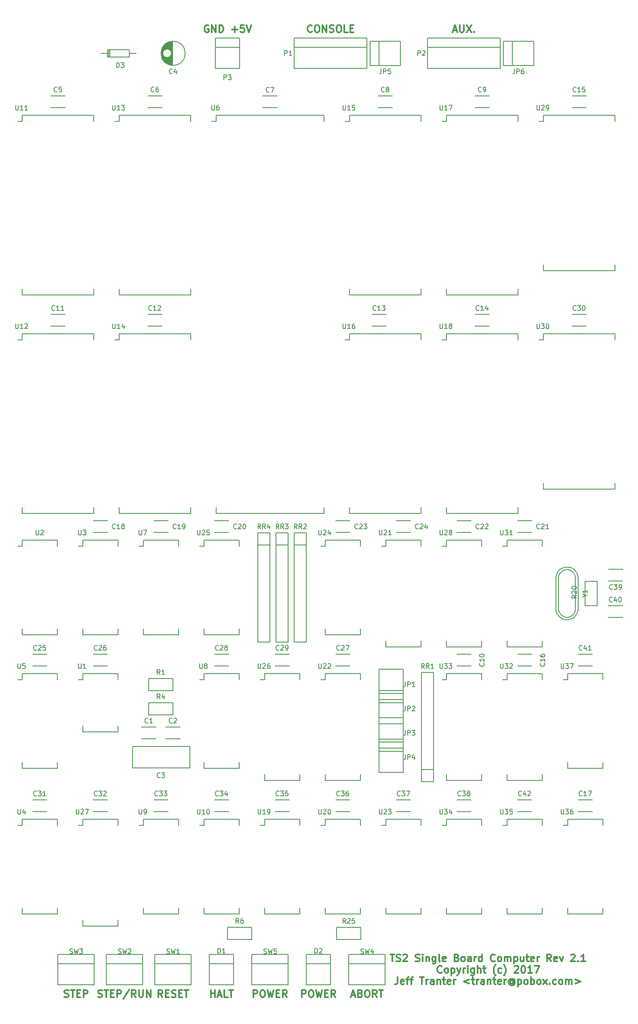
<source format=gbr>
G04 #@! TF.FileFunction,Legend,Top*
%FSLAX46Y46*%
G04 Gerber Fmt 4.6, Leading zero omitted, Abs format (unit mm)*
G04 Created by KiCad (PCBNEW 4.0.2+dfsg1-stable) date Mon 20 Feb 2017 01:09:21 PM EST*
%MOMM*%
G01*
G04 APERTURE LIST*
%ADD10C,0.100000*%
%ADD11C,0.300000*%
%ADD12C,0.150000*%
G04 APERTURE END LIST*
D10*
D11*
X118435714Y-18030000D02*
X119150000Y-18030000D01*
X118292857Y-18458571D02*
X118792857Y-16958571D01*
X119292857Y-18458571D01*
X119792857Y-16958571D02*
X119792857Y-18172857D01*
X119864285Y-18315714D01*
X119935714Y-18387143D01*
X120078571Y-18458571D01*
X120364285Y-18458571D01*
X120507143Y-18387143D01*
X120578571Y-18315714D01*
X120650000Y-18172857D01*
X120650000Y-16958571D01*
X121221429Y-16958571D02*
X122221429Y-18458571D01*
X122221429Y-16958571D02*
X121221429Y-18458571D01*
X122792857Y-18315714D02*
X122864285Y-18387143D01*
X122792857Y-18458571D01*
X122721428Y-18387143D01*
X122792857Y-18315714D01*
X122792857Y-18458571D01*
X88817143Y-18315714D02*
X88745714Y-18387143D01*
X88531428Y-18458571D01*
X88388571Y-18458571D01*
X88174286Y-18387143D01*
X88031428Y-18244286D01*
X87960000Y-18101429D01*
X87888571Y-17815714D01*
X87888571Y-17601429D01*
X87960000Y-17315714D01*
X88031428Y-17172857D01*
X88174286Y-17030000D01*
X88388571Y-16958571D01*
X88531428Y-16958571D01*
X88745714Y-17030000D01*
X88817143Y-17101429D01*
X89745714Y-16958571D02*
X90031428Y-16958571D01*
X90174286Y-17030000D01*
X90317143Y-17172857D01*
X90388571Y-17458571D01*
X90388571Y-17958571D01*
X90317143Y-18244286D01*
X90174286Y-18387143D01*
X90031428Y-18458571D01*
X89745714Y-18458571D01*
X89602857Y-18387143D01*
X89460000Y-18244286D01*
X89388571Y-17958571D01*
X89388571Y-17458571D01*
X89460000Y-17172857D01*
X89602857Y-17030000D01*
X89745714Y-16958571D01*
X91031429Y-18458571D02*
X91031429Y-16958571D01*
X91888572Y-18458571D01*
X91888572Y-16958571D01*
X92531429Y-18387143D02*
X92745715Y-18458571D01*
X93102858Y-18458571D01*
X93245715Y-18387143D01*
X93317144Y-18315714D01*
X93388572Y-18172857D01*
X93388572Y-18030000D01*
X93317144Y-17887143D01*
X93245715Y-17815714D01*
X93102858Y-17744286D01*
X92817144Y-17672857D01*
X92674286Y-17601429D01*
X92602858Y-17530000D01*
X92531429Y-17387143D01*
X92531429Y-17244286D01*
X92602858Y-17101429D01*
X92674286Y-17030000D01*
X92817144Y-16958571D01*
X93174286Y-16958571D01*
X93388572Y-17030000D01*
X94317143Y-16958571D02*
X94602857Y-16958571D01*
X94745715Y-17030000D01*
X94888572Y-17172857D01*
X94960000Y-17458571D01*
X94960000Y-17958571D01*
X94888572Y-18244286D01*
X94745715Y-18387143D01*
X94602857Y-18458571D01*
X94317143Y-18458571D01*
X94174286Y-18387143D01*
X94031429Y-18244286D01*
X93960000Y-17958571D01*
X93960000Y-17458571D01*
X94031429Y-17172857D01*
X94174286Y-17030000D01*
X94317143Y-16958571D01*
X96317144Y-18458571D02*
X95602858Y-18458571D01*
X95602858Y-16958571D01*
X96817144Y-17672857D02*
X97317144Y-17672857D01*
X97531430Y-18458571D02*
X96817144Y-18458571D01*
X96817144Y-16958571D01*
X97531430Y-16958571D01*
X76545714Y-220388571D02*
X76545714Y-218888571D01*
X77117142Y-218888571D01*
X77260000Y-218960000D01*
X77331428Y-219031429D01*
X77402857Y-219174286D01*
X77402857Y-219388571D01*
X77331428Y-219531429D01*
X77260000Y-219602857D01*
X77117142Y-219674286D01*
X76545714Y-219674286D01*
X78331428Y-218888571D02*
X78617142Y-218888571D01*
X78760000Y-218960000D01*
X78902857Y-219102857D01*
X78974285Y-219388571D01*
X78974285Y-219888571D01*
X78902857Y-220174286D01*
X78760000Y-220317143D01*
X78617142Y-220388571D01*
X78331428Y-220388571D01*
X78188571Y-220317143D01*
X78045714Y-220174286D01*
X77974285Y-219888571D01*
X77974285Y-219388571D01*
X78045714Y-219102857D01*
X78188571Y-218960000D01*
X78331428Y-218888571D01*
X79474286Y-218888571D02*
X79831429Y-220388571D01*
X80117143Y-219317143D01*
X80402857Y-220388571D01*
X80760000Y-218888571D01*
X81331429Y-219602857D02*
X81831429Y-219602857D01*
X82045715Y-220388571D02*
X81331429Y-220388571D01*
X81331429Y-218888571D01*
X82045715Y-218888571D01*
X83545715Y-220388571D02*
X83045715Y-219674286D01*
X82688572Y-220388571D02*
X82688572Y-218888571D01*
X83260000Y-218888571D01*
X83402858Y-218960000D01*
X83474286Y-219031429D01*
X83545715Y-219174286D01*
X83545715Y-219388571D01*
X83474286Y-219531429D01*
X83402858Y-219602857D01*
X83260000Y-219674286D01*
X82688572Y-219674286D01*
X86705714Y-220388571D02*
X86705714Y-218888571D01*
X87277142Y-218888571D01*
X87420000Y-218960000D01*
X87491428Y-219031429D01*
X87562857Y-219174286D01*
X87562857Y-219388571D01*
X87491428Y-219531429D01*
X87420000Y-219602857D01*
X87277142Y-219674286D01*
X86705714Y-219674286D01*
X88491428Y-218888571D02*
X88777142Y-218888571D01*
X88920000Y-218960000D01*
X89062857Y-219102857D01*
X89134285Y-219388571D01*
X89134285Y-219888571D01*
X89062857Y-220174286D01*
X88920000Y-220317143D01*
X88777142Y-220388571D01*
X88491428Y-220388571D01*
X88348571Y-220317143D01*
X88205714Y-220174286D01*
X88134285Y-219888571D01*
X88134285Y-219388571D01*
X88205714Y-219102857D01*
X88348571Y-218960000D01*
X88491428Y-218888571D01*
X89634286Y-218888571D02*
X89991429Y-220388571D01*
X90277143Y-219317143D01*
X90562857Y-220388571D01*
X90920000Y-218888571D01*
X91491429Y-219602857D02*
X91991429Y-219602857D01*
X92205715Y-220388571D02*
X91491429Y-220388571D01*
X91491429Y-218888571D01*
X92205715Y-218888571D01*
X93705715Y-220388571D02*
X93205715Y-219674286D01*
X92848572Y-220388571D02*
X92848572Y-218888571D01*
X93420000Y-218888571D01*
X93562858Y-218960000D01*
X93634286Y-219031429D01*
X93705715Y-219174286D01*
X93705715Y-219388571D01*
X93634286Y-219531429D01*
X93562858Y-219602857D01*
X93420000Y-219674286D01*
X92848572Y-219674286D01*
X97115714Y-219960000D02*
X97830000Y-219960000D01*
X96972857Y-220388571D02*
X97472857Y-218888571D01*
X97972857Y-220388571D01*
X98972857Y-219602857D02*
X99187143Y-219674286D01*
X99258571Y-219745714D01*
X99330000Y-219888571D01*
X99330000Y-220102857D01*
X99258571Y-220245714D01*
X99187143Y-220317143D01*
X99044285Y-220388571D01*
X98472857Y-220388571D01*
X98472857Y-218888571D01*
X98972857Y-218888571D01*
X99115714Y-218960000D01*
X99187143Y-219031429D01*
X99258571Y-219174286D01*
X99258571Y-219317143D01*
X99187143Y-219460000D01*
X99115714Y-219531429D01*
X98972857Y-219602857D01*
X98472857Y-219602857D01*
X100258571Y-218888571D02*
X100544285Y-218888571D01*
X100687143Y-218960000D01*
X100830000Y-219102857D01*
X100901428Y-219388571D01*
X100901428Y-219888571D01*
X100830000Y-220174286D01*
X100687143Y-220317143D01*
X100544285Y-220388571D01*
X100258571Y-220388571D01*
X100115714Y-220317143D01*
X99972857Y-220174286D01*
X99901428Y-219888571D01*
X99901428Y-219388571D01*
X99972857Y-219102857D01*
X100115714Y-218960000D01*
X100258571Y-218888571D01*
X102401429Y-220388571D02*
X101901429Y-219674286D01*
X101544286Y-220388571D02*
X101544286Y-218888571D01*
X102115714Y-218888571D01*
X102258572Y-218960000D01*
X102330000Y-219031429D01*
X102401429Y-219174286D01*
X102401429Y-219388571D01*
X102330000Y-219531429D01*
X102258572Y-219602857D01*
X102115714Y-219674286D01*
X101544286Y-219674286D01*
X102830000Y-218888571D02*
X103687143Y-218888571D01*
X103258572Y-220388571D02*
X103258572Y-218888571D01*
X67600000Y-220388571D02*
X67600000Y-218888571D01*
X67600000Y-219602857D02*
X68457143Y-219602857D01*
X68457143Y-220388571D02*
X68457143Y-218888571D01*
X69100000Y-219960000D02*
X69814286Y-219960000D01*
X68957143Y-220388571D02*
X69457143Y-218888571D01*
X69957143Y-220388571D01*
X71171429Y-220388571D02*
X70457143Y-220388571D01*
X70457143Y-218888571D01*
X71457143Y-218888571D02*
X72314286Y-218888571D01*
X71885715Y-220388571D02*
X71885715Y-218888571D01*
X57511429Y-220388571D02*
X57011429Y-219674286D01*
X56654286Y-220388571D02*
X56654286Y-218888571D01*
X57225714Y-218888571D01*
X57368572Y-218960000D01*
X57440000Y-219031429D01*
X57511429Y-219174286D01*
X57511429Y-219388571D01*
X57440000Y-219531429D01*
X57368572Y-219602857D01*
X57225714Y-219674286D01*
X56654286Y-219674286D01*
X58154286Y-219602857D02*
X58654286Y-219602857D01*
X58868572Y-220388571D02*
X58154286Y-220388571D01*
X58154286Y-218888571D01*
X58868572Y-218888571D01*
X59440000Y-220317143D02*
X59654286Y-220388571D01*
X60011429Y-220388571D01*
X60154286Y-220317143D01*
X60225715Y-220245714D01*
X60297143Y-220102857D01*
X60297143Y-219960000D01*
X60225715Y-219817143D01*
X60154286Y-219745714D01*
X60011429Y-219674286D01*
X59725715Y-219602857D01*
X59582857Y-219531429D01*
X59511429Y-219460000D01*
X59440000Y-219317143D01*
X59440000Y-219174286D01*
X59511429Y-219031429D01*
X59582857Y-218960000D01*
X59725715Y-218888571D01*
X60082857Y-218888571D01*
X60297143Y-218960000D01*
X60940000Y-219602857D02*
X61440000Y-219602857D01*
X61654286Y-220388571D02*
X60940000Y-220388571D01*
X60940000Y-218888571D01*
X61654286Y-218888571D01*
X62082857Y-218888571D02*
X62940000Y-218888571D01*
X62511429Y-220388571D02*
X62511429Y-218888571D01*
X43994285Y-220317143D02*
X44208571Y-220388571D01*
X44565714Y-220388571D01*
X44708571Y-220317143D01*
X44780000Y-220245714D01*
X44851428Y-220102857D01*
X44851428Y-219960000D01*
X44780000Y-219817143D01*
X44708571Y-219745714D01*
X44565714Y-219674286D01*
X44280000Y-219602857D01*
X44137142Y-219531429D01*
X44065714Y-219460000D01*
X43994285Y-219317143D01*
X43994285Y-219174286D01*
X44065714Y-219031429D01*
X44137142Y-218960000D01*
X44280000Y-218888571D01*
X44637142Y-218888571D01*
X44851428Y-218960000D01*
X45279999Y-218888571D02*
X46137142Y-218888571D01*
X45708571Y-220388571D02*
X45708571Y-218888571D01*
X46637142Y-219602857D02*
X47137142Y-219602857D01*
X47351428Y-220388571D02*
X46637142Y-220388571D01*
X46637142Y-218888571D01*
X47351428Y-218888571D01*
X47994285Y-220388571D02*
X47994285Y-218888571D01*
X48565713Y-218888571D01*
X48708571Y-218960000D01*
X48779999Y-219031429D01*
X48851428Y-219174286D01*
X48851428Y-219388571D01*
X48779999Y-219531429D01*
X48708571Y-219602857D01*
X48565713Y-219674286D01*
X47994285Y-219674286D01*
X50565713Y-218817143D02*
X49279999Y-220745714D01*
X51922857Y-220388571D02*
X51422857Y-219674286D01*
X51065714Y-220388571D02*
X51065714Y-218888571D01*
X51637142Y-218888571D01*
X51780000Y-218960000D01*
X51851428Y-219031429D01*
X51922857Y-219174286D01*
X51922857Y-219388571D01*
X51851428Y-219531429D01*
X51780000Y-219602857D01*
X51637142Y-219674286D01*
X51065714Y-219674286D01*
X52565714Y-218888571D02*
X52565714Y-220102857D01*
X52637142Y-220245714D01*
X52708571Y-220317143D01*
X52851428Y-220388571D01*
X53137142Y-220388571D01*
X53280000Y-220317143D01*
X53351428Y-220245714D01*
X53422857Y-220102857D01*
X53422857Y-218888571D01*
X54137143Y-220388571D02*
X54137143Y-218888571D01*
X54994286Y-220388571D01*
X54994286Y-218888571D01*
X36941429Y-220317143D02*
X37155715Y-220388571D01*
X37512858Y-220388571D01*
X37655715Y-220317143D01*
X37727144Y-220245714D01*
X37798572Y-220102857D01*
X37798572Y-219960000D01*
X37727144Y-219817143D01*
X37655715Y-219745714D01*
X37512858Y-219674286D01*
X37227144Y-219602857D01*
X37084286Y-219531429D01*
X37012858Y-219460000D01*
X36941429Y-219317143D01*
X36941429Y-219174286D01*
X37012858Y-219031429D01*
X37084286Y-218960000D01*
X37227144Y-218888571D01*
X37584286Y-218888571D01*
X37798572Y-218960000D01*
X38227143Y-218888571D02*
X39084286Y-218888571D01*
X38655715Y-220388571D02*
X38655715Y-218888571D01*
X39584286Y-219602857D02*
X40084286Y-219602857D01*
X40298572Y-220388571D02*
X39584286Y-220388571D01*
X39584286Y-218888571D01*
X40298572Y-218888571D01*
X40941429Y-220388571D02*
X40941429Y-218888571D01*
X41512857Y-218888571D01*
X41655715Y-218960000D01*
X41727143Y-219031429D01*
X41798572Y-219174286D01*
X41798572Y-219388571D01*
X41727143Y-219531429D01*
X41655715Y-219602857D01*
X41512857Y-219674286D01*
X40941429Y-219674286D01*
X67120000Y-17030000D02*
X66977143Y-16958571D01*
X66762857Y-16958571D01*
X66548572Y-17030000D01*
X66405714Y-17172857D01*
X66334286Y-17315714D01*
X66262857Y-17601429D01*
X66262857Y-17815714D01*
X66334286Y-18101429D01*
X66405714Y-18244286D01*
X66548572Y-18387143D01*
X66762857Y-18458571D01*
X66905714Y-18458571D01*
X67120000Y-18387143D01*
X67191429Y-18315714D01*
X67191429Y-17815714D01*
X66905714Y-17815714D01*
X67834286Y-18458571D02*
X67834286Y-16958571D01*
X68691429Y-18458571D01*
X68691429Y-16958571D01*
X69405715Y-18458571D02*
X69405715Y-16958571D01*
X69762858Y-16958571D01*
X69977143Y-17030000D01*
X70120001Y-17172857D01*
X70191429Y-17315714D01*
X70262858Y-17601429D01*
X70262858Y-17815714D01*
X70191429Y-18101429D01*
X70120001Y-18244286D01*
X69977143Y-18387143D01*
X69762858Y-18458571D01*
X69405715Y-18458571D01*
X72048572Y-17887143D02*
X73191429Y-17887143D01*
X72620000Y-18458571D02*
X72620000Y-17315714D01*
X74620001Y-16958571D02*
X73905715Y-16958571D01*
X73834286Y-17672857D01*
X73905715Y-17601429D01*
X74048572Y-17530000D01*
X74405715Y-17530000D01*
X74548572Y-17601429D01*
X74620001Y-17672857D01*
X74691429Y-17815714D01*
X74691429Y-18172857D01*
X74620001Y-18315714D01*
X74548572Y-18387143D01*
X74405715Y-18458571D01*
X74048572Y-18458571D01*
X73905715Y-18387143D01*
X73834286Y-18315714D01*
X75120000Y-16958571D02*
X75620000Y-18458571D01*
X76120000Y-16958571D01*
X105230002Y-211408571D02*
X106087145Y-211408571D01*
X105658574Y-212908571D02*
X105658574Y-211408571D01*
X106515716Y-212837143D02*
X106730002Y-212908571D01*
X107087145Y-212908571D01*
X107230002Y-212837143D01*
X107301431Y-212765714D01*
X107372859Y-212622857D01*
X107372859Y-212480000D01*
X107301431Y-212337143D01*
X107230002Y-212265714D01*
X107087145Y-212194286D01*
X106801431Y-212122857D01*
X106658573Y-212051429D01*
X106587145Y-211980000D01*
X106515716Y-211837143D01*
X106515716Y-211694286D01*
X106587145Y-211551429D01*
X106658573Y-211480000D01*
X106801431Y-211408571D01*
X107158573Y-211408571D01*
X107372859Y-211480000D01*
X107944287Y-211551429D02*
X108015716Y-211480000D01*
X108158573Y-211408571D01*
X108515716Y-211408571D01*
X108658573Y-211480000D01*
X108730002Y-211551429D01*
X108801430Y-211694286D01*
X108801430Y-211837143D01*
X108730002Y-212051429D01*
X107872859Y-212908571D01*
X108801430Y-212908571D01*
X110515715Y-212837143D02*
X110730001Y-212908571D01*
X111087144Y-212908571D01*
X111230001Y-212837143D01*
X111301430Y-212765714D01*
X111372858Y-212622857D01*
X111372858Y-212480000D01*
X111301430Y-212337143D01*
X111230001Y-212265714D01*
X111087144Y-212194286D01*
X110801430Y-212122857D01*
X110658572Y-212051429D01*
X110587144Y-211980000D01*
X110515715Y-211837143D01*
X110515715Y-211694286D01*
X110587144Y-211551429D01*
X110658572Y-211480000D01*
X110801430Y-211408571D01*
X111158572Y-211408571D01*
X111372858Y-211480000D01*
X112015715Y-212908571D02*
X112015715Y-211908571D01*
X112015715Y-211408571D02*
X111944286Y-211480000D01*
X112015715Y-211551429D01*
X112087143Y-211480000D01*
X112015715Y-211408571D01*
X112015715Y-211551429D01*
X112730001Y-211908571D02*
X112730001Y-212908571D01*
X112730001Y-212051429D02*
X112801429Y-211980000D01*
X112944287Y-211908571D01*
X113158572Y-211908571D01*
X113301429Y-211980000D01*
X113372858Y-212122857D01*
X113372858Y-212908571D01*
X114730001Y-211908571D02*
X114730001Y-213122857D01*
X114658572Y-213265714D01*
X114587144Y-213337143D01*
X114444287Y-213408571D01*
X114230001Y-213408571D01*
X114087144Y-213337143D01*
X114730001Y-212837143D02*
X114587144Y-212908571D01*
X114301430Y-212908571D01*
X114158572Y-212837143D01*
X114087144Y-212765714D01*
X114015715Y-212622857D01*
X114015715Y-212194286D01*
X114087144Y-212051429D01*
X114158572Y-211980000D01*
X114301430Y-211908571D01*
X114587144Y-211908571D01*
X114730001Y-211980000D01*
X115658573Y-212908571D02*
X115515715Y-212837143D01*
X115444287Y-212694286D01*
X115444287Y-211408571D01*
X116801429Y-212837143D02*
X116658572Y-212908571D01*
X116372858Y-212908571D01*
X116230001Y-212837143D01*
X116158572Y-212694286D01*
X116158572Y-212122857D01*
X116230001Y-211980000D01*
X116372858Y-211908571D01*
X116658572Y-211908571D01*
X116801429Y-211980000D01*
X116872858Y-212122857D01*
X116872858Y-212265714D01*
X116158572Y-212408571D01*
X119158572Y-212122857D02*
X119372858Y-212194286D01*
X119444286Y-212265714D01*
X119515715Y-212408571D01*
X119515715Y-212622857D01*
X119444286Y-212765714D01*
X119372858Y-212837143D01*
X119230000Y-212908571D01*
X118658572Y-212908571D01*
X118658572Y-211408571D01*
X119158572Y-211408571D01*
X119301429Y-211480000D01*
X119372858Y-211551429D01*
X119444286Y-211694286D01*
X119444286Y-211837143D01*
X119372858Y-211980000D01*
X119301429Y-212051429D01*
X119158572Y-212122857D01*
X118658572Y-212122857D01*
X120372858Y-212908571D02*
X120230000Y-212837143D01*
X120158572Y-212765714D01*
X120087143Y-212622857D01*
X120087143Y-212194286D01*
X120158572Y-212051429D01*
X120230000Y-211980000D01*
X120372858Y-211908571D01*
X120587143Y-211908571D01*
X120730000Y-211980000D01*
X120801429Y-212051429D01*
X120872858Y-212194286D01*
X120872858Y-212622857D01*
X120801429Y-212765714D01*
X120730000Y-212837143D01*
X120587143Y-212908571D01*
X120372858Y-212908571D01*
X122158572Y-212908571D02*
X122158572Y-212122857D01*
X122087143Y-211980000D01*
X121944286Y-211908571D01*
X121658572Y-211908571D01*
X121515715Y-211980000D01*
X122158572Y-212837143D02*
X122015715Y-212908571D01*
X121658572Y-212908571D01*
X121515715Y-212837143D01*
X121444286Y-212694286D01*
X121444286Y-212551429D01*
X121515715Y-212408571D01*
X121658572Y-212337143D01*
X122015715Y-212337143D01*
X122158572Y-212265714D01*
X122872858Y-212908571D02*
X122872858Y-211908571D01*
X122872858Y-212194286D02*
X122944286Y-212051429D01*
X123015715Y-211980000D01*
X123158572Y-211908571D01*
X123301429Y-211908571D01*
X124444286Y-212908571D02*
X124444286Y-211408571D01*
X124444286Y-212837143D02*
X124301429Y-212908571D01*
X124015715Y-212908571D01*
X123872857Y-212837143D01*
X123801429Y-212765714D01*
X123730000Y-212622857D01*
X123730000Y-212194286D01*
X123801429Y-212051429D01*
X123872857Y-211980000D01*
X124015715Y-211908571D01*
X124301429Y-211908571D01*
X124444286Y-211980000D01*
X127158572Y-212765714D02*
X127087143Y-212837143D01*
X126872857Y-212908571D01*
X126730000Y-212908571D01*
X126515715Y-212837143D01*
X126372857Y-212694286D01*
X126301429Y-212551429D01*
X126230000Y-212265714D01*
X126230000Y-212051429D01*
X126301429Y-211765714D01*
X126372857Y-211622857D01*
X126515715Y-211480000D01*
X126730000Y-211408571D01*
X126872857Y-211408571D01*
X127087143Y-211480000D01*
X127158572Y-211551429D01*
X128015715Y-212908571D02*
X127872857Y-212837143D01*
X127801429Y-212765714D01*
X127730000Y-212622857D01*
X127730000Y-212194286D01*
X127801429Y-212051429D01*
X127872857Y-211980000D01*
X128015715Y-211908571D01*
X128230000Y-211908571D01*
X128372857Y-211980000D01*
X128444286Y-212051429D01*
X128515715Y-212194286D01*
X128515715Y-212622857D01*
X128444286Y-212765714D01*
X128372857Y-212837143D01*
X128230000Y-212908571D01*
X128015715Y-212908571D01*
X129158572Y-212908571D02*
X129158572Y-211908571D01*
X129158572Y-212051429D02*
X129230000Y-211980000D01*
X129372858Y-211908571D01*
X129587143Y-211908571D01*
X129730000Y-211980000D01*
X129801429Y-212122857D01*
X129801429Y-212908571D01*
X129801429Y-212122857D02*
X129872858Y-211980000D01*
X130015715Y-211908571D01*
X130230000Y-211908571D01*
X130372858Y-211980000D01*
X130444286Y-212122857D01*
X130444286Y-212908571D01*
X131158572Y-211908571D02*
X131158572Y-213408571D01*
X131158572Y-211980000D02*
X131301429Y-211908571D01*
X131587143Y-211908571D01*
X131730000Y-211980000D01*
X131801429Y-212051429D01*
X131872858Y-212194286D01*
X131872858Y-212622857D01*
X131801429Y-212765714D01*
X131730000Y-212837143D01*
X131587143Y-212908571D01*
X131301429Y-212908571D01*
X131158572Y-212837143D01*
X133158572Y-211908571D02*
X133158572Y-212908571D01*
X132515715Y-211908571D02*
X132515715Y-212694286D01*
X132587143Y-212837143D01*
X132730001Y-212908571D01*
X132944286Y-212908571D01*
X133087143Y-212837143D01*
X133158572Y-212765714D01*
X133658572Y-211908571D02*
X134230001Y-211908571D01*
X133872858Y-211408571D02*
X133872858Y-212694286D01*
X133944286Y-212837143D01*
X134087144Y-212908571D01*
X134230001Y-212908571D01*
X135301429Y-212837143D02*
X135158572Y-212908571D01*
X134872858Y-212908571D01*
X134730001Y-212837143D01*
X134658572Y-212694286D01*
X134658572Y-212122857D01*
X134730001Y-211980000D01*
X134872858Y-211908571D01*
X135158572Y-211908571D01*
X135301429Y-211980000D01*
X135372858Y-212122857D01*
X135372858Y-212265714D01*
X134658572Y-212408571D01*
X136015715Y-212908571D02*
X136015715Y-211908571D01*
X136015715Y-212194286D02*
X136087143Y-212051429D01*
X136158572Y-211980000D01*
X136301429Y-211908571D01*
X136444286Y-211908571D01*
X138944286Y-212908571D02*
X138444286Y-212194286D01*
X138087143Y-212908571D02*
X138087143Y-211408571D01*
X138658571Y-211408571D01*
X138801429Y-211480000D01*
X138872857Y-211551429D01*
X138944286Y-211694286D01*
X138944286Y-211908571D01*
X138872857Y-212051429D01*
X138801429Y-212122857D01*
X138658571Y-212194286D01*
X138087143Y-212194286D01*
X140158571Y-212837143D02*
X140015714Y-212908571D01*
X139730000Y-212908571D01*
X139587143Y-212837143D01*
X139515714Y-212694286D01*
X139515714Y-212122857D01*
X139587143Y-211980000D01*
X139730000Y-211908571D01*
X140015714Y-211908571D01*
X140158571Y-211980000D01*
X140230000Y-212122857D01*
X140230000Y-212265714D01*
X139515714Y-212408571D01*
X140730000Y-211908571D02*
X141087143Y-212908571D01*
X141444285Y-211908571D01*
X143087142Y-211551429D02*
X143158571Y-211480000D01*
X143301428Y-211408571D01*
X143658571Y-211408571D01*
X143801428Y-211480000D01*
X143872857Y-211551429D01*
X143944285Y-211694286D01*
X143944285Y-211837143D01*
X143872857Y-212051429D01*
X143015714Y-212908571D01*
X143944285Y-212908571D01*
X144587142Y-212765714D02*
X144658570Y-212837143D01*
X144587142Y-212908571D01*
X144515713Y-212837143D01*
X144587142Y-212765714D01*
X144587142Y-212908571D01*
X146087142Y-212908571D02*
X145229999Y-212908571D01*
X145658571Y-212908571D02*
X145658571Y-211408571D01*
X145515714Y-211622857D01*
X145372856Y-211765714D01*
X145229999Y-211837143D01*
X116015716Y-215165714D02*
X115944287Y-215237143D01*
X115730001Y-215308571D01*
X115587144Y-215308571D01*
X115372859Y-215237143D01*
X115230001Y-215094286D01*
X115158573Y-214951429D01*
X115087144Y-214665714D01*
X115087144Y-214451429D01*
X115158573Y-214165714D01*
X115230001Y-214022857D01*
X115372859Y-213880000D01*
X115587144Y-213808571D01*
X115730001Y-213808571D01*
X115944287Y-213880000D01*
X116015716Y-213951429D01*
X116872859Y-215308571D02*
X116730001Y-215237143D01*
X116658573Y-215165714D01*
X116587144Y-215022857D01*
X116587144Y-214594286D01*
X116658573Y-214451429D01*
X116730001Y-214380000D01*
X116872859Y-214308571D01*
X117087144Y-214308571D01*
X117230001Y-214380000D01*
X117301430Y-214451429D01*
X117372859Y-214594286D01*
X117372859Y-215022857D01*
X117301430Y-215165714D01*
X117230001Y-215237143D01*
X117087144Y-215308571D01*
X116872859Y-215308571D01*
X118015716Y-214308571D02*
X118015716Y-215808571D01*
X118015716Y-214380000D02*
X118158573Y-214308571D01*
X118444287Y-214308571D01*
X118587144Y-214380000D01*
X118658573Y-214451429D01*
X118730002Y-214594286D01*
X118730002Y-215022857D01*
X118658573Y-215165714D01*
X118587144Y-215237143D01*
X118444287Y-215308571D01*
X118158573Y-215308571D01*
X118015716Y-215237143D01*
X119230002Y-214308571D02*
X119587145Y-215308571D01*
X119944287Y-214308571D02*
X119587145Y-215308571D01*
X119444287Y-215665714D01*
X119372859Y-215737143D01*
X119230002Y-215808571D01*
X120515716Y-215308571D02*
X120515716Y-214308571D01*
X120515716Y-214594286D02*
X120587144Y-214451429D01*
X120658573Y-214380000D01*
X120801430Y-214308571D01*
X120944287Y-214308571D01*
X121444287Y-215308571D02*
X121444287Y-214308571D01*
X121444287Y-213808571D02*
X121372858Y-213880000D01*
X121444287Y-213951429D01*
X121515715Y-213880000D01*
X121444287Y-213808571D01*
X121444287Y-213951429D01*
X122801430Y-214308571D02*
X122801430Y-215522857D01*
X122730001Y-215665714D01*
X122658573Y-215737143D01*
X122515716Y-215808571D01*
X122301430Y-215808571D01*
X122158573Y-215737143D01*
X122801430Y-215237143D02*
X122658573Y-215308571D01*
X122372859Y-215308571D01*
X122230001Y-215237143D01*
X122158573Y-215165714D01*
X122087144Y-215022857D01*
X122087144Y-214594286D01*
X122158573Y-214451429D01*
X122230001Y-214380000D01*
X122372859Y-214308571D01*
X122658573Y-214308571D01*
X122801430Y-214380000D01*
X123515716Y-215308571D02*
X123515716Y-213808571D01*
X124158573Y-215308571D02*
X124158573Y-214522857D01*
X124087144Y-214380000D01*
X123944287Y-214308571D01*
X123730002Y-214308571D01*
X123587144Y-214380000D01*
X123515716Y-214451429D01*
X124658573Y-214308571D02*
X125230002Y-214308571D01*
X124872859Y-213808571D02*
X124872859Y-215094286D01*
X124944287Y-215237143D01*
X125087145Y-215308571D01*
X125230002Y-215308571D01*
X127301430Y-215880000D02*
X127230002Y-215808571D01*
X127087145Y-215594286D01*
X127015716Y-215451429D01*
X126944287Y-215237143D01*
X126872859Y-214880000D01*
X126872859Y-214594286D01*
X126944287Y-214237143D01*
X127015716Y-214022857D01*
X127087145Y-213880000D01*
X127230002Y-213665714D01*
X127301430Y-213594286D01*
X128515716Y-215237143D02*
X128372859Y-215308571D01*
X128087145Y-215308571D01*
X127944287Y-215237143D01*
X127872859Y-215165714D01*
X127801430Y-215022857D01*
X127801430Y-214594286D01*
X127872859Y-214451429D01*
X127944287Y-214380000D01*
X128087145Y-214308571D01*
X128372859Y-214308571D01*
X128515716Y-214380000D01*
X129015716Y-215880000D02*
X129087144Y-215808571D01*
X129230001Y-215594286D01*
X129301430Y-215451429D01*
X129372859Y-215237143D01*
X129444287Y-214880000D01*
X129444287Y-214594286D01*
X129372859Y-214237143D01*
X129301430Y-214022857D01*
X129230001Y-213880000D01*
X129087144Y-213665714D01*
X129015716Y-213594286D01*
X131230001Y-213951429D02*
X131301430Y-213880000D01*
X131444287Y-213808571D01*
X131801430Y-213808571D01*
X131944287Y-213880000D01*
X132015716Y-213951429D01*
X132087144Y-214094286D01*
X132087144Y-214237143D01*
X132015716Y-214451429D01*
X131158573Y-215308571D01*
X132087144Y-215308571D01*
X133015715Y-213808571D02*
X133158572Y-213808571D01*
X133301429Y-213880000D01*
X133372858Y-213951429D01*
X133444287Y-214094286D01*
X133515715Y-214380000D01*
X133515715Y-214737143D01*
X133444287Y-215022857D01*
X133372858Y-215165714D01*
X133301429Y-215237143D01*
X133158572Y-215308571D01*
X133015715Y-215308571D01*
X132872858Y-215237143D01*
X132801429Y-215165714D01*
X132730001Y-215022857D01*
X132658572Y-214737143D01*
X132658572Y-214380000D01*
X132730001Y-214094286D01*
X132801429Y-213951429D01*
X132872858Y-213880000D01*
X133015715Y-213808571D01*
X134944286Y-215308571D02*
X134087143Y-215308571D01*
X134515715Y-215308571D02*
X134515715Y-213808571D01*
X134372858Y-214022857D01*
X134230000Y-214165714D01*
X134087143Y-214237143D01*
X135444286Y-213808571D02*
X136444286Y-213808571D01*
X135801429Y-215308571D01*
X106765715Y-216208571D02*
X106765715Y-217280000D01*
X106694287Y-217494286D01*
X106551430Y-217637143D01*
X106337144Y-217708571D01*
X106194287Y-217708571D01*
X108051429Y-217637143D02*
X107908572Y-217708571D01*
X107622858Y-217708571D01*
X107480001Y-217637143D01*
X107408572Y-217494286D01*
X107408572Y-216922857D01*
X107480001Y-216780000D01*
X107622858Y-216708571D01*
X107908572Y-216708571D01*
X108051429Y-216780000D01*
X108122858Y-216922857D01*
X108122858Y-217065714D01*
X107408572Y-217208571D01*
X108551429Y-216708571D02*
X109122858Y-216708571D01*
X108765715Y-217708571D02*
X108765715Y-216422857D01*
X108837143Y-216280000D01*
X108980001Y-216208571D01*
X109122858Y-216208571D01*
X109408572Y-216708571D02*
X109980001Y-216708571D01*
X109622858Y-217708571D02*
X109622858Y-216422857D01*
X109694286Y-216280000D01*
X109837144Y-216208571D01*
X109980001Y-216208571D01*
X111408572Y-216208571D02*
X112265715Y-216208571D01*
X111837144Y-217708571D02*
X111837144Y-216208571D01*
X112765715Y-217708571D02*
X112765715Y-216708571D01*
X112765715Y-216994286D02*
X112837143Y-216851429D01*
X112908572Y-216780000D01*
X113051429Y-216708571D01*
X113194286Y-216708571D01*
X114337143Y-217708571D02*
X114337143Y-216922857D01*
X114265714Y-216780000D01*
X114122857Y-216708571D01*
X113837143Y-216708571D01*
X113694286Y-216780000D01*
X114337143Y-217637143D02*
X114194286Y-217708571D01*
X113837143Y-217708571D01*
X113694286Y-217637143D01*
X113622857Y-217494286D01*
X113622857Y-217351429D01*
X113694286Y-217208571D01*
X113837143Y-217137143D01*
X114194286Y-217137143D01*
X114337143Y-217065714D01*
X115051429Y-216708571D02*
X115051429Y-217708571D01*
X115051429Y-216851429D02*
X115122857Y-216780000D01*
X115265715Y-216708571D01*
X115480000Y-216708571D01*
X115622857Y-216780000D01*
X115694286Y-216922857D01*
X115694286Y-217708571D01*
X116194286Y-216708571D02*
X116765715Y-216708571D01*
X116408572Y-216208571D02*
X116408572Y-217494286D01*
X116480000Y-217637143D01*
X116622858Y-217708571D01*
X116765715Y-217708571D01*
X117837143Y-217637143D02*
X117694286Y-217708571D01*
X117408572Y-217708571D01*
X117265715Y-217637143D01*
X117194286Y-217494286D01*
X117194286Y-216922857D01*
X117265715Y-216780000D01*
X117408572Y-216708571D01*
X117694286Y-216708571D01*
X117837143Y-216780000D01*
X117908572Y-216922857D01*
X117908572Y-217065714D01*
X117194286Y-217208571D01*
X118551429Y-217708571D02*
X118551429Y-216708571D01*
X118551429Y-216994286D02*
X118622857Y-216851429D01*
X118694286Y-216780000D01*
X118837143Y-216708571D01*
X118980000Y-216708571D01*
X121765714Y-216708571D02*
X120622857Y-217137143D01*
X121765714Y-217565714D01*
X122265714Y-216708571D02*
X122837143Y-216708571D01*
X122480000Y-216208571D02*
X122480000Y-217494286D01*
X122551428Y-217637143D01*
X122694286Y-217708571D01*
X122837143Y-217708571D01*
X123337143Y-217708571D02*
X123337143Y-216708571D01*
X123337143Y-216994286D02*
X123408571Y-216851429D01*
X123480000Y-216780000D01*
X123622857Y-216708571D01*
X123765714Y-216708571D01*
X124908571Y-217708571D02*
X124908571Y-216922857D01*
X124837142Y-216780000D01*
X124694285Y-216708571D01*
X124408571Y-216708571D01*
X124265714Y-216780000D01*
X124908571Y-217637143D02*
X124765714Y-217708571D01*
X124408571Y-217708571D01*
X124265714Y-217637143D01*
X124194285Y-217494286D01*
X124194285Y-217351429D01*
X124265714Y-217208571D01*
X124408571Y-217137143D01*
X124765714Y-217137143D01*
X124908571Y-217065714D01*
X125622857Y-216708571D02*
X125622857Y-217708571D01*
X125622857Y-216851429D02*
X125694285Y-216780000D01*
X125837143Y-216708571D01*
X126051428Y-216708571D01*
X126194285Y-216780000D01*
X126265714Y-216922857D01*
X126265714Y-217708571D01*
X126765714Y-216708571D02*
X127337143Y-216708571D01*
X126980000Y-216208571D02*
X126980000Y-217494286D01*
X127051428Y-217637143D01*
X127194286Y-217708571D01*
X127337143Y-217708571D01*
X128408571Y-217637143D02*
X128265714Y-217708571D01*
X127980000Y-217708571D01*
X127837143Y-217637143D01*
X127765714Y-217494286D01*
X127765714Y-216922857D01*
X127837143Y-216780000D01*
X127980000Y-216708571D01*
X128265714Y-216708571D01*
X128408571Y-216780000D01*
X128480000Y-216922857D01*
X128480000Y-217065714D01*
X127765714Y-217208571D01*
X129122857Y-217708571D02*
X129122857Y-216708571D01*
X129122857Y-216994286D02*
X129194285Y-216851429D01*
X129265714Y-216780000D01*
X129408571Y-216708571D01*
X129551428Y-216708571D01*
X130979999Y-216994286D02*
X130908571Y-216922857D01*
X130765714Y-216851429D01*
X130622856Y-216851429D01*
X130479999Y-216922857D01*
X130408571Y-216994286D01*
X130337142Y-217137143D01*
X130337142Y-217280000D01*
X130408571Y-217422857D01*
X130479999Y-217494286D01*
X130622856Y-217565714D01*
X130765714Y-217565714D01*
X130908571Y-217494286D01*
X130979999Y-217422857D01*
X130979999Y-216851429D02*
X130979999Y-217422857D01*
X131051428Y-217494286D01*
X131122856Y-217494286D01*
X131265714Y-217422857D01*
X131337142Y-217280000D01*
X131337142Y-216922857D01*
X131194285Y-216708571D01*
X130979999Y-216565714D01*
X130694285Y-216494286D01*
X130408571Y-216565714D01*
X130194285Y-216708571D01*
X130051428Y-216922857D01*
X129979999Y-217208571D01*
X130051428Y-217494286D01*
X130194285Y-217708571D01*
X130408571Y-217851429D01*
X130694285Y-217922857D01*
X130979999Y-217851429D01*
X131194285Y-217708571D01*
X131979999Y-216708571D02*
X131979999Y-218208571D01*
X131979999Y-216780000D02*
X132122856Y-216708571D01*
X132408570Y-216708571D01*
X132551427Y-216780000D01*
X132622856Y-216851429D01*
X132694285Y-216994286D01*
X132694285Y-217422857D01*
X132622856Y-217565714D01*
X132551427Y-217637143D01*
X132408570Y-217708571D01*
X132122856Y-217708571D01*
X131979999Y-217637143D01*
X133551428Y-217708571D02*
X133408570Y-217637143D01*
X133337142Y-217565714D01*
X133265713Y-217422857D01*
X133265713Y-216994286D01*
X133337142Y-216851429D01*
X133408570Y-216780000D01*
X133551428Y-216708571D01*
X133765713Y-216708571D01*
X133908570Y-216780000D01*
X133979999Y-216851429D01*
X134051428Y-216994286D01*
X134051428Y-217422857D01*
X133979999Y-217565714D01*
X133908570Y-217637143D01*
X133765713Y-217708571D01*
X133551428Y-217708571D01*
X134694285Y-217708571D02*
X134694285Y-216208571D01*
X134694285Y-216780000D02*
X134837142Y-216708571D01*
X135122856Y-216708571D01*
X135265713Y-216780000D01*
X135337142Y-216851429D01*
X135408571Y-216994286D01*
X135408571Y-217422857D01*
X135337142Y-217565714D01*
X135265713Y-217637143D01*
X135122856Y-217708571D01*
X134837142Y-217708571D01*
X134694285Y-217637143D01*
X136265714Y-217708571D02*
X136122856Y-217637143D01*
X136051428Y-217565714D01*
X135979999Y-217422857D01*
X135979999Y-216994286D01*
X136051428Y-216851429D01*
X136122856Y-216780000D01*
X136265714Y-216708571D01*
X136479999Y-216708571D01*
X136622856Y-216780000D01*
X136694285Y-216851429D01*
X136765714Y-216994286D01*
X136765714Y-217422857D01*
X136694285Y-217565714D01*
X136622856Y-217637143D01*
X136479999Y-217708571D01*
X136265714Y-217708571D01*
X137265714Y-217708571D02*
X138051428Y-216708571D01*
X137265714Y-216708571D02*
X138051428Y-217708571D01*
X138622857Y-217565714D02*
X138694285Y-217637143D01*
X138622857Y-217708571D01*
X138551428Y-217637143D01*
X138622857Y-217565714D01*
X138622857Y-217708571D01*
X139980000Y-217637143D02*
X139837143Y-217708571D01*
X139551429Y-217708571D01*
X139408571Y-217637143D01*
X139337143Y-217565714D01*
X139265714Y-217422857D01*
X139265714Y-216994286D01*
X139337143Y-216851429D01*
X139408571Y-216780000D01*
X139551429Y-216708571D01*
X139837143Y-216708571D01*
X139980000Y-216780000D01*
X140837143Y-217708571D02*
X140694285Y-217637143D01*
X140622857Y-217565714D01*
X140551428Y-217422857D01*
X140551428Y-216994286D01*
X140622857Y-216851429D01*
X140694285Y-216780000D01*
X140837143Y-216708571D01*
X141051428Y-216708571D01*
X141194285Y-216780000D01*
X141265714Y-216851429D01*
X141337143Y-216994286D01*
X141337143Y-217422857D01*
X141265714Y-217565714D01*
X141194285Y-217637143D01*
X141051428Y-217708571D01*
X140837143Y-217708571D01*
X141980000Y-217708571D02*
X141980000Y-216708571D01*
X141980000Y-216851429D02*
X142051428Y-216780000D01*
X142194286Y-216708571D01*
X142408571Y-216708571D01*
X142551428Y-216780000D01*
X142622857Y-216922857D01*
X142622857Y-217708571D01*
X142622857Y-216922857D02*
X142694286Y-216780000D01*
X142837143Y-216708571D01*
X143051428Y-216708571D01*
X143194286Y-216780000D01*
X143265714Y-216922857D01*
X143265714Y-217708571D01*
X143980000Y-216708571D02*
X145122857Y-217137143D01*
X143980000Y-217565714D01*
D12*
X53090000Y-163850000D02*
X56090000Y-163850000D01*
X56090000Y-166350000D02*
X53090000Y-166350000D01*
X58170000Y-163850000D02*
X61170000Y-163850000D01*
X61170000Y-166350000D02*
X58170000Y-166350000D01*
X51215000Y-167930000D02*
X63215000Y-167930000D01*
X63215000Y-167930000D02*
X63215000Y-172430000D01*
X63215000Y-172430000D02*
X51215000Y-172430000D01*
X51215000Y-172430000D02*
X51215000Y-167930000D01*
X59635000Y-25359000D02*
X59635000Y-20361000D01*
X59495000Y-25351000D02*
X59495000Y-20369000D01*
X59355000Y-25335000D02*
X59355000Y-22955000D01*
X59355000Y-22765000D02*
X59355000Y-20385000D01*
X59215000Y-25311000D02*
X59215000Y-23350000D01*
X59215000Y-22370000D02*
X59215000Y-20409000D01*
X59075000Y-25278000D02*
X59075000Y-23517000D01*
X59075000Y-22203000D02*
X59075000Y-20442000D01*
X58935000Y-25237000D02*
X58935000Y-23624000D01*
X58935000Y-22096000D02*
X58935000Y-20483000D01*
X58795000Y-25187000D02*
X58795000Y-23695000D01*
X58795000Y-22025000D02*
X58795000Y-20533000D01*
X58655000Y-25126000D02*
X58655000Y-23739000D01*
X58655000Y-21981000D02*
X58655000Y-20594000D01*
X58515000Y-25056000D02*
X58515000Y-23758000D01*
X58515000Y-21962000D02*
X58515000Y-20664000D01*
X58375000Y-24974000D02*
X58375000Y-23756000D01*
X58375000Y-21964000D02*
X58375000Y-20746000D01*
X58235000Y-24879000D02*
X58235000Y-23731000D01*
X58235000Y-21989000D02*
X58235000Y-20841000D01*
X58095000Y-24768000D02*
X58095000Y-23683000D01*
X58095000Y-22037000D02*
X58095000Y-20952000D01*
X57955000Y-24640000D02*
X57955000Y-23605000D01*
X57955000Y-22115000D02*
X57955000Y-21080000D01*
X57815000Y-24491000D02*
X57815000Y-23488000D01*
X57815000Y-22232000D02*
X57815000Y-21229000D01*
X57675000Y-24312000D02*
X57675000Y-23300000D01*
X57675000Y-22420000D02*
X57675000Y-21408000D01*
X57535000Y-24093000D02*
X57535000Y-21627000D01*
X57395000Y-23804000D02*
X57395000Y-21916000D01*
X57255000Y-23332000D02*
X57255000Y-22388000D01*
X59360000Y-22860000D02*
G75*
G03X59360000Y-22860000I-900000J0D01*
G01*
X62247500Y-22860000D02*
G75*
G03X62247500Y-22860000I-2537500J0D01*
G01*
X37080000Y-34270000D02*
X34080000Y-34270000D01*
X34080000Y-31770000D02*
X37080000Y-31770000D01*
X57400000Y-34270000D02*
X54400000Y-34270000D01*
X54400000Y-31770000D02*
X57400000Y-31770000D01*
X78490000Y-31770000D02*
X81490000Y-31770000D01*
X81490000Y-34270000D02*
X78490000Y-34270000D01*
X105660000Y-34270000D02*
X102660000Y-34270000D01*
X102660000Y-31770000D02*
X105660000Y-31770000D01*
X125980000Y-34270000D02*
X122980000Y-34270000D01*
X122980000Y-31770000D02*
X125980000Y-31770000D01*
X122170000Y-151110000D02*
X119170000Y-151110000D01*
X119170000Y-148610000D02*
X122170000Y-148610000D01*
X37080000Y-79990000D02*
X34080000Y-79990000D01*
X34080000Y-77490000D02*
X37080000Y-77490000D01*
X57400000Y-79990000D02*
X54400000Y-79990000D01*
X54400000Y-77490000D02*
X57400000Y-77490000D01*
X104390000Y-79990000D02*
X101390000Y-79990000D01*
X101390000Y-77490000D02*
X104390000Y-77490000D01*
X125980000Y-79990000D02*
X122980000Y-79990000D01*
X122980000Y-77490000D02*
X125980000Y-77490000D01*
X146300000Y-34270000D02*
X143300000Y-34270000D01*
X143300000Y-31770000D02*
X146300000Y-31770000D01*
X134870000Y-151110000D02*
X131870000Y-151110000D01*
X131870000Y-148610000D02*
X134870000Y-148610000D01*
X147570000Y-181590000D02*
X144570000Y-181590000D01*
X144570000Y-179090000D02*
X147570000Y-179090000D01*
X45970000Y-123170000D02*
X42970000Y-123170000D01*
X42970000Y-120670000D02*
X45970000Y-120670000D01*
X58670000Y-123170000D02*
X55670000Y-123170000D01*
X55670000Y-120670000D02*
X58670000Y-120670000D01*
X71370000Y-123170000D02*
X68370000Y-123170000D01*
X68370000Y-120670000D02*
X71370000Y-120670000D01*
X134870000Y-123170000D02*
X131870000Y-123170000D01*
X131870000Y-120670000D02*
X134870000Y-120670000D01*
X122170000Y-123170000D02*
X119170000Y-123170000D01*
X119170000Y-120670000D02*
X122170000Y-120670000D01*
X96770000Y-123170000D02*
X93770000Y-123170000D01*
X93770000Y-120670000D02*
X96770000Y-120670000D01*
X109470000Y-123170000D02*
X106470000Y-123170000D01*
X106470000Y-120670000D02*
X109470000Y-120670000D01*
X33270000Y-151110000D02*
X30270000Y-151110000D01*
X30270000Y-148610000D02*
X33270000Y-148610000D01*
X45970000Y-151110000D02*
X42970000Y-151110000D01*
X42970000Y-148610000D02*
X45970000Y-148610000D01*
X96770000Y-151110000D02*
X93770000Y-151110000D01*
X93770000Y-148610000D02*
X96770000Y-148610000D01*
X71370000Y-151110000D02*
X68370000Y-151110000D01*
X68370000Y-148610000D02*
X71370000Y-148610000D01*
X84070000Y-151110000D02*
X81070000Y-151110000D01*
X81070000Y-148610000D02*
X84070000Y-148610000D01*
X146300000Y-79990000D02*
X143300000Y-79990000D01*
X143300000Y-77490000D02*
X146300000Y-77490000D01*
X33270000Y-181590000D02*
X30270000Y-181590000D01*
X30270000Y-179090000D02*
X33270000Y-179090000D01*
X45970000Y-181590000D02*
X42970000Y-181590000D01*
X42970000Y-179090000D02*
X45970000Y-179090000D01*
X58670000Y-181590000D02*
X55670000Y-181590000D01*
X55670000Y-179090000D02*
X58670000Y-179090000D01*
X71370000Y-181590000D02*
X68370000Y-181590000D01*
X68370000Y-179090000D02*
X71370000Y-179090000D01*
X84070000Y-181590000D02*
X81070000Y-181590000D01*
X81070000Y-179090000D02*
X84070000Y-179090000D01*
X96770000Y-181590000D02*
X93770000Y-181590000D01*
X93770000Y-179090000D02*
X96770000Y-179090000D01*
X109470000Y-181590000D02*
X106470000Y-181590000D01*
X106470000Y-179090000D02*
X109470000Y-179090000D01*
X122170000Y-181590000D02*
X119170000Y-181590000D01*
X119170000Y-179090000D02*
X122170000Y-179090000D01*
X72390000Y-213360000D02*
X67310000Y-213360000D01*
X72390000Y-217805000D02*
X67310000Y-217805000D01*
X67310000Y-211455000D02*
X72390000Y-211455000D01*
X67310000Y-211455000D02*
X67310000Y-217805000D01*
X72390000Y-211455000D02*
X72390000Y-217805000D01*
X92710000Y-213360000D02*
X87630000Y-213360000D01*
X92710000Y-217805000D02*
X87630000Y-217805000D01*
X87630000Y-211455000D02*
X92710000Y-211455000D01*
X87630000Y-211455000D02*
X87630000Y-217805000D01*
X92710000Y-211455000D02*
X92710000Y-217805000D01*
X50546520Y-22857460D02*
X51943520Y-22857460D01*
X46101520Y-22857460D02*
X44577520Y-22857460D01*
X46482520Y-22095460D02*
X46482520Y-23619460D01*
X46228520Y-22095460D02*
X46228520Y-23619460D01*
X45974520Y-22857460D02*
X45974520Y-23619460D01*
X45974520Y-23619460D02*
X50546520Y-23619460D01*
X50546520Y-23619460D02*
X50546520Y-22095460D01*
X50546520Y-22095460D02*
X45974520Y-22095460D01*
X45974520Y-22095460D02*
X45974520Y-22857460D01*
X92710000Y-26035000D02*
X100330000Y-26035000D01*
X92710000Y-21590000D02*
X100330000Y-21590000D01*
X92710000Y-19685000D02*
X100330000Y-19685000D01*
X85090000Y-19685000D02*
X85090000Y-26035000D01*
X100330000Y-19685000D02*
X100330000Y-26035000D01*
X92710000Y-21590000D02*
X85090000Y-21590000D01*
X85090000Y-19685000D02*
X92710000Y-19685000D01*
X92710000Y-26035000D02*
X85090000Y-26035000D01*
X120650000Y-26035000D02*
X128270000Y-26035000D01*
X120650000Y-21590000D02*
X128270000Y-21590000D01*
X120650000Y-19685000D02*
X128270000Y-19685000D01*
X113030000Y-19685000D02*
X113030000Y-26035000D01*
X128270000Y-19685000D02*
X128270000Y-26035000D01*
X120650000Y-21590000D02*
X113030000Y-21590000D01*
X113030000Y-19685000D02*
X120650000Y-19685000D01*
X120650000Y-26035000D02*
X113030000Y-26035000D01*
X73660000Y-21590000D02*
X68580000Y-21590000D01*
X73660000Y-26035000D02*
X68580000Y-26035000D01*
X68580000Y-19685000D02*
X73660000Y-19685000D01*
X68580000Y-19685000D02*
X68580000Y-26035000D01*
X73660000Y-19685000D02*
X73660000Y-26035000D01*
X59690000Y-156210000D02*
X54610000Y-156210000D01*
X54610000Y-156210000D02*
X54610000Y-153670000D01*
X54610000Y-153670000D02*
X59690000Y-153670000D01*
X59690000Y-153670000D02*
X59690000Y-156210000D01*
X54610000Y-158750000D02*
X59690000Y-158750000D01*
X59690000Y-158750000D02*
X59690000Y-161290000D01*
X59690000Y-161290000D02*
X54610000Y-161290000D01*
X54610000Y-161290000D02*
X54610000Y-158750000D01*
X71120000Y-205740000D02*
X76200000Y-205740000D01*
X76200000Y-205740000D02*
X76200000Y-208280000D01*
X76200000Y-208280000D02*
X71120000Y-208280000D01*
X71120000Y-208280000D02*
X71120000Y-205740000D01*
X146050000Y-138430000D02*
X146050000Y-133350000D01*
X146050000Y-133350000D02*
X148590000Y-133350000D01*
X148590000Y-133350000D02*
X148590000Y-138430000D01*
X148590000Y-138430000D02*
X146050000Y-138430000D01*
X93980000Y-205740000D02*
X99060000Y-205740000D01*
X99060000Y-205740000D02*
X99060000Y-208280000D01*
X99060000Y-208280000D02*
X93980000Y-208280000D01*
X93980000Y-208280000D02*
X93980000Y-205740000D01*
X111760000Y-152400000D02*
X114300000Y-152400000D01*
X114300000Y-152400000D02*
X114300000Y-175260000D01*
X114300000Y-175260000D02*
X111760000Y-175260000D01*
X111760000Y-152400000D02*
X111760000Y-175260000D01*
X111760000Y-172720000D02*
X114300000Y-172720000D01*
X87630000Y-146050000D02*
X85090000Y-146050000D01*
X85090000Y-146050000D02*
X85090000Y-123190000D01*
X85090000Y-123190000D02*
X87630000Y-123190000D01*
X87630000Y-146050000D02*
X87630000Y-123190000D01*
X87630000Y-125730000D02*
X85090000Y-125730000D01*
X83820000Y-146050000D02*
X81280000Y-146050000D01*
X81280000Y-146050000D02*
X81280000Y-123190000D01*
X81280000Y-123190000D02*
X83820000Y-123190000D01*
X83820000Y-146050000D02*
X83820000Y-123190000D01*
X83820000Y-125730000D02*
X81280000Y-125730000D01*
X80010000Y-146050000D02*
X77470000Y-146050000D01*
X77470000Y-146050000D02*
X77470000Y-123190000D01*
X77470000Y-123190000D02*
X80010000Y-123190000D01*
X80010000Y-146050000D02*
X80010000Y-123190000D01*
X80010000Y-125730000D02*
X77470000Y-125730000D01*
X55880000Y-211455000D02*
X55880000Y-217805000D01*
X63500000Y-211455000D02*
X63500000Y-217805000D01*
X63500000Y-213360000D02*
X55880000Y-213360000D01*
X55880000Y-211455000D02*
X63500000Y-211455000D01*
X63500000Y-217805000D02*
X55880000Y-217805000D01*
X45720000Y-211455000D02*
X45720000Y-217805000D01*
X53340000Y-211455000D02*
X53340000Y-217805000D01*
X53340000Y-213360000D02*
X45720000Y-213360000D01*
X45720000Y-211455000D02*
X53340000Y-211455000D01*
X53340000Y-217805000D02*
X45720000Y-217805000D01*
X35560000Y-211455000D02*
X35560000Y-217805000D01*
X43180000Y-211455000D02*
X43180000Y-217805000D01*
X43180000Y-213360000D02*
X35560000Y-213360000D01*
X35560000Y-211455000D02*
X43180000Y-211455000D01*
X43180000Y-217805000D02*
X35560000Y-217805000D01*
X96520000Y-211455000D02*
X96520000Y-217805000D01*
X104140000Y-211455000D02*
X104140000Y-217805000D01*
X104140000Y-213360000D02*
X96520000Y-213360000D01*
X96520000Y-211455000D02*
X104140000Y-211455000D01*
X104140000Y-217805000D02*
X96520000Y-217805000D01*
X76200000Y-211455000D02*
X76200000Y-217805000D01*
X83820000Y-211455000D02*
X83820000Y-217805000D01*
X83820000Y-213360000D02*
X76200000Y-213360000D01*
X76200000Y-211455000D02*
X83820000Y-211455000D01*
X83820000Y-217805000D02*
X76200000Y-217805000D01*
X40775000Y-152645000D02*
X40775000Y-153915000D01*
X48125000Y-152645000D02*
X48125000Y-153915000D01*
X48125000Y-164855000D02*
X48125000Y-163585000D01*
X40775000Y-164855000D02*
X40775000Y-163585000D01*
X40775000Y-152645000D02*
X48125000Y-152645000D01*
X40775000Y-164855000D02*
X48125000Y-164855000D01*
X40775000Y-153915000D02*
X39840000Y-153915000D01*
X28075000Y-124705000D02*
X28075000Y-125975000D01*
X35425000Y-124705000D02*
X35425000Y-125975000D01*
X35425000Y-144535000D02*
X35425000Y-143265000D01*
X28075000Y-144535000D02*
X28075000Y-143265000D01*
X28075000Y-124705000D02*
X35425000Y-124705000D01*
X28075000Y-144535000D02*
X35425000Y-144535000D01*
X28075000Y-125975000D02*
X27140000Y-125975000D01*
X40775000Y-124705000D02*
X40775000Y-125975000D01*
X48125000Y-124705000D02*
X48125000Y-125975000D01*
X48125000Y-144535000D02*
X48125000Y-143265000D01*
X40775000Y-144535000D02*
X40775000Y-143265000D01*
X40775000Y-124705000D02*
X48125000Y-124705000D01*
X40775000Y-144535000D02*
X48125000Y-144535000D01*
X40775000Y-125975000D02*
X39840000Y-125975000D01*
X28075000Y-183125000D02*
X28075000Y-184395000D01*
X35425000Y-183125000D02*
X35425000Y-184395000D01*
X35425000Y-202955000D02*
X35425000Y-201685000D01*
X28075000Y-202955000D02*
X28075000Y-201685000D01*
X28075000Y-183125000D02*
X35425000Y-183125000D01*
X28075000Y-202955000D02*
X35425000Y-202955000D01*
X28075000Y-184395000D02*
X27140000Y-184395000D01*
X28075000Y-152645000D02*
X28075000Y-153915000D01*
X35425000Y-152645000D02*
X35425000Y-153915000D01*
X35425000Y-172475000D02*
X35425000Y-171205000D01*
X28075000Y-172475000D02*
X28075000Y-171205000D01*
X28075000Y-152645000D02*
X35425000Y-152645000D01*
X28075000Y-172475000D02*
X35425000Y-172475000D01*
X28075000Y-153915000D02*
X27140000Y-153915000D01*
X53475000Y-124705000D02*
X53475000Y-125975000D01*
X60825000Y-124705000D02*
X60825000Y-125975000D01*
X60825000Y-144535000D02*
X60825000Y-143265000D01*
X53475000Y-144535000D02*
X53475000Y-143265000D01*
X53475000Y-124705000D02*
X60825000Y-124705000D01*
X53475000Y-144535000D02*
X60825000Y-144535000D01*
X53475000Y-125975000D02*
X52540000Y-125975000D01*
X66175000Y-152645000D02*
X66175000Y-153915000D01*
X73525000Y-152645000D02*
X73525000Y-153915000D01*
X73525000Y-172475000D02*
X73525000Y-171205000D01*
X66175000Y-172475000D02*
X66175000Y-171205000D01*
X66175000Y-152645000D02*
X73525000Y-152645000D01*
X66175000Y-172475000D02*
X73525000Y-172475000D01*
X66175000Y-153915000D02*
X65240000Y-153915000D01*
X53475000Y-183125000D02*
X53475000Y-184395000D01*
X60825000Y-183125000D02*
X60825000Y-184395000D01*
X60825000Y-202955000D02*
X60825000Y-201685000D01*
X53475000Y-202955000D02*
X53475000Y-201685000D01*
X53475000Y-183125000D02*
X60825000Y-183125000D01*
X53475000Y-202955000D02*
X60825000Y-202955000D01*
X53475000Y-184395000D02*
X52540000Y-184395000D01*
X66175000Y-183125000D02*
X66175000Y-184395000D01*
X73525000Y-183125000D02*
X73525000Y-184395000D01*
X73525000Y-202955000D02*
X73525000Y-201685000D01*
X66175000Y-202955000D02*
X66175000Y-201685000D01*
X66175000Y-183125000D02*
X73525000Y-183125000D01*
X66175000Y-202955000D02*
X73525000Y-202955000D01*
X66175000Y-184395000D02*
X65240000Y-184395000D01*
X78875000Y-183125000D02*
X78875000Y-184395000D01*
X86225000Y-183125000D02*
X86225000Y-184395000D01*
X86225000Y-202955000D02*
X86225000Y-201685000D01*
X78875000Y-202955000D02*
X78875000Y-201685000D01*
X78875000Y-183125000D02*
X86225000Y-183125000D01*
X78875000Y-202955000D02*
X86225000Y-202955000D01*
X78875000Y-184395000D02*
X77940000Y-184395000D01*
X91575000Y-183125000D02*
X91575000Y-184395000D01*
X98925000Y-183125000D02*
X98925000Y-184395000D01*
X98925000Y-202955000D02*
X98925000Y-201685000D01*
X91575000Y-202955000D02*
X91575000Y-201685000D01*
X91575000Y-183125000D02*
X98925000Y-183125000D01*
X91575000Y-202955000D02*
X98925000Y-202955000D01*
X91575000Y-184395000D02*
X90640000Y-184395000D01*
X104275000Y-124705000D02*
X104275000Y-125975000D01*
X111625000Y-124705000D02*
X111625000Y-125975000D01*
X111625000Y-147075000D02*
X111625000Y-145805000D01*
X104275000Y-147075000D02*
X104275000Y-145805000D01*
X104275000Y-124705000D02*
X111625000Y-124705000D01*
X104275000Y-147075000D02*
X111625000Y-147075000D01*
X104275000Y-125975000D02*
X103340000Y-125975000D01*
X91575000Y-152645000D02*
X91575000Y-153915000D01*
X98925000Y-152645000D02*
X98925000Y-153915000D01*
X98925000Y-175015000D02*
X98925000Y-173745000D01*
X91575000Y-175015000D02*
X91575000Y-173745000D01*
X91575000Y-152645000D02*
X98925000Y-152645000D01*
X91575000Y-175015000D02*
X98925000Y-175015000D01*
X91575000Y-153915000D02*
X90640000Y-153915000D01*
X104275000Y-183125000D02*
X104275000Y-184395000D01*
X111625000Y-183125000D02*
X111625000Y-184395000D01*
X111625000Y-202955000D02*
X111625000Y-201685000D01*
X104275000Y-202955000D02*
X104275000Y-201685000D01*
X104275000Y-183125000D02*
X111625000Y-183125000D01*
X104275000Y-202955000D02*
X111625000Y-202955000D01*
X104275000Y-184395000D02*
X103340000Y-184395000D01*
X91575000Y-124705000D02*
X91575000Y-125975000D01*
X98925000Y-124705000D02*
X98925000Y-125975000D01*
X98925000Y-144535000D02*
X98925000Y-143265000D01*
X91575000Y-144535000D02*
X91575000Y-143265000D01*
X91575000Y-124705000D02*
X98925000Y-124705000D01*
X91575000Y-144535000D02*
X98925000Y-144535000D01*
X91575000Y-125975000D02*
X90640000Y-125975000D01*
X66175000Y-124705000D02*
X66175000Y-125975000D01*
X73525000Y-124705000D02*
X73525000Y-125975000D01*
X73525000Y-144535000D02*
X73525000Y-143265000D01*
X66175000Y-144535000D02*
X66175000Y-143265000D01*
X66175000Y-124705000D02*
X73525000Y-124705000D01*
X66175000Y-144535000D02*
X73525000Y-144535000D01*
X66175000Y-125975000D02*
X65240000Y-125975000D01*
X78875000Y-152645000D02*
X78875000Y-153915000D01*
X86225000Y-152645000D02*
X86225000Y-153915000D01*
X86225000Y-175015000D02*
X86225000Y-173745000D01*
X78875000Y-175015000D02*
X78875000Y-173745000D01*
X78875000Y-152645000D02*
X86225000Y-152645000D01*
X78875000Y-175015000D02*
X86225000Y-175015000D01*
X78875000Y-153915000D02*
X77940000Y-153915000D01*
X116975000Y-124705000D02*
X116975000Y-125975000D01*
X124325000Y-124705000D02*
X124325000Y-125975000D01*
X124325000Y-147075000D02*
X124325000Y-145805000D01*
X116975000Y-147075000D02*
X116975000Y-145805000D01*
X116975000Y-124705000D02*
X124325000Y-124705000D01*
X116975000Y-147075000D02*
X124325000Y-147075000D01*
X116975000Y-125975000D02*
X116040000Y-125975000D01*
X129675000Y-152645000D02*
X129675000Y-153915000D01*
X137025000Y-152645000D02*
X137025000Y-153915000D01*
X137025000Y-175015000D02*
X137025000Y-173745000D01*
X129675000Y-175015000D02*
X129675000Y-173745000D01*
X129675000Y-152645000D02*
X137025000Y-152645000D01*
X129675000Y-175015000D02*
X137025000Y-175015000D01*
X129675000Y-153915000D02*
X128740000Y-153915000D01*
X116975000Y-152645000D02*
X116975000Y-153915000D01*
X124325000Y-152645000D02*
X124325000Y-153915000D01*
X124325000Y-175015000D02*
X124325000Y-173745000D01*
X116975000Y-175015000D02*
X116975000Y-173745000D01*
X116975000Y-152645000D02*
X124325000Y-152645000D01*
X116975000Y-175015000D02*
X124325000Y-175015000D01*
X116975000Y-153915000D02*
X116040000Y-153915000D01*
X116975000Y-183125000D02*
X116975000Y-184395000D01*
X124325000Y-183125000D02*
X124325000Y-184395000D01*
X124325000Y-202955000D02*
X124325000Y-201685000D01*
X116975000Y-202955000D02*
X116975000Y-201685000D01*
X116975000Y-183125000D02*
X124325000Y-183125000D01*
X116975000Y-202955000D02*
X124325000Y-202955000D01*
X116975000Y-184395000D02*
X116040000Y-184395000D01*
X129675000Y-183125000D02*
X129675000Y-184395000D01*
X137025000Y-183125000D02*
X137025000Y-184395000D01*
X137025000Y-202955000D02*
X137025000Y-201685000D01*
X129675000Y-202955000D02*
X129675000Y-201685000D01*
X129675000Y-183125000D02*
X137025000Y-183125000D01*
X129675000Y-202955000D02*
X137025000Y-202955000D01*
X129675000Y-184395000D02*
X128740000Y-184395000D01*
X143240760Y-140589000D02*
X142839440Y-140789660D01*
X142839440Y-140789660D02*
X142240000Y-140891260D01*
X142240000Y-140891260D02*
X141739620Y-140789660D01*
X141739620Y-140789660D02*
X141041120Y-140390880D01*
X141041120Y-140390880D02*
X140639800Y-139788900D01*
X140639800Y-139788900D02*
X140439140Y-139189460D01*
X140439140Y-139189460D02*
X140439140Y-132590540D01*
X140439140Y-132590540D02*
X140639800Y-131889500D01*
X140639800Y-131889500D02*
X140939520Y-131490720D01*
X140939520Y-131490720D02*
X141439900Y-131089400D01*
X141439900Y-131089400D02*
X142039340Y-130888740D01*
X142039340Y-130888740D02*
X142539720Y-130888740D01*
X142539720Y-130888740D02*
X143040100Y-131089400D01*
X143040100Y-131089400D02*
X143639540Y-131589780D01*
X143639540Y-131589780D02*
X143939260Y-132090160D01*
X143939260Y-132090160D02*
X144040860Y-132590540D01*
X144040860Y-132689600D02*
X144040860Y-139291060D01*
X144040860Y-139291060D02*
X143939260Y-139689840D01*
X143939260Y-139689840D02*
X143639540Y-140190220D01*
X143639540Y-140190220D02*
X143139160Y-140690600D01*
X144569180Y-132699760D02*
X144520920Y-132240020D01*
X144520920Y-132240020D02*
X144409160Y-131841240D01*
X144409160Y-131841240D02*
X144190720Y-131409440D01*
X144190720Y-131409440D02*
X143959580Y-131119880D01*
X143959580Y-131119880D02*
X143609060Y-130789680D01*
X143609060Y-130789680D02*
X143070580Y-130500120D01*
X143070580Y-130500120D02*
X142471140Y-130370580D01*
X142471140Y-130370580D02*
X141960600Y-130370580D01*
X141960600Y-130370580D02*
X141259560Y-130540760D01*
X141259560Y-130540760D02*
X140670280Y-130939540D01*
X140670280Y-130939540D02*
X140299440Y-131399280D01*
X140299440Y-131399280D02*
X140091160Y-131820920D01*
X140091160Y-131820920D02*
X139931140Y-132270500D01*
X139931140Y-132270500D02*
X139900660Y-132709920D01*
X140119100Y-140050520D02*
X140340080Y-140428980D01*
X140340080Y-140428980D02*
X140619480Y-140749020D01*
X140619480Y-140749020D02*
X140949680Y-141000480D01*
X140949680Y-141000480D02*
X141500860Y-141300200D01*
X141500860Y-141300200D02*
X141970760Y-141409420D01*
X141970760Y-141409420D02*
X142430500Y-141429740D01*
X142430500Y-141429740D02*
X142890240Y-141340840D01*
X142890240Y-141340840D02*
X143339820Y-141150340D01*
X143339820Y-141150340D02*
X143809720Y-140789660D01*
X143809720Y-140789660D02*
X144129760Y-140439140D01*
X144129760Y-140439140D02*
X144360900Y-140050520D01*
X144360900Y-140050520D02*
X144500600Y-139621260D01*
X144500600Y-139621260D02*
X144569180Y-139179300D01*
X139910820Y-132689600D02*
X139910820Y-139141200D01*
X139910820Y-139141200D02*
X139948920Y-139560300D01*
X139948920Y-139560300D02*
X140119100Y-140050520D01*
X144569180Y-132689600D02*
X144569180Y-139141200D01*
X137295000Y-81525000D02*
X137295000Y-82795000D01*
X152265000Y-81525000D02*
X152265000Y-82795000D01*
X152265000Y-114055000D02*
X152265000Y-112785000D01*
X137295000Y-114055000D02*
X137295000Y-112785000D01*
X137295000Y-81525000D02*
X152265000Y-81525000D01*
X137295000Y-114055000D02*
X152265000Y-114055000D01*
X137295000Y-82795000D02*
X136360000Y-82795000D01*
X68715000Y-35805000D02*
X68715000Y-37075000D01*
X91305000Y-35805000D02*
X91305000Y-37075000D01*
X91305000Y-119135000D02*
X91305000Y-117865000D01*
X68715000Y-119135000D02*
X68715000Y-117865000D01*
X68715000Y-35805000D02*
X91305000Y-35805000D01*
X68715000Y-119135000D02*
X91305000Y-119135000D01*
X68715000Y-37075000D02*
X67780000Y-37075000D01*
X28075000Y-35805000D02*
X28075000Y-37075000D01*
X43045000Y-35805000D02*
X43045000Y-37075000D01*
X43045000Y-73415000D02*
X43045000Y-72145000D01*
X28075000Y-73415000D02*
X28075000Y-72145000D01*
X28075000Y-35805000D02*
X43045000Y-35805000D01*
X28075000Y-73415000D02*
X43045000Y-73415000D01*
X28075000Y-37075000D02*
X27140000Y-37075000D01*
X28075000Y-81525000D02*
X28075000Y-82795000D01*
X43045000Y-81525000D02*
X43045000Y-82795000D01*
X43045000Y-119135000D02*
X43045000Y-117865000D01*
X28075000Y-119135000D02*
X28075000Y-117865000D01*
X28075000Y-81525000D02*
X43045000Y-81525000D01*
X28075000Y-119135000D02*
X43045000Y-119135000D01*
X28075000Y-82795000D02*
X27140000Y-82795000D01*
X48395000Y-35805000D02*
X48395000Y-37075000D01*
X63365000Y-35805000D02*
X63365000Y-37075000D01*
X63365000Y-73415000D02*
X63365000Y-72145000D01*
X48395000Y-73415000D02*
X48395000Y-72145000D01*
X48395000Y-35805000D02*
X63365000Y-35805000D01*
X48395000Y-73415000D02*
X63365000Y-73415000D01*
X48395000Y-37075000D02*
X47460000Y-37075000D01*
X48395000Y-81525000D02*
X48395000Y-82795000D01*
X63365000Y-81525000D02*
X63365000Y-82795000D01*
X63365000Y-119135000D02*
X63365000Y-117865000D01*
X48395000Y-119135000D02*
X48395000Y-117865000D01*
X48395000Y-81525000D02*
X63365000Y-81525000D01*
X48395000Y-119135000D02*
X63365000Y-119135000D01*
X48395000Y-82795000D02*
X47460000Y-82795000D01*
X96655000Y-35805000D02*
X96655000Y-37075000D01*
X111625000Y-35805000D02*
X111625000Y-37075000D01*
X111625000Y-73415000D02*
X111625000Y-72145000D01*
X96655000Y-73415000D02*
X96655000Y-72145000D01*
X96655000Y-35805000D02*
X111625000Y-35805000D01*
X96655000Y-73415000D02*
X111625000Y-73415000D01*
X96655000Y-37075000D02*
X95720000Y-37075000D01*
X96655000Y-81525000D02*
X96655000Y-82795000D01*
X111625000Y-81525000D02*
X111625000Y-82795000D01*
X111625000Y-119135000D02*
X111625000Y-117865000D01*
X96655000Y-119135000D02*
X96655000Y-117865000D01*
X96655000Y-81525000D02*
X111625000Y-81525000D01*
X96655000Y-119135000D02*
X111625000Y-119135000D01*
X96655000Y-82795000D02*
X95720000Y-82795000D01*
X116975000Y-35805000D02*
X116975000Y-37075000D01*
X131945000Y-35805000D02*
X131945000Y-37075000D01*
X131945000Y-73415000D02*
X131945000Y-72145000D01*
X116975000Y-73415000D02*
X116975000Y-72145000D01*
X116975000Y-35805000D02*
X131945000Y-35805000D01*
X116975000Y-73415000D02*
X131945000Y-73415000D01*
X116975000Y-37075000D02*
X116040000Y-37075000D01*
X116975000Y-81525000D02*
X116975000Y-82795000D01*
X131945000Y-81525000D02*
X131945000Y-82795000D01*
X131945000Y-119135000D02*
X131945000Y-117865000D01*
X116975000Y-119135000D02*
X116975000Y-117865000D01*
X116975000Y-81525000D02*
X131945000Y-81525000D01*
X116975000Y-119135000D02*
X131945000Y-119135000D01*
X116975000Y-82795000D02*
X116040000Y-82795000D01*
X137295000Y-35805000D02*
X137295000Y-37075000D01*
X152265000Y-35805000D02*
X152265000Y-37075000D01*
X152265000Y-68335000D02*
X152265000Y-67065000D01*
X137295000Y-68335000D02*
X137295000Y-67065000D01*
X137295000Y-35805000D02*
X152265000Y-35805000D01*
X137295000Y-68335000D02*
X152265000Y-68335000D01*
X137295000Y-37075000D02*
X136360000Y-37075000D01*
X102870000Y-156210000D02*
X107950000Y-156210000D01*
X102870000Y-151765000D02*
X107950000Y-151765000D01*
X107950000Y-158115000D02*
X102870000Y-158115000D01*
X107950000Y-158115000D02*
X107950000Y-151765000D01*
X102870000Y-158115000D02*
X102870000Y-151765000D01*
X107950000Y-158750000D02*
X102870000Y-158750000D01*
X107950000Y-163195000D02*
X102870000Y-163195000D01*
X102870000Y-156845000D02*
X107950000Y-156845000D01*
X102870000Y-156845000D02*
X102870000Y-163195000D01*
X107950000Y-156845000D02*
X107950000Y-163195000D01*
X102870000Y-166370000D02*
X107950000Y-166370000D01*
X102870000Y-161925000D02*
X107950000Y-161925000D01*
X107950000Y-168275000D02*
X102870000Y-168275000D01*
X107950000Y-168275000D02*
X107950000Y-161925000D01*
X102870000Y-168275000D02*
X102870000Y-161925000D01*
X107950000Y-168910000D02*
X102870000Y-168910000D01*
X107950000Y-173355000D02*
X102870000Y-173355000D01*
X102870000Y-167005000D02*
X107950000Y-167005000D01*
X102870000Y-167005000D02*
X102870000Y-173355000D01*
X107950000Y-167005000D02*
X107950000Y-173355000D01*
X102870000Y-20320000D02*
X102870000Y-25400000D01*
X107315000Y-20320000D02*
X107315000Y-25400000D01*
X100965000Y-25400000D02*
X100965000Y-20320000D01*
X100965000Y-25400000D02*
X107315000Y-25400000D01*
X100965000Y-20320000D02*
X107315000Y-20320000D01*
X130810000Y-20320000D02*
X130810000Y-25400000D01*
X135255000Y-20320000D02*
X135255000Y-25400000D01*
X128905000Y-25400000D02*
X128905000Y-20320000D01*
X128905000Y-25400000D02*
X135255000Y-25400000D01*
X128905000Y-20320000D02*
X135255000Y-20320000D01*
X153920000Y-133330000D02*
X150920000Y-133330000D01*
X150920000Y-130830000D02*
X153920000Y-130830000D01*
X150880000Y-138450000D02*
X153880000Y-138450000D01*
X153880000Y-140950000D02*
X150880000Y-140950000D01*
X40775000Y-183125000D02*
X40775000Y-184395000D01*
X48125000Y-183125000D02*
X48125000Y-184395000D01*
X48125000Y-205495000D02*
X48125000Y-204225000D01*
X40775000Y-205495000D02*
X40775000Y-204225000D01*
X40775000Y-183125000D02*
X48125000Y-183125000D01*
X40775000Y-205495000D02*
X48125000Y-205495000D01*
X40775000Y-184395000D02*
X39840000Y-184395000D01*
X129675000Y-124705000D02*
X129675000Y-125975000D01*
X137025000Y-124705000D02*
X137025000Y-125975000D01*
X137025000Y-147075000D02*
X137025000Y-145805000D01*
X129675000Y-147075000D02*
X129675000Y-145805000D01*
X129675000Y-124705000D02*
X137025000Y-124705000D01*
X129675000Y-147075000D02*
X137025000Y-147075000D01*
X129675000Y-125975000D02*
X128740000Y-125975000D01*
X142375000Y-183125000D02*
X142375000Y-184395000D01*
X149725000Y-183125000D02*
X149725000Y-184395000D01*
X149725000Y-202955000D02*
X149725000Y-201685000D01*
X142375000Y-202955000D02*
X142375000Y-201685000D01*
X142375000Y-183125000D02*
X149725000Y-183125000D01*
X142375000Y-202955000D02*
X149725000Y-202955000D01*
X142375000Y-184395000D02*
X141440000Y-184395000D01*
X142375000Y-152645000D02*
X142375000Y-153915000D01*
X149725000Y-152645000D02*
X149725000Y-153915000D01*
X149725000Y-172475000D02*
X149725000Y-171205000D01*
X142375000Y-172475000D02*
X142375000Y-171205000D01*
X142375000Y-152645000D02*
X149725000Y-152645000D01*
X142375000Y-172475000D02*
X149725000Y-172475000D01*
X142375000Y-153915000D02*
X141440000Y-153915000D01*
X147570000Y-151110000D02*
X144570000Y-151110000D01*
X144570000Y-148610000D02*
X147570000Y-148610000D01*
X134870000Y-181590000D02*
X131870000Y-181590000D01*
X131870000Y-179090000D02*
X134870000Y-179090000D01*
X54443334Y-162917143D02*
X54395715Y-162964762D01*
X54252858Y-163012381D01*
X54157620Y-163012381D01*
X54014762Y-162964762D01*
X53919524Y-162869524D01*
X53871905Y-162774286D01*
X53824286Y-162583810D01*
X53824286Y-162440952D01*
X53871905Y-162250476D01*
X53919524Y-162155238D01*
X54014762Y-162060000D01*
X54157620Y-162012381D01*
X54252858Y-162012381D01*
X54395715Y-162060000D01*
X54443334Y-162107619D01*
X55395715Y-163012381D02*
X54824286Y-163012381D01*
X55110000Y-163012381D02*
X55110000Y-162012381D01*
X55014762Y-162155238D01*
X54919524Y-162250476D01*
X54824286Y-162298095D01*
X59523334Y-162917143D02*
X59475715Y-162964762D01*
X59332858Y-163012381D01*
X59237620Y-163012381D01*
X59094762Y-162964762D01*
X58999524Y-162869524D01*
X58951905Y-162774286D01*
X58904286Y-162583810D01*
X58904286Y-162440952D01*
X58951905Y-162250476D01*
X58999524Y-162155238D01*
X59094762Y-162060000D01*
X59237620Y-162012381D01*
X59332858Y-162012381D01*
X59475715Y-162060000D01*
X59523334Y-162107619D01*
X59904286Y-162107619D02*
X59951905Y-162060000D01*
X60047143Y-162012381D01*
X60285239Y-162012381D01*
X60380477Y-162060000D01*
X60428096Y-162107619D01*
X60475715Y-162202857D01*
X60475715Y-162298095D01*
X60428096Y-162440952D01*
X59856667Y-163012381D01*
X60475715Y-163012381D01*
X56983334Y-174347143D02*
X56935715Y-174394762D01*
X56792858Y-174442381D01*
X56697620Y-174442381D01*
X56554762Y-174394762D01*
X56459524Y-174299524D01*
X56411905Y-174204286D01*
X56364286Y-174013810D01*
X56364286Y-173870952D01*
X56411905Y-173680476D01*
X56459524Y-173585238D01*
X56554762Y-173490000D01*
X56697620Y-173442381D01*
X56792858Y-173442381D01*
X56935715Y-173490000D01*
X56983334Y-173537619D01*
X57316667Y-173442381D02*
X57935715Y-173442381D01*
X57602381Y-173823333D01*
X57745239Y-173823333D01*
X57840477Y-173870952D01*
X57888096Y-173918571D01*
X57935715Y-174013810D01*
X57935715Y-174251905D01*
X57888096Y-174347143D01*
X57840477Y-174394762D01*
X57745239Y-174442381D01*
X57459524Y-174442381D01*
X57364286Y-174394762D01*
X57316667Y-174347143D01*
X59543334Y-27017143D02*
X59495715Y-27064762D01*
X59352858Y-27112381D01*
X59257620Y-27112381D01*
X59114762Y-27064762D01*
X59019524Y-26969524D01*
X58971905Y-26874286D01*
X58924286Y-26683810D01*
X58924286Y-26540952D01*
X58971905Y-26350476D01*
X59019524Y-26255238D01*
X59114762Y-26160000D01*
X59257620Y-26112381D01*
X59352858Y-26112381D01*
X59495715Y-26160000D01*
X59543334Y-26207619D01*
X60400477Y-26445714D02*
X60400477Y-27112381D01*
X60162381Y-26064762D02*
X59924286Y-26779048D01*
X60543334Y-26779048D01*
X35393334Y-30837143D02*
X35345715Y-30884762D01*
X35202858Y-30932381D01*
X35107620Y-30932381D01*
X34964762Y-30884762D01*
X34869524Y-30789524D01*
X34821905Y-30694286D01*
X34774286Y-30503810D01*
X34774286Y-30360952D01*
X34821905Y-30170476D01*
X34869524Y-30075238D01*
X34964762Y-29980000D01*
X35107620Y-29932381D01*
X35202858Y-29932381D01*
X35345715Y-29980000D01*
X35393334Y-30027619D01*
X36298096Y-29932381D02*
X35821905Y-29932381D01*
X35774286Y-30408571D01*
X35821905Y-30360952D01*
X35917143Y-30313333D01*
X36155239Y-30313333D01*
X36250477Y-30360952D01*
X36298096Y-30408571D01*
X36345715Y-30503810D01*
X36345715Y-30741905D01*
X36298096Y-30837143D01*
X36250477Y-30884762D01*
X36155239Y-30932381D01*
X35917143Y-30932381D01*
X35821905Y-30884762D01*
X35774286Y-30837143D01*
X55713334Y-30837143D02*
X55665715Y-30884762D01*
X55522858Y-30932381D01*
X55427620Y-30932381D01*
X55284762Y-30884762D01*
X55189524Y-30789524D01*
X55141905Y-30694286D01*
X55094286Y-30503810D01*
X55094286Y-30360952D01*
X55141905Y-30170476D01*
X55189524Y-30075238D01*
X55284762Y-29980000D01*
X55427620Y-29932381D01*
X55522858Y-29932381D01*
X55665715Y-29980000D01*
X55713334Y-30027619D01*
X56570477Y-29932381D02*
X56380000Y-29932381D01*
X56284762Y-29980000D01*
X56237143Y-30027619D01*
X56141905Y-30170476D01*
X56094286Y-30360952D01*
X56094286Y-30741905D01*
X56141905Y-30837143D01*
X56189524Y-30884762D01*
X56284762Y-30932381D01*
X56475239Y-30932381D01*
X56570477Y-30884762D01*
X56618096Y-30837143D01*
X56665715Y-30741905D01*
X56665715Y-30503810D01*
X56618096Y-30408571D01*
X56570477Y-30360952D01*
X56475239Y-30313333D01*
X56284762Y-30313333D01*
X56189524Y-30360952D01*
X56141905Y-30408571D01*
X56094286Y-30503810D01*
X79823334Y-30877143D02*
X79775715Y-30924762D01*
X79632858Y-30972381D01*
X79537620Y-30972381D01*
X79394762Y-30924762D01*
X79299524Y-30829524D01*
X79251905Y-30734286D01*
X79204286Y-30543810D01*
X79204286Y-30400952D01*
X79251905Y-30210476D01*
X79299524Y-30115238D01*
X79394762Y-30020000D01*
X79537620Y-29972381D01*
X79632858Y-29972381D01*
X79775715Y-30020000D01*
X79823334Y-30067619D01*
X80156667Y-29972381D02*
X80823334Y-29972381D01*
X80394762Y-30972381D01*
X103973334Y-30837143D02*
X103925715Y-30884762D01*
X103782858Y-30932381D01*
X103687620Y-30932381D01*
X103544762Y-30884762D01*
X103449524Y-30789524D01*
X103401905Y-30694286D01*
X103354286Y-30503810D01*
X103354286Y-30360952D01*
X103401905Y-30170476D01*
X103449524Y-30075238D01*
X103544762Y-29980000D01*
X103687620Y-29932381D01*
X103782858Y-29932381D01*
X103925715Y-29980000D01*
X103973334Y-30027619D01*
X104544762Y-30360952D02*
X104449524Y-30313333D01*
X104401905Y-30265714D01*
X104354286Y-30170476D01*
X104354286Y-30122857D01*
X104401905Y-30027619D01*
X104449524Y-29980000D01*
X104544762Y-29932381D01*
X104735239Y-29932381D01*
X104830477Y-29980000D01*
X104878096Y-30027619D01*
X104925715Y-30122857D01*
X104925715Y-30170476D01*
X104878096Y-30265714D01*
X104830477Y-30313333D01*
X104735239Y-30360952D01*
X104544762Y-30360952D01*
X104449524Y-30408571D01*
X104401905Y-30456190D01*
X104354286Y-30551429D01*
X104354286Y-30741905D01*
X104401905Y-30837143D01*
X104449524Y-30884762D01*
X104544762Y-30932381D01*
X104735239Y-30932381D01*
X104830477Y-30884762D01*
X104878096Y-30837143D01*
X104925715Y-30741905D01*
X104925715Y-30551429D01*
X104878096Y-30456190D01*
X104830477Y-30408571D01*
X104735239Y-30360952D01*
X124293334Y-30837143D02*
X124245715Y-30884762D01*
X124102858Y-30932381D01*
X124007620Y-30932381D01*
X123864762Y-30884762D01*
X123769524Y-30789524D01*
X123721905Y-30694286D01*
X123674286Y-30503810D01*
X123674286Y-30360952D01*
X123721905Y-30170476D01*
X123769524Y-30075238D01*
X123864762Y-29980000D01*
X124007620Y-29932381D01*
X124102858Y-29932381D01*
X124245715Y-29980000D01*
X124293334Y-30027619D01*
X124769524Y-30932381D02*
X124960000Y-30932381D01*
X125055239Y-30884762D01*
X125102858Y-30837143D01*
X125198096Y-30694286D01*
X125245715Y-30503810D01*
X125245715Y-30122857D01*
X125198096Y-30027619D01*
X125150477Y-29980000D01*
X125055239Y-29932381D01*
X124864762Y-29932381D01*
X124769524Y-29980000D01*
X124721905Y-30027619D01*
X124674286Y-30122857D01*
X124674286Y-30360952D01*
X124721905Y-30456190D01*
X124769524Y-30503810D01*
X124864762Y-30551429D01*
X125055239Y-30551429D01*
X125150477Y-30503810D01*
X125198096Y-30456190D01*
X125245715Y-30360952D01*
X124817143Y-150502857D02*
X124864762Y-150550476D01*
X124912381Y-150693333D01*
X124912381Y-150788571D01*
X124864762Y-150931429D01*
X124769524Y-151026667D01*
X124674286Y-151074286D01*
X124483810Y-151121905D01*
X124340952Y-151121905D01*
X124150476Y-151074286D01*
X124055238Y-151026667D01*
X123960000Y-150931429D01*
X123912381Y-150788571D01*
X123912381Y-150693333D01*
X123960000Y-150550476D01*
X124007619Y-150502857D01*
X124912381Y-149550476D02*
X124912381Y-150121905D01*
X124912381Y-149836191D02*
X123912381Y-149836191D01*
X124055238Y-149931429D01*
X124150476Y-150026667D01*
X124198095Y-150121905D01*
X123912381Y-148931429D02*
X123912381Y-148836190D01*
X123960000Y-148740952D01*
X124007619Y-148693333D01*
X124102857Y-148645714D01*
X124293333Y-148598095D01*
X124531429Y-148598095D01*
X124721905Y-148645714D01*
X124817143Y-148693333D01*
X124864762Y-148740952D01*
X124912381Y-148836190D01*
X124912381Y-148931429D01*
X124864762Y-149026667D01*
X124817143Y-149074286D01*
X124721905Y-149121905D01*
X124531429Y-149169524D01*
X124293333Y-149169524D01*
X124102857Y-149121905D01*
X124007619Y-149074286D01*
X123960000Y-149026667D01*
X123912381Y-148931429D01*
X34917143Y-76557143D02*
X34869524Y-76604762D01*
X34726667Y-76652381D01*
X34631429Y-76652381D01*
X34488571Y-76604762D01*
X34393333Y-76509524D01*
X34345714Y-76414286D01*
X34298095Y-76223810D01*
X34298095Y-76080952D01*
X34345714Y-75890476D01*
X34393333Y-75795238D01*
X34488571Y-75700000D01*
X34631429Y-75652381D01*
X34726667Y-75652381D01*
X34869524Y-75700000D01*
X34917143Y-75747619D01*
X35869524Y-76652381D02*
X35298095Y-76652381D01*
X35583809Y-76652381D02*
X35583809Y-75652381D01*
X35488571Y-75795238D01*
X35393333Y-75890476D01*
X35298095Y-75938095D01*
X36821905Y-76652381D02*
X36250476Y-76652381D01*
X36536190Y-76652381D02*
X36536190Y-75652381D01*
X36440952Y-75795238D01*
X36345714Y-75890476D01*
X36250476Y-75938095D01*
X55237143Y-76557143D02*
X55189524Y-76604762D01*
X55046667Y-76652381D01*
X54951429Y-76652381D01*
X54808571Y-76604762D01*
X54713333Y-76509524D01*
X54665714Y-76414286D01*
X54618095Y-76223810D01*
X54618095Y-76080952D01*
X54665714Y-75890476D01*
X54713333Y-75795238D01*
X54808571Y-75700000D01*
X54951429Y-75652381D01*
X55046667Y-75652381D01*
X55189524Y-75700000D01*
X55237143Y-75747619D01*
X56189524Y-76652381D02*
X55618095Y-76652381D01*
X55903809Y-76652381D02*
X55903809Y-75652381D01*
X55808571Y-75795238D01*
X55713333Y-75890476D01*
X55618095Y-75938095D01*
X56570476Y-75747619D02*
X56618095Y-75700000D01*
X56713333Y-75652381D01*
X56951429Y-75652381D01*
X57046667Y-75700000D01*
X57094286Y-75747619D01*
X57141905Y-75842857D01*
X57141905Y-75938095D01*
X57094286Y-76080952D01*
X56522857Y-76652381D01*
X57141905Y-76652381D01*
X102227143Y-76557143D02*
X102179524Y-76604762D01*
X102036667Y-76652381D01*
X101941429Y-76652381D01*
X101798571Y-76604762D01*
X101703333Y-76509524D01*
X101655714Y-76414286D01*
X101608095Y-76223810D01*
X101608095Y-76080952D01*
X101655714Y-75890476D01*
X101703333Y-75795238D01*
X101798571Y-75700000D01*
X101941429Y-75652381D01*
X102036667Y-75652381D01*
X102179524Y-75700000D01*
X102227143Y-75747619D01*
X103179524Y-76652381D02*
X102608095Y-76652381D01*
X102893809Y-76652381D02*
X102893809Y-75652381D01*
X102798571Y-75795238D01*
X102703333Y-75890476D01*
X102608095Y-75938095D01*
X103512857Y-75652381D02*
X104131905Y-75652381D01*
X103798571Y-76033333D01*
X103941429Y-76033333D01*
X104036667Y-76080952D01*
X104084286Y-76128571D01*
X104131905Y-76223810D01*
X104131905Y-76461905D01*
X104084286Y-76557143D01*
X104036667Y-76604762D01*
X103941429Y-76652381D01*
X103655714Y-76652381D01*
X103560476Y-76604762D01*
X103512857Y-76557143D01*
X123817143Y-76557143D02*
X123769524Y-76604762D01*
X123626667Y-76652381D01*
X123531429Y-76652381D01*
X123388571Y-76604762D01*
X123293333Y-76509524D01*
X123245714Y-76414286D01*
X123198095Y-76223810D01*
X123198095Y-76080952D01*
X123245714Y-75890476D01*
X123293333Y-75795238D01*
X123388571Y-75700000D01*
X123531429Y-75652381D01*
X123626667Y-75652381D01*
X123769524Y-75700000D01*
X123817143Y-75747619D01*
X124769524Y-76652381D02*
X124198095Y-76652381D01*
X124483809Y-76652381D02*
X124483809Y-75652381D01*
X124388571Y-75795238D01*
X124293333Y-75890476D01*
X124198095Y-75938095D01*
X125626667Y-75985714D02*
X125626667Y-76652381D01*
X125388571Y-75604762D02*
X125150476Y-76319048D01*
X125769524Y-76319048D01*
X144137143Y-30837143D02*
X144089524Y-30884762D01*
X143946667Y-30932381D01*
X143851429Y-30932381D01*
X143708571Y-30884762D01*
X143613333Y-30789524D01*
X143565714Y-30694286D01*
X143518095Y-30503810D01*
X143518095Y-30360952D01*
X143565714Y-30170476D01*
X143613333Y-30075238D01*
X143708571Y-29980000D01*
X143851429Y-29932381D01*
X143946667Y-29932381D01*
X144089524Y-29980000D01*
X144137143Y-30027619D01*
X145089524Y-30932381D02*
X144518095Y-30932381D01*
X144803809Y-30932381D02*
X144803809Y-29932381D01*
X144708571Y-30075238D01*
X144613333Y-30170476D01*
X144518095Y-30218095D01*
X145994286Y-29932381D02*
X145518095Y-29932381D01*
X145470476Y-30408571D01*
X145518095Y-30360952D01*
X145613333Y-30313333D01*
X145851429Y-30313333D01*
X145946667Y-30360952D01*
X145994286Y-30408571D01*
X146041905Y-30503810D01*
X146041905Y-30741905D01*
X145994286Y-30837143D01*
X145946667Y-30884762D01*
X145851429Y-30932381D01*
X145613333Y-30932381D01*
X145518095Y-30884762D01*
X145470476Y-30837143D01*
X137517143Y-150502857D02*
X137564762Y-150550476D01*
X137612381Y-150693333D01*
X137612381Y-150788571D01*
X137564762Y-150931429D01*
X137469524Y-151026667D01*
X137374286Y-151074286D01*
X137183810Y-151121905D01*
X137040952Y-151121905D01*
X136850476Y-151074286D01*
X136755238Y-151026667D01*
X136660000Y-150931429D01*
X136612381Y-150788571D01*
X136612381Y-150693333D01*
X136660000Y-150550476D01*
X136707619Y-150502857D01*
X137612381Y-149550476D02*
X137612381Y-150121905D01*
X137612381Y-149836191D02*
X136612381Y-149836191D01*
X136755238Y-149931429D01*
X136850476Y-150026667D01*
X136898095Y-150121905D01*
X136612381Y-148693333D02*
X136612381Y-148883810D01*
X136660000Y-148979048D01*
X136707619Y-149026667D01*
X136850476Y-149121905D01*
X137040952Y-149169524D01*
X137421905Y-149169524D01*
X137517143Y-149121905D01*
X137564762Y-149074286D01*
X137612381Y-148979048D01*
X137612381Y-148788571D01*
X137564762Y-148693333D01*
X137517143Y-148645714D01*
X137421905Y-148598095D01*
X137183810Y-148598095D01*
X137088571Y-148645714D01*
X137040952Y-148693333D01*
X136993333Y-148788571D01*
X136993333Y-148979048D01*
X137040952Y-149074286D01*
X137088571Y-149121905D01*
X137183810Y-149169524D01*
X145407143Y-178157143D02*
X145359524Y-178204762D01*
X145216667Y-178252381D01*
X145121429Y-178252381D01*
X144978571Y-178204762D01*
X144883333Y-178109524D01*
X144835714Y-178014286D01*
X144788095Y-177823810D01*
X144788095Y-177680952D01*
X144835714Y-177490476D01*
X144883333Y-177395238D01*
X144978571Y-177300000D01*
X145121429Y-177252381D01*
X145216667Y-177252381D01*
X145359524Y-177300000D01*
X145407143Y-177347619D01*
X146359524Y-178252381D02*
X145788095Y-178252381D01*
X146073809Y-178252381D02*
X146073809Y-177252381D01*
X145978571Y-177395238D01*
X145883333Y-177490476D01*
X145788095Y-177538095D01*
X146692857Y-177252381D02*
X147359524Y-177252381D01*
X146930952Y-178252381D01*
X47617143Y-122277143D02*
X47569524Y-122324762D01*
X47426667Y-122372381D01*
X47331429Y-122372381D01*
X47188571Y-122324762D01*
X47093333Y-122229524D01*
X47045714Y-122134286D01*
X46998095Y-121943810D01*
X46998095Y-121800952D01*
X47045714Y-121610476D01*
X47093333Y-121515238D01*
X47188571Y-121420000D01*
X47331429Y-121372381D01*
X47426667Y-121372381D01*
X47569524Y-121420000D01*
X47617143Y-121467619D01*
X48569524Y-122372381D02*
X47998095Y-122372381D01*
X48283809Y-122372381D02*
X48283809Y-121372381D01*
X48188571Y-121515238D01*
X48093333Y-121610476D01*
X47998095Y-121658095D01*
X49140952Y-121800952D02*
X49045714Y-121753333D01*
X48998095Y-121705714D01*
X48950476Y-121610476D01*
X48950476Y-121562857D01*
X48998095Y-121467619D01*
X49045714Y-121420000D01*
X49140952Y-121372381D01*
X49331429Y-121372381D01*
X49426667Y-121420000D01*
X49474286Y-121467619D01*
X49521905Y-121562857D01*
X49521905Y-121610476D01*
X49474286Y-121705714D01*
X49426667Y-121753333D01*
X49331429Y-121800952D01*
X49140952Y-121800952D01*
X49045714Y-121848571D01*
X48998095Y-121896190D01*
X48950476Y-121991429D01*
X48950476Y-122181905D01*
X48998095Y-122277143D01*
X49045714Y-122324762D01*
X49140952Y-122372381D01*
X49331429Y-122372381D01*
X49426667Y-122324762D01*
X49474286Y-122277143D01*
X49521905Y-122181905D01*
X49521905Y-121991429D01*
X49474286Y-121896190D01*
X49426667Y-121848571D01*
X49331429Y-121800952D01*
X60317143Y-122277143D02*
X60269524Y-122324762D01*
X60126667Y-122372381D01*
X60031429Y-122372381D01*
X59888571Y-122324762D01*
X59793333Y-122229524D01*
X59745714Y-122134286D01*
X59698095Y-121943810D01*
X59698095Y-121800952D01*
X59745714Y-121610476D01*
X59793333Y-121515238D01*
X59888571Y-121420000D01*
X60031429Y-121372381D01*
X60126667Y-121372381D01*
X60269524Y-121420000D01*
X60317143Y-121467619D01*
X61269524Y-122372381D02*
X60698095Y-122372381D01*
X60983809Y-122372381D02*
X60983809Y-121372381D01*
X60888571Y-121515238D01*
X60793333Y-121610476D01*
X60698095Y-121658095D01*
X61745714Y-122372381D02*
X61936190Y-122372381D01*
X62031429Y-122324762D01*
X62079048Y-122277143D01*
X62174286Y-122134286D01*
X62221905Y-121943810D01*
X62221905Y-121562857D01*
X62174286Y-121467619D01*
X62126667Y-121420000D01*
X62031429Y-121372381D01*
X61840952Y-121372381D01*
X61745714Y-121420000D01*
X61698095Y-121467619D01*
X61650476Y-121562857D01*
X61650476Y-121800952D01*
X61698095Y-121896190D01*
X61745714Y-121943810D01*
X61840952Y-121991429D01*
X62031429Y-121991429D01*
X62126667Y-121943810D01*
X62174286Y-121896190D01*
X62221905Y-121800952D01*
X73017143Y-122277143D02*
X72969524Y-122324762D01*
X72826667Y-122372381D01*
X72731429Y-122372381D01*
X72588571Y-122324762D01*
X72493333Y-122229524D01*
X72445714Y-122134286D01*
X72398095Y-121943810D01*
X72398095Y-121800952D01*
X72445714Y-121610476D01*
X72493333Y-121515238D01*
X72588571Y-121420000D01*
X72731429Y-121372381D01*
X72826667Y-121372381D01*
X72969524Y-121420000D01*
X73017143Y-121467619D01*
X73398095Y-121467619D02*
X73445714Y-121420000D01*
X73540952Y-121372381D01*
X73779048Y-121372381D01*
X73874286Y-121420000D01*
X73921905Y-121467619D01*
X73969524Y-121562857D01*
X73969524Y-121658095D01*
X73921905Y-121800952D01*
X73350476Y-122372381D01*
X73969524Y-122372381D01*
X74588571Y-121372381D02*
X74683810Y-121372381D01*
X74779048Y-121420000D01*
X74826667Y-121467619D01*
X74874286Y-121562857D01*
X74921905Y-121753333D01*
X74921905Y-121991429D01*
X74874286Y-122181905D01*
X74826667Y-122277143D01*
X74779048Y-122324762D01*
X74683810Y-122372381D01*
X74588571Y-122372381D01*
X74493333Y-122324762D01*
X74445714Y-122277143D01*
X74398095Y-122181905D01*
X74350476Y-121991429D01*
X74350476Y-121753333D01*
X74398095Y-121562857D01*
X74445714Y-121467619D01*
X74493333Y-121420000D01*
X74588571Y-121372381D01*
X136517143Y-122277143D02*
X136469524Y-122324762D01*
X136326667Y-122372381D01*
X136231429Y-122372381D01*
X136088571Y-122324762D01*
X135993333Y-122229524D01*
X135945714Y-122134286D01*
X135898095Y-121943810D01*
X135898095Y-121800952D01*
X135945714Y-121610476D01*
X135993333Y-121515238D01*
X136088571Y-121420000D01*
X136231429Y-121372381D01*
X136326667Y-121372381D01*
X136469524Y-121420000D01*
X136517143Y-121467619D01*
X136898095Y-121467619D02*
X136945714Y-121420000D01*
X137040952Y-121372381D01*
X137279048Y-121372381D01*
X137374286Y-121420000D01*
X137421905Y-121467619D01*
X137469524Y-121562857D01*
X137469524Y-121658095D01*
X137421905Y-121800952D01*
X136850476Y-122372381D01*
X137469524Y-122372381D01*
X138421905Y-122372381D02*
X137850476Y-122372381D01*
X138136190Y-122372381D02*
X138136190Y-121372381D01*
X138040952Y-121515238D01*
X137945714Y-121610476D01*
X137850476Y-121658095D01*
X123817143Y-122277143D02*
X123769524Y-122324762D01*
X123626667Y-122372381D01*
X123531429Y-122372381D01*
X123388571Y-122324762D01*
X123293333Y-122229524D01*
X123245714Y-122134286D01*
X123198095Y-121943810D01*
X123198095Y-121800952D01*
X123245714Y-121610476D01*
X123293333Y-121515238D01*
X123388571Y-121420000D01*
X123531429Y-121372381D01*
X123626667Y-121372381D01*
X123769524Y-121420000D01*
X123817143Y-121467619D01*
X124198095Y-121467619D02*
X124245714Y-121420000D01*
X124340952Y-121372381D01*
X124579048Y-121372381D01*
X124674286Y-121420000D01*
X124721905Y-121467619D01*
X124769524Y-121562857D01*
X124769524Y-121658095D01*
X124721905Y-121800952D01*
X124150476Y-122372381D01*
X124769524Y-122372381D01*
X125150476Y-121467619D02*
X125198095Y-121420000D01*
X125293333Y-121372381D01*
X125531429Y-121372381D01*
X125626667Y-121420000D01*
X125674286Y-121467619D01*
X125721905Y-121562857D01*
X125721905Y-121658095D01*
X125674286Y-121800952D01*
X125102857Y-122372381D01*
X125721905Y-122372381D01*
X98417143Y-122277143D02*
X98369524Y-122324762D01*
X98226667Y-122372381D01*
X98131429Y-122372381D01*
X97988571Y-122324762D01*
X97893333Y-122229524D01*
X97845714Y-122134286D01*
X97798095Y-121943810D01*
X97798095Y-121800952D01*
X97845714Y-121610476D01*
X97893333Y-121515238D01*
X97988571Y-121420000D01*
X98131429Y-121372381D01*
X98226667Y-121372381D01*
X98369524Y-121420000D01*
X98417143Y-121467619D01*
X98798095Y-121467619D02*
X98845714Y-121420000D01*
X98940952Y-121372381D01*
X99179048Y-121372381D01*
X99274286Y-121420000D01*
X99321905Y-121467619D01*
X99369524Y-121562857D01*
X99369524Y-121658095D01*
X99321905Y-121800952D01*
X98750476Y-122372381D01*
X99369524Y-122372381D01*
X99702857Y-121372381D02*
X100321905Y-121372381D01*
X99988571Y-121753333D01*
X100131429Y-121753333D01*
X100226667Y-121800952D01*
X100274286Y-121848571D01*
X100321905Y-121943810D01*
X100321905Y-122181905D01*
X100274286Y-122277143D01*
X100226667Y-122324762D01*
X100131429Y-122372381D01*
X99845714Y-122372381D01*
X99750476Y-122324762D01*
X99702857Y-122277143D01*
X111117143Y-122277143D02*
X111069524Y-122324762D01*
X110926667Y-122372381D01*
X110831429Y-122372381D01*
X110688571Y-122324762D01*
X110593333Y-122229524D01*
X110545714Y-122134286D01*
X110498095Y-121943810D01*
X110498095Y-121800952D01*
X110545714Y-121610476D01*
X110593333Y-121515238D01*
X110688571Y-121420000D01*
X110831429Y-121372381D01*
X110926667Y-121372381D01*
X111069524Y-121420000D01*
X111117143Y-121467619D01*
X111498095Y-121467619D02*
X111545714Y-121420000D01*
X111640952Y-121372381D01*
X111879048Y-121372381D01*
X111974286Y-121420000D01*
X112021905Y-121467619D01*
X112069524Y-121562857D01*
X112069524Y-121658095D01*
X112021905Y-121800952D01*
X111450476Y-122372381D01*
X112069524Y-122372381D01*
X112926667Y-121705714D02*
X112926667Y-122372381D01*
X112688571Y-121324762D02*
X112450476Y-122039048D01*
X113069524Y-122039048D01*
X31107143Y-147677143D02*
X31059524Y-147724762D01*
X30916667Y-147772381D01*
X30821429Y-147772381D01*
X30678571Y-147724762D01*
X30583333Y-147629524D01*
X30535714Y-147534286D01*
X30488095Y-147343810D01*
X30488095Y-147200952D01*
X30535714Y-147010476D01*
X30583333Y-146915238D01*
X30678571Y-146820000D01*
X30821429Y-146772381D01*
X30916667Y-146772381D01*
X31059524Y-146820000D01*
X31107143Y-146867619D01*
X31488095Y-146867619D02*
X31535714Y-146820000D01*
X31630952Y-146772381D01*
X31869048Y-146772381D01*
X31964286Y-146820000D01*
X32011905Y-146867619D01*
X32059524Y-146962857D01*
X32059524Y-147058095D01*
X32011905Y-147200952D01*
X31440476Y-147772381D01*
X32059524Y-147772381D01*
X32964286Y-146772381D02*
X32488095Y-146772381D01*
X32440476Y-147248571D01*
X32488095Y-147200952D01*
X32583333Y-147153333D01*
X32821429Y-147153333D01*
X32916667Y-147200952D01*
X32964286Y-147248571D01*
X33011905Y-147343810D01*
X33011905Y-147581905D01*
X32964286Y-147677143D01*
X32916667Y-147724762D01*
X32821429Y-147772381D01*
X32583333Y-147772381D01*
X32488095Y-147724762D01*
X32440476Y-147677143D01*
X43807143Y-147677143D02*
X43759524Y-147724762D01*
X43616667Y-147772381D01*
X43521429Y-147772381D01*
X43378571Y-147724762D01*
X43283333Y-147629524D01*
X43235714Y-147534286D01*
X43188095Y-147343810D01*
X43188095Y-147200952D01*
X43235714Y-147010476D01*
X43283333Y-146915238D01*
X43378571Y-146820000D01*
X43521429Y-146772381D01*
X43616667Y-146772381D01*
X43759524Y-146820000D01*
X43807143Y-146867619D01*
X44188095Y-146867619D02*
X44235714Y-146820000D01*
X44330952Y-146772381D01*
X44569048Y-146772381D01*
X44664286Y-146820000D01*
X44711905Y-146867619D01*
X44759524Y-146962857D01*
X44759524Y-147058095D01*
X44711905Y-147200952D01*
X44140476Y-147772381D01*
X44759524Y-147772381D01*
X45616667Y-146772381D02*
X45426190Y-146772381D01*
X45330952Y-146820000D01*
X45283333Y-146867619D01*
X45188095Y-147010476D01*
X45140476Y-147200952D01*
X45140476Y-147581905D01*
X45188095Y-147677143D01*
X45235714Y-147724762D01*
X45330952Y-147772381D01*
X45521429Y-147772381D01*
X45616667Y-147724762D01*
X45664286Y-147677143D01*
X45711905Y-147581905D01*
X45711905Y-147343810D01*
X45664286Y-147248571D01*
X45616667Y-147200952D01*
X45521429Y-147153333D01*
X45330952Y-147153333D01*
X45235714Y-147200952D01*
X45188095Y-147248571D01*
X45140476Y-147343810D01*
X94607143Y-147677143D02*
X94559524Y-147724762D01*
X94416667Y-147772381D01*
X94321429Y-147772381D01*
X94178571Y-147724762D01*
X94083333Y-147629524D01*
X94035714Y-147534286D01*
X93988095Y-147343810D01*
X93988095Y-147200952D01*
X94035714Y-147010476D01*
X94083333Y-146915238D01*
X94178571Y-146820000D01*
X94321429Y-146772381D01*
X94416667Y-146772381D01*
X94559524Y-146820000D01*
X94607143Y-146867619D01*
X94988095Y-146867619D02*
X95035714Y-146820000D01*
X95130952Y-146772381D01*
X95369048Y-146772381D01*
X95464286Y-146820000D01*
X95511905Y-146867619D01*
X95559524Y-146962857D01*
X95559524Y-147058095D01*
X95511905Y-147200952D01*
X94940476Y-147772381D01*
X95559524Y-147772381D01*
X95892857Y-146772381D02*
X96559524Y-146772381D01*
X96130952Y-147772381D01*
X69207143Y-147677143D02*
X69159524Y-147724762D01*
X69016667Y-147772381D01*
X68921429Y-147772381D01*
X68778571Y-147724762D01*
X68683333Y-147629524D01*
X68635714Y-147534286D01*
X68588095Y-147343810D01*
X68588095Y-147200952D01*
X68635714Y-147010476D01*
X68683333Y-146915238D01*
X68778571Y-146820000D01*
X68921429Y-146772381D01*
X69016667Y-146772381D01*
X69159524Y-146820000D01*
X69207143Y-146867619D01*
X69588095Y-146867619D02*
X69635714Y-146820000D01*
X69730952Y-146772381D01*
X69969048Y-146772381D01*
X70064286Y-146820000D01*
X70111905Y-146867619D01*
X70159524Y-146962857D01*
X70159524Y-147058095D01*
X70111905Y-147200952D01*
X69540476Y-147772381D01*
X70159524Y-147772381D01*
X70730952Y-147200952D02*
X70635714Y-147153333D01*
X70588095Y-147105714D01*
X70540476Y-147010476D01*
X70540476Y-146962857D01*
X70588095Y-146867619D01*
X70635714Y-146820000D01*
X70730952Y-146772381D01*
X70921429Y-146772381D01*
X71016667Y-146820000D01*
X71064286Y-146867619D01*
X71111905Y-146962857D01*
X71111905Y-147010476D01*
X71064286Y-147105714D01*
X71016667Y-147153333D01*
X70921429Y-147200952D01*
X70730952Y-147200952D01*
X70635714Y-147248571D01*
X70588095Y-147296190D01*
X70540476Y-147391429D01*
X70540476Y-147581905D01*
X70588095Y-147677143D01*
X70635714Y-147724762D01*
X70730952Y-147772381D01*
X70921429Y-147772381D01*
X71016667Y-147724762D01*
X71064286Y-147677143D01*
X71111905Y-147581905D01*
X71111905Y-147391429D01*
X71064286Y-147296190D01*
X71016667Y-147248571D01*
X70921429Y-147200952D01*
X81907143Y-147677143D02*
X81859524Y-147724762D01*
X81716667Y-147772381D01*
X81621429Y-147772381D01*
X81478571Y-147724762D01*
X81383333Y-147629524D01*
X81335714Y-147534286D01*
X81288095Y-147343810D01*
X81288095Y-147200952D01*
X81335714Y-147010476D01*
X81383333Y-146915238D01*
X81478571Y-146820000D01*
X81621429Y-146772381D01*
X81716667Y-146772381D01*
X81859524Y-146820000D01*
X81907143Y-146867619D01*
X82288095Y-146867619D02*
X82335714Y-146820000D01*
X82430952Y-146772381D01*
X82669048Y-146772381D01*
X82764286Y-146820000D01*
X82811905Y-146867619D01*
X82859524Y-146962857D01*
X82859524Y-147058095D01*
X82811905Y-147200952D01*
X82240476Y-147772381D01*
X82859524Y-147772381D01*
X83335714Y-147772381D02*
X83526190Y-147772381D01*
X83621429Y-147724762D01*
X83669048Y-147677143D01*
X83764286Y-147534286D01*
X83811905Y-147343810D01*
X83811905Y-146962857D01*
X83764286Y-146867619D01*
X83716667Y-146820000D01*
X83621429Y-146772381D01*
X83430952Y-146772381D01*
X83335714Y-146820000D01*
X83288095Y-146867619D01*
X83240476Y-146962857D01*
X83240476Y-147200952D01*
X83288095Y-147296190D01*
X83335714Y-147343810D01*
X83430952Y-147391429D01*
X83621429Y-147391429D01*
X83716667Y-147343810D01*
X83764286Y-147296190D01*
X83811905Y-147200952D01*
X144137143Y-76557143D02*
X144089524Y-76604762D01*
X143946667Y-76652381D01*
X143851429Y-76652381D01*
X143708571Y-76604762D01*
X143613333Y-76509524D01*
X143565714Y-76414286D01*
X143518095Y-76223810D01*
X143518095Y-76080952D01*
X143565714Y-75890476D01*
X143613333Y-75795238D01*
X143708571Y-75700000D01*
X143851429Y-75652381D01*
X143946667Y-75652381D01*
X144089524Y-75700000D01*
X144137143Y-75747619D01*
X144470476Y-75652381D02*
X145089524Y-75652381D01*
X144756190Y-76033333D01*
X144899048Y-76033333D01*
X144994286Y-76080952D01*
X145041905Y-76128571D01*
X145089524Y-76223810D01*
X145089524Y-76461905D01*
X145041905Y-76557143D01*
X144994286Y-76604762D01*
X144899048Y-76652381D01*
X144613333Y-76652381D01*
X144518095Y-76604762D01*
X144470476Y-76557143D01*
X145708571Y-75652381D02*
X145803810Y-75652381D01*
X145899048Y-75700000D01*
X145946667Y-75747619D01*
X145994286Y-75842857D01*
X146041905Y-76033333D01*
X146041905Y-76271429D01*
X145994286Y-76461905D01*
X145946667Y-76557143D01*
X145899048Y-76604762D01*
X145803810Y-76652381D01*
X145708571Y-76652381D01*
X145613333Y-76604762D01*
X145565714Y-76557143D01*
X145518095Y-76461905D01*
X145470476Y-76271429D01*
X145470476Y-76033333D01*
X145518095Y-75842857D01*
X145565714Y-75747619D01*
X145613333Y-75700000D01*
X145708571Y-75652381D01*
X31107143Y-178157143D02*
X31059524Y-178204762D01*
X30916667Y-178252381D01*
X30821429Y-178252381D01*
X30678571Y-178204762D01*
X30583333Y-178109524D01*
X30535714Y-178014286D01*
X30488095Y-177823810D01*
X30488095Y-177680952D01*
X30535714Y-177490476D01*
X30583333Y-177395238D01*
X30678571Y-177300000D01*
X30821429Y-177252381D01*
X30916667Y-177252381D01*
X31059524Y-177300000D01*
X31107143Y-177347619D01*
X31440476Y-177252381D02*
X32059524Y-177252381D01*
X31726190Y-177633333D01*
X31869048Y-177633333D01*
X31964286Y-177680952D01*
X32011905Y-177728571D01*
X32059524Y-177823810D01*
X32059524Y-178061905D01*
X32011905Y-178157143D01*
X31964286Y-178204762D01*
X31869048Y-178252381D01*
X31583333Y-178252381D01*
X31488095Y-178204762D01*
X31440476Y-178157143D01*
X33011905Y-178252381D02*
X32440476Y-178252381D01*
X32726190Y-178252381D02*
X32726190Y-177252381D01*
X32630952Y-177395238D01*
X32535714Y-177490476D01*
X32440476Y-177538095D01*
X43807143Y-178157143D02*
X43759524Y-178204762D01*
X43616667Y-178252381D01*
X43521429Y-178252381D01*
X43378571Y-178204762D01*
X43283333Y-178109524D01*
X43235714Y-178014286D01*
X43188095Y-177823810D01*
X43188095Y-177680952D01*
X43235714Y-177490476D01*
X43283333Y-177395238D01*
X43378571Y-177300000D01*
X43521429Y-177252381D01*
X43616667Y-177252381D01*
X43759524Y-177300000D01*
X43807143Y-177347619D01*
X44140476Y-177252381D02*
X44759524Y-177252381D01*
X44426190Y-177633333D01*
X44569048Y-177633333D01*
X44664286Y-177680952D01*
X44711905Y-177728571D01*
X44759524Y-177823810D01*
X44759524Y-178061905D01*
X44711905Y-178157143D01*
X44664286Y-178204762D01*
X44569048Y-178252381D01*
X44283333Y-178252381D01*
X44188095Y-178204762D01*
X44140476Y-178157143D01*
X45140476Y-177347619D02*
X45188095Y-177300000D01*
X45283333Y-177252381D01*
X45521429Y-177252381D01*
X45616667Y-177300000D01*
X45664286Y-177347619D01*
X45711905Y-177442857D01*
X45711905Y-177538095D01*
X45664286Y-177680952D01*
X45092857Y-178252381D01*
X45711905Y-178252381D01*
X56507143Y-178157143D02*
X56459524Y-178204762D01*
X56316667Y-178252381D01*
X56221429Y-178252381D01*
X56078571Y-178204762D01*
X55983333Y-178109524D01*
X55935714Y-178014286D01*
X55888095Y-177823810D01*
X55888095Y-177680952D01*
X55935714Y-177490476D01*
X55983333Y-177395238D01*
X56078571Y-177300000D01*
X56221429Y-177252381D01*
X56316667Y-177252381D01*
X56459524Y-177300000D01*
X56507143Y-177347619D01*
X56840476Y-177252381D02*
X57459524Y-177252381D01*
X57126190Y-177633333D01*
X57269048Y-177633333D01*
X57364286Y-177680952D01*
X57411905Y-177728571D01*
X57459524Y-177823810D01*
X57459524Y-178061905D01*
X57411905Y-178157143D01*
X57364286Y-178204762D01*
X57269048Y-178252381D01*
X56983333Y-178252381D01*
X56888095Y-178204762D01*
X56840476Y-178157143D01*
X57792857Y-177252381D02*
X58411905Y-177252381D01*
X58078571Y-177633333D01*
X58221429Y-177633333D01*
X58316667Y-177680952D01*
X58364286Y-177728571D01*
X58411905Y-177823810D01*
X58411905Y-178061905D01*
X58364286Y-178157143D01*
X58316667Y-178204762D01*
X58221429Y-178252381D01*
X57935714Y-178252381D01*
X57840476Y-178204762D01*
X57792857Y-178157143D01*
X69207143Y-178157143D02*
X69159524Y-178204762D01*
X69016667Y-178252381D01*
X68921429Y-178252381D01*
X68778571Y-178204762D01*
X68683333Y-178109524D01*
X68635714Y-178014286D01*
X68588095Y-177823810D01*
X68588095Y-177680952D01*
X68635714Y-177490476D01*
X68683333Y-177395238D01*
X68778571Y-177300000D01*
X68921429Y-177252381D01*
X69016667Y-177252381D01*
X69159524Y-177300000D01*
X69207143Y-177347619D01*
X69540476Y-177252381D02*
X70159524Y-177252381D01*
X69826190Y-177633333D01*
X69969048Y-177633333D01*
X70064286Y-177680952D01*
X70111905Y-177728571D01*
X70159524Y-177823810D01*
X70159524Y-178061905D01*
X70111905Y-178157143D01*
X70064286Y-178204762D01*
X69969048Y-178252381D01*
X69683333Y-178252381D01*
X69588095Y-178204762D01*
X69540476Y-178157143D01*
X71016667Y-177585714D02*
X71016667Y-178252381D01*
X70778571Y-177204762D02*
X70540476Y-177919048D01*
X71159524Y-177919048D01*
X81907143Y-178157143D02*
X81859524Y-178204762D01*
X81716667Y-178252381D01*
X81621429Y-178252381D01*
X81478571Y-178204762D01*
X81383333Y-178109524D01*
X81335714Y-178014286D01*
X81288095Y-177823810D01*
X81288095Y-177680952D01*
X81335714Y-177490476D01*
X81383333Y-177395238D01*
X81478571Y-177300000D01*
X81621429Y-177252381D01*
X81716667Y-177252381D01*
X81859524Y-177300000D01*
X81907143Y-177347619D01*
X82240476Y-177252381D02*
X82859524Y-177252381D01*
X82526190Y-177633333D01*
X82669048Y-177633333D01*
X82764286Y-177680952D01*
X82811905Y-177728571D01*
X82859524Y-177823810D01*
X82859524Y-178061905D01*
X82811905Y-178157143D01*
X82764286Y-178204762D01*
X82669048Y-178252381D01*
X82383333Y-178252381D01*
X82288095Y-178204762D01*
X82240476Y-178157143D01*
X83764286Y-177252381D02*
X83288095Y-177252381D01*
X83240476Y-177728571D01*
X83288095Y-177680952D01*
X83383333Y-177633333D01*
X83621429Y-177633333D01*
X83716667Y-177680952D01*
X83764286Y-177728571D01*
X83811905Y-177823810D01*
X83811905Y-178061905D01*
X83764286Y-178157143D01*
X83716667Y-178204762D01*
X83621429Y-178252381D01*
X83383333Y-178252381D01*
X83288095Y-178204762D01*
X83240476Y-178157143D01*
X94607143Y-178157143D02*
X94559524Y-178204762D01*
X94416667Y-178252381D01*
X94321429Y-178252381D01*
X94178571Y-178204762D01*
X94083333Y-178109524D01*
X94035714Y-178014286D01*
X93988095Y-177823810D01*
X93988095Y-177680952D01*
X94035714Y-177490476D01*
X94083333Y-177395238D01*
X94178571Y-177300000D01*
X94321429Y-177252381D01*
X94416667Y-177252381D01*
X94559524Y-177300000D01*
X94607143Y-177347619D01*
X94940476Y-177252381D02*
X95559524Y-177252381D01*
X95226190Y-177633333D01*
X95369048Y-177633333D01*
X95464286Y-177680952D01*
X95511905Y-177728571D01*
X95559524Y-177823810D01*
X95559524Y-178061905D01*
X95511905Y-178157143D01*
X95464286Y-178204762D01*
X95369048Y-178252381D01*
X95083333Y-178252381D01*
X94988095Y-178204762D01*
X94940476Y-178157143D01*
X96416667Y-177252381D02*
X96226190Y-177252381D01*
X96130952Y-177300000D01*
X96083333Y-177347619D01*
X95988095Y-177490476D01*
X95940476Y-177680952D01*
X95940476Y-178061905D01*
X95988095Y-178157143D01*
X96035714Y-178204762D01*
X96130952Y-178252381D01*
X96321429Y-178252381D01*
X96416667Y-178204762D01*
X96464286Y-178157143D01*
X96511905Y-178061905D01*
X96511905Y-177823810D01*
X96464286Y-177728571D01*
X96416667Y-177680952D01*
X96321429Y-177633333D01*
X96130952Y-177633333D01*
X96035714Y-177680952D01*
X95988095Y-177728571D01*
X95940476Y-177823810D01*
X107307143Y-178157143D02*
X107259524Y-178204762D01*
X107116667Y-178252381D01*
X107021429Y-178252381D01*
X106878571Y-178204762D01*
X106783333Y-178109524D01*
X106735714Y-178014286D01*
X106688095Y-177823810D01*
X106688095Y-177680952D01*
X106735714Y-177490476D01*
X106783333Y-177395238D01*
X106878571Y-177300000D01*
X107021429Y-177252381D01*
X107116667Y-177252381D01*
X107259524Y-177300000D01*
X107307143Y-177347619D01*
X107640476Y-177252381D02*
X108259524Y-177252381D01*
X107926190Y-177633333D01*
X108069048Y-177633333D01*
X108164286Y-177680952D01*
X108211905Y-177728571D01*
X108259524Y-177823810D01*
X108259524Y-178061905D01*
X108211905Y-178157143D01*
X108164286Y-178204762D01*
X108069048Y-178252381D01*
X107783333Y-178252381D01*
X107688095Y-178204762D01*
X107640476Y-178157143D01*
X108592857Y-177252381D02*
X109259524Y-177252381D01*
X108830952Y-178252381D01*
X120007143Y-178157143D02*
X119959524Y-178204762D01*
X119816667Y-178252381D01*
X119721429Y-178252381D01*
X119578571Y-178204762D01*
X119483333Y-178109524D01*
X119435714Y-178014286D01*
X119388095Y-177823810D01*
X119388095Y-177680952D01*
X119435714Y-177490476D01*
X119483333Y-177395238D01*
X119578571Y-177300000D01*
X119721429Y-177252381D01*
X119816667Y-177252381D01*
X119959524Y-177300000D01*
X120007143Y-177347619D01*
X120340476Y-177252381D02*
X120959524Y-177252381D01*
X120626190Y-177633333D01*
X120769048Y-177633333D01*
X120864286Y-177680952D01*
X120911905Y-177728571D01*
X120959524Y-177823810D01*
X120959524Y-178061905D01*
X120911905Y-178157143D01*
X120864286Y-178204762D01*
X120769048Y-178252381D01*
X120483333Y-178252381D01*
X120388095Y-178204762D01*
X120340476Y-178157143D01*
X121530952Y-177680952D02*
X121435714Y-177633333D01*
X121388095Y-177585714D01*
X121340476Y-177490476D01*
X121340476Y-177442857D01*
X121388095Y-177347619D01*
X121435714Y-177300000D01*
X121530952Y-177252381D01*
X121721429Y-177252381D01*
X121816667Y-177300000D01*
X121864286Y-177347619D01*
X121911905Y-177442857D01*
X121911905Y-177490476D01*
X121864286Y-177585714D01*
X121816667Y-177633333D01*
X121721429Y-177680952D01*
X121530952Y-177680952D01*
X121435714Y-177728571D01*
X121388095Y-177776190D01*
X121340476Y-177871429D01*
X121340476Y-178061905D01*
X121388095Y-178157143D01*
X121435714Y-178204762D01*
X121530952Y-178252381D01*
X121721429Y-178252381D01*
X121816667Y-178204762D01*
X121864286Y-178157143D01*
X121911905Y-178061905D01*
X121911905Y-177871429D01*
X121864286Y-177776190D01*
X121816667Y-177728571D01*
X121721429Y-177680952D01*
X69111905Y-211182381D02*
X69111905Y-210182381D01*
X69350000Y-210182381D01*
X69492858Y-210230000D01*
X69588096Y-210325238D01*
X69635715Y-210420476D01*
X69683334Y-210610952D01*
X69683334Y-210753810D01*
X69635715Y-210944286D01*
X69588096Y-211039524D01*
X69492858Y-211134762D01*
X69350000Y-211182381D01*
X69111905Y-211182381D01*
X70635715Y-211182381D02*
X70064286Y-211182381D01*
X70350000Y-211182381D02*
X70350000Y-210182381D01*
X70254762Y-210325238D01*
X70159524Y-210420476D01*
X70064286Y-210468095D01*
X89431905Y-211182381D02*
X89431905Y-210182381D01*
X89670000Y-210182381D01*
X89812858Y-210230000D01*
X89908096Y-210325238D01*
X89955715Y-210420476D01*
X90003334Y-210610952D01*
X90003334Y-210753810D01*
X89955715Y-210944286D01*
X89908096Y-211039524D01*
X89812858Y-211134762D01*
X89670000Y-211182381D01*
X89431905Y-211182381D01*
X90384286Y-210277619D02*
X90431905Y-210230000D01*
X90527143Y-210182381D01*
X90765239Y-210182381D01*
X90860477Y-210230000D01*
X90908096Y-210277619D01*
X90955715Y-210372857D01*
X90955715Y-210468095D01*
X90908096Y-210610952D01*
X90336667Y-211182381D01*
X90955715Y-211182381D01*
X47872425Y-25849841D02*
X47872425Y-24849841D01*
X48110520Y-24849841D01*
X48253378Y-24897460D01*
X48348616Y-24992698D01*
X48396235Y-25087936D01*
X48443854Y-25278412D01*
X48443854Y-25421270D01*
X48396235Y-25611746D01*
X48348616Y-25706984D01*
X48253378Y-25802222D01*
X48110520Y-25849841D01*
X47872425Y-25849841D01*
X48777187Y-24849841D02*
X49396235Y-24849841D01*
X49062901Y-25230793D01*
X49205759Y-25230793D01*
X49300997Y-25278412D01*
X49348616Y-25326031D01*
X49396235Y-25421270D01*
X49396235Y-25659365D01*
X49348616Y-25754603D01*
X49300997Y-25802222D01*
X49205759Y-25849841D01*
X48920044Y-25849841D01*
X48824806Y-25802222D01*
X48777187Y-25754603D01*
X83081905Y-23312381D02*
X83081905Y-22312381D01*
X83462858Y-22312381D01*
X83558096Y-22360000D01*
X83605715Y-22407619D01*
X83653334Y-22502857D01*
X83653334Y-22645714D01*
X83605715Y-22740952D01*
X83558096Y-22788571D01*
X83462858Y-22836190D01*
X83081905Y-22836190D01*
X84605715Y-23312381D02*
X84034286Y-23312381D01*
X84320000Y-23312381D02*
X84320000Y-22312381D01*
X84224762Y-22455238D01*
X84129524Y-22550476D01*
X84034286Y-22598095D01*
X111021905Y-23312381D02*
X111021905Y-22312381D01*
X111402858Y-22312381D01*
X111498096Y-22360000D01*
X111545715Y-22407619D01*
X111593334Y-22502857D01*
X111593334Y-22645714D01*
X111545715Y-22740952D01*
X111498096Y-22788571D01*
X111402858Y-22836190D01*
X111021905Y-22836190D01*
X111974286Y-22407619D02*
X112021905Y-22360000D01*
X112117143Y-22312381D01*
X112355239Y-22312381D01*
X112450477Y-22360000D01*
X112498096Y-22407619D01*
X112545715Y-22502857D01*
X112545715Y-22598095D01*
X112498096Y-22740952D01*
X111926667Y-23312381D01*
X112545715Y-23312381D01*
X70381905Y-28392381D02*
X70381905Y-27392381D01*
X70762858Y-27392381D01*
X70858096Y-27440000D01*
X70905715Y-27487619D01*
X70953334Y-27582857D01*
X70953334Y-27725714D01*
X70905715Y-27820952D01*
X70858096Y-27868571D01*
X70762858Y-27916190D01*
X70381905Y-27916190D01*
X71286667Y-27392381D02*
X71905715Y-27392381D01*
X71572381Y-27773333D01*
X71715239Y-27773333D01*
X71810477Y-27820952D01*
X71858096Y-27868571D01*
X71905715Y-27963810D01*
X71905715Y-28201905D01*
X71858096Y-28297143D01*
X71810477Y-28344762D01*
X71715239Y-28392381D01*
X71429524Y-28392381D01*
X71334286Y-28344762D01*
X71286667Y-28297143D01*
X56983334Y-152852381D02*
X56650000Y-152376190D01*
X56411905Y-152852381D02*
X56411905Y-151852381D01*
X56792858Y-151852381D01*
X56888096Y-151900000D01*
X56935715Y-151947619D01*
X56983334Y-152042857D01*
X56983334Y-152185714D01*
X56935715Y-152280952D01*
X56888096Y-152328571D01*
X56792858Y-152376190D01*
X56411905Y-152376190D01*
X57935715Y-152852381D02*
X57364286Y-152852381D01*
X57650000Y-152852381D02*
X57650000Y-151852381D01*
X57554762Y-151995238D01*
X57459524Y-152090476D01*
X57364286Y-152138095D01*
X56983334Y-157932381D02*
X56650000Y-157456190D01*
X56411905Y-157932381D02*
X56411905Y-156932381D01*
X56792858Y-156932381D01*
X56888096Y-156980000D01*
X56935715Y-157027619D01*
X56983334Y-157122857D01*
X56983334Y-157265714D01*
X56935715Y-157360952D01*
X56888096Y-157408571D01*
X56792858Y-157456190D01*
X56411905Y-157456190D01*
X57840477Y-157265714D02*
X57840477Y-157932381D01*
X57602381Y-156884762D02*
X57364286Y-157599048D01*
X57983334Y-157599048D01*
X73493334Y-204922381D02*
X73160000Y-204446190D01*
X72921905Y-204922381D02*
X72921905Y-203922381D01*
X73302858Y-203922381D01*
X73398096Y-203970000D01*
X73445715Y-204017619D01*
X73493334Y-204112857D01*
X73493334Y-204255714D01*
X73445715Y-204350952D01*
X73398096Y-204398571D01*
X73302858Y-204446190D01*
X72921905Y-204446190D01*
X74350477Y-203922381D02*
X74160000Y-203922381D01*
X74064762Y-203970000D01*
X74017143Y-204017619D01*
X73921905Y-204160476D01*
X73874286Y-204350952D01*
X73874286Y-204731905D01*
X73921905Y-204827143D01*
X73969524Y-204874762D01*
X74064762Y-204922381D01*
X74255239Y-204922381D01*
X74350477Y-204874762D01*
X74398096Y-204827143D01*
X74445715Y-204731905D01*
X74445715Y-204493810D01*
X74398096Y-204398571D01*
X74350477Y-204350952D01*
X74255239Y-204303333D01*
X74064762Y-204303333D01*
X73969524Y-204350952D01*
X73921905Y-204398571D01*
X73874286Y-204493810D01*
X144272261Y-136283937D02*
X143796070Y-136617271D01*
X144272261Y-136855366D02*
X143272261Y-136855366D01*
X143272261Y-136474413D01*
X143319880Y-136379175D01*
X143367499Y-136331556D01*
X143462737Y-136283937D01*
X143605594Y-136283937D01*
X143700832Y-136331556D01*
X143748451Y-136379175D01*
X143796070Y-136474413D01*
X143796070Y-136855366D01*
X143367499Y-135902985D02*
X143319880Y-135855366D01*
X143272261Y-135760128D01*
X143272261Y-135522032D01*
X143319880Y-135426794D01*
X143367499Y-135379175D01*
X143462737Y-135331556D01*
X143557975Y-135331556D01*
X143700832Y-135379175D01*
X144272261Y-135950604D01*
X144272261Y-135331556D01*
X143272261Y-134712509D02*
X143272261Y-134617270D01*
X143319880Y-134522032D01*
X143367499Y-134474413D01*
X143462737Y-134426794D01*
X143653213Y-134379175D01*
X143891309Y-134379175D01*
X144081785Y-134426794D01*
X144177023Y-134474413D01*
X144224642Y-134522032D01*
X144272261Y-134617270D01*
X144272261Y-134712509D01*
X144224642Y-134807747D01*
X144177023Y-134855366D01*
X144081785Y-134902985D01*
X143891309Y-134950604D01*
X143653213Y-134950604D01*
X143462737Y-134902985D01*
X143367499Y-134855366D01*
X143319880Y-134807747D01*
X143272261Y-134712509D01*
X95877143Y-204922381D02*
X95543809Y-204446190D01*
X95305714Y-204922381D02*
X95305714Y-203922381D01*
X95686667Y-203922381D01*
X95781905Y-203970000D01*
X95829524Y-204017619D01*
X95877143Y-204112857D01*
X95877143Y-204255714D01*
X95829524Y-204350952D01*
X95781905Y-204398571D01*
X95686667Y-204446190D01*
X95305714Y-204446190D01*
X96258095Y-204017619D02*
X96305714Y-203970000D01*
X96400952Y-203922381D01*
X96639048Y-203922381D01*
X96734286Y-203970000D01*
X96781905Y-204017619D01*
X96829524Y-204112857D01*
X96829524Y-204208095D01*
X96781905Y-204350952D01*
X96210476Y-204922381D01*
X96829524Y-204922381D01*
X97734286Y-203922381D02*
X97258095Y-203922381D01*
X97210476Y-204398571D01*
X97258095Y-204350952D01*
X97353333Y-204303333D01*
X97591429Y-204303333D01*
X97686667Y-204350952D01*
X97734286Y-204398571D01*
X97781905Y-204493810D01*
X97781905Y-204731905D01*
X97734286Y-204827143D01*
X97686667Y-204874762D01*
X97591429Y-204922381D01*
X97353333Y-204922381D01*
X97258095Y-204874762D01*
X97210476Y-204827143D01*
X112363334Y-151582381D02*
X112030000Y-151106190D01*
X111791905Y-151582381D02*
X111791905Y-150582381D01*
X112172858Y-150582381D01*
X112268096Y-150630000D01*
X112315715Y-150677619D01*
X112363334Y-150772857D01*
X112363334Y-150915714D01*
X112315715Y-151010952D01*
X112268096Y-151058571D01*
X112172858Y-151106190D01*
X111791905Y-151106190D01*
X113363334Y-151582381D02*
X113030000Y-151106190D01*
X112791905Y-151582381D02*
X112791905Y-150582381D01*
X113172858Y-150582381D01*
X113268096Y-150630000D01*
X113315715Y-150677619D01*
X113363334Y-150772857D01*
X113363334Y-150915714D01*
X113315715Y-151010952D01*
X113268096Y-151058571D01*
X113172858Y-151106190D01*
X112791905Y-151106190D01*
X114315715Y-151582381D02*
X113744286Y-151582381D01*
X114030000Y-151582381D02*
X114030000Y-150582381D01*
X113934762Y-150725238D01*
X113839524Y-150820476D01*
X113744286Y-150868095D01*
X85693334Y-122372381D02*
X85360000Y-121896190D01*
X85121905Y-122372381D02*
X85121905Y-121372381D01*
X85502858Y-121372381D01*
X85598096Y-121420000D01*
X85645715Y-121467619D01*
X85693334Y-121562857D01*
X85693334Y-121705714D01*
X85645715Y-121800952D01*
X85598096Y-121848571D01*
X85502858Y-121896190D01*
X85121905Y-121896190D01*
X86693334Y-122372381D02*
X86360000Y-121896190D01*
X86121905Y-122372381D02*
X86121905Y-121372381D01*
X86502858Y-121372381D01*
X86598096Y-121420000D01*
X86645715Y-121467619D01*
X86693334Y-121562857D01*
X86693334Y-121705714D01*
X86645715Y-121800952D01*
X86598096Y-121848571D01*
X86502858Y-121896190D01*
X86121905Y-121896190D01*
X87074286Y-121467619D02*
X87121905Y-121420000D01*
X87217143Y-121372381D01*
X87455239Y-121372381D01*
X87550477Y-121420000D01*
X87598096Y-121467619D01*
X87645715Y-121562857D01*
X87645715Y-121658095D01*
X87598096Y-121800952D01*
X87026667Y-122372381D01*
X87645715Y-122372381D01*
X81883334Y-122372381D02*
X81550000Y-121896190D01*
X81311905Y-122372381D02*
X81311905Y-121372381D01*
X81692858Y-121372381D01*
X81788096Y-121420000D01*
X81835715Y-121467619D01*
X81883334Y-121562857D01*
X81883334Y-121705714D01*
X81835715Y-121800952D01*
X81788096Y-121848571D01*
X81692858Y-121896190D01*
X81311905Y-121896190D01*
X82883334Y-122372381D02*
X82550000Y-121896190D01*
X82311905Y-122372381D02*
X82311905Y-121372381D01*
X82692858Y-121372381D01*
X82788096Y-121420000D01*
X82835715Y-121467619D01*
X82883334Y-121562857D01*
X82883334Y-121705714D01*
X82835715Y-121800952D01*
X82788096Y-121848571D01*
X82692858Y-121896190D01*
X82311905Y-121896190D01*
X83216667Y-121372381D02*
X83835715Y-121372381D01*
X83502381Y-121753333D01*
X83645239Y-121753333D01*
X83740477Y-121800952D01*
X83788096Y-121848571D01*
X83835715Y-121943810D01*
X83835715Y-122181905D01*
X83788096Y-122277143D01*
X83740477Y-122324762D01*
X83645239Y-122372381D01*
X83359524Y-122372381D01*
X83264286Y-122324762D01*
X83216667Y-122277143D01*
X78073334Y-122372381D02*
X77740000Y-121896190D01*
X77501905Y-122372381D02*
X77501905Y-121372381D01*
X77882858Y-121372381D01*
X77978096Y-121420000D01*
X78025715Y-121467619D01*
X78073334Y-121562857D01*
X78073334Y-121705714D01*
X78025715Y-121800952D01*
X77978096Y-121848571D01*
X77882858Y-121896190D01*
X77501905Y-121896190D01*
X79073334Y-122372381D02*
X78740000Y-121896190D01*
X78501905Y-122372381D02*
X78501905Y-121372381D01*
X78882858Y-121372381D01*
X78978096Y-121420000D01*
X79025715Y-121467619D01*
X79073334Y-121562857D01*
X79073334Y-121705714D01*
X79025715Y-121800952D01*
X78978096Y-121848571D01*
X78882858Y-121896190D01*
X78501905Y-121896190D01*
X79930477Y-121705714D02*
X79930477Y-122372381D01*
X79692381Y-121324762D02*
X79454286Y-122039048D01*
X80073334Y-122039048D01*
X58406667Y-211234762D02*
X58549524Y-211282381D01*
X58787620Y-211282381D01*
X58882858Y-211234762D01*
X58930477Y-211187143D01*
X58978096Y-211091905D01*
X58978096Y-210996667D01*
X58930477Y-210901429D01*
X58882858Y-210853810D01*
X58787620Y-210806190D01*
X58597143Y-210758571D01*
X58501905Y-210710952D01*
X58454286Y-210663333D01*
X58406667Y-210568095D01*
X58406667Y-210472857D01*
X58454286Y-210377619D01*
X58501905Y-210330000D01*
X58597143Y-210282381D01*
X58835239Y-210282381D01*
X58978096Y-210330000D01*
X59311429Y-210282381D02*
X59549524Y-211282381D01*
X59740001Y-210568095D01*
X59930477Y-211282381D01*
X60168572Y-210282381D01*
X61073334Y-211282381D02*
X60501905Y-211282381D01*
X60787619Y-211282381D02*
X60787619Y-210282381D01*
X60692381Y-210425238D01*
X60597143Y-210520476D01*
X60501905Y-210568095D01*
X48246667Y-211234762D02*
X48389524Y-211282381D01*
X48627620Y-211282381D01*
X48722858Y-211234762D01*
X48770477Y-211187143D01*
X48818096Y-211091905D01*
X48818096Y-210996667D01*
X48770477Y-210901429D01*
X48722858Y-210853810D01*
X48627620Y-210806190D01*
X48437143Y-210758571D01*
X48341905Y-210710952D01*
X48294286Y-210663333D01*
X48246667Y-210568095D01*
X48246667Y-210472857D01*
X48294286Y-210377619D01*
X48341905Y-210330000D01*
X48437143Y-210282381D01*
X48675239Y-210282381D01*
X48818096Y-210330000D01*
X49151429Y-210282381D02*
X49389524Y-211282381D01*
X49580001Y-210568095D01*
X49770477Y-211282381D01*
X50008572Y-210282381D01*
X50341905Y-210377619D02*
X50389524Y-210330000D01*
X50484762Y-210282381D01*
X50722858Y-210282381D01*
X50818096Y-210330000D01*
X50865715Y-210377619D01*
X50913334Y-210472857D01*
X50913334Y-210568095D01*
X50865715Y-210710952D01*
X50294286Y-211282381D01*
X50913334Y-211282381D01*
X38086667Y-211234762D02*
X38229524Y-211282381D01*
X38467620Y-211282381D01*
X38562858Y-211234762D01*
X38610477Y-211187143D01*
X38658096Y-211091905D01*
X38658096Y-210996667D01*
X38610477Y-210901429D01*
X38562858Y-210853810D01*
X38467620Y-210806190D01*
X38277143Y-210758571D01*
X38181905Y-210710952D01*
X38134286Y-210663333D01*
X38086667Y-210568095D01*
X38086667Y-210472857D01*
X38134286Y-210377619D01*
X38181905Y-210330000D01*
X38277143Y-210282381D01*
X38515239Y-210282381D01*
X38658096Y-210330000D01*
X38991429Y-210282381D02*
X39229524Y-211282381D01*
X39420001Y-210568095D01*
X39610477Y-211282381D01*
X39848572Y-210282381D01*
X40134286Y-210282381D02*
X40753334Y-210282381D01*
X40420000Y-210663333D01*
X40562858Y-210663333D01*
X40658096Y-210710952D01*
X40705715Y-210758571D01*
X40753334Y-210853810D01*
X40753334Y-211091905D01*
X40705715Y-211187143D01*
X40658096Y-211234762D01*
X40562858Y-211282381D01*
X40277143Y-211282381D01*
X40181905Y-211234762D01*
X40134286Y-211187143D01*
X99046667Y-211234762D02*
X99189524Y-211282381D01*
X99427620Y-211282381D01*
X99522858Y-211234762D01*
X99570477Y-211187143D01*
X99618096Y-211091905D01*
X99618096Y-210996667D01*
X99570477Y-210901429D01*
X99522858Y-210853810D01*
X99427620Y-210806190D01*
X99237143Y-210758571D01*
X99141905Y-210710952D01*
X99094286Y-210663333D01*
X99046667Y-210568095D01*
X99046667Y-210472857D01*
X99094286Y-210377619D01*
X99141905Y-210330000D01*
X99237143Y-210282381D01*
X99475239Y-210282381D01*
X99618096Y-210330000D01*
X99951429Y-210282381D02*
X100189524Y-211282381D01*
X100380001Y-210568095D01*
X100570477Y-211282381D01*
X100808572Y-210282381D01*
X101618096Y-210615714D02*
X101618096Y-211282381D01*
X101380000Y-210234762D02*
X101141905Y-210949048D01*
X101760953Y-210949048D01*
X78726667Y-211234762D02*
X78869524Y-211282381D01*
X79107620Y-211282381D01*
X79202858Y-211234762D01*
X79250477Y-211187143D01*
X79298096Y-211091905D01*
X79298096Y-210996667D01*
X79250477Y-210901429D01*
X79202858Y-210853810D01*
X79107620Y-210806190D01*
X78917143Y-210758571D01*
X78821905Y-210710952D01*
X78774286Y-210663333D01*
X78726667Y-210568095D01*
X78726667Y-210472857D01*
X78774286Y-210377619D01*
X78821905Y-210330000D01*
X78917143Y-210282381D01*
X79155239Y-210282381D01*
X79298096Y-210330000D01*
X79631429Y-210282381D02*
X79869524Y-211282381D01*
X80060001Y-210568095D01*
X80250477Y-211282381D01*
X80488572Y-210282381D01*
X81345715Y-210282381D02*
X80869524Y-210282381D01*
X80821905Y-210758571D01*
X80869524Y-210710952D01*
X80964762Y-210663333D01*
X81202858Y-210663333D01*
X81298096Y-210710952D01*
X81345715Y-210758571D01*
X81393334Y-210853810D01*
X81393334Y-211091905D01*
X81345715Y-211187143D01*
X81298096Y-211234762D01*
X81202858Y-211282381D01*
X80964762Y-211282381D01*
X80869524Y-211234762D01*
X80821905Y-211187143D01*
X39878095Y-150582381D02*
X39878095Y-151391905D01*
X39925714Y-151487143D01*
X39973333Y-151534762D01*
X40068571Y-151582381D01*
X40259048Y-151582381D01*
X40354286Y-151534762D01*
X40401905Y-151487143D01*
X40449524Y-151391905D01*
X40449524Y-150582381D01*
X41449524Y-151582381D02*
X40878095Y-151582381D01*
X41163809Y-151582381D02*
X41163809Y-150582381D01*
X41068571Y-150725238D01*
X40973333Y-150820476D01*
X40878095Y-150868095D01*
X30988095Y-122642381D02*
X30988095Y-123451905D01*
X31035714Y-123547143D01*
X31083333Y-123594762D01*
X31178571Y-123642381D01*
X31369048Y-123642381D01*
X31464286Y-123594762D01*
X31511905Y-123547143D01*
X31559524Y-123451905D01*
X31559524Y-122642381D01*
X31988095Y-122737619D02*
X32035714Y-122690000D01*
X32130952Y-122642381D01*
X32369048Y-122642381D01*
X32464286Y-122690000D01*
X32511905Y-122737619D01*
X32559524Y-122832857D01*
X32559524Y-122928095D01*
X32511905Y-123070952D01*
X31940476Y-123642381D01*
X32559524Y-123642381D01*
X39878095Y-122642381D02*
X39878095Y-123451905D01*
X39925714Y-123547143D01*
X39973333Y-123594762D01*
X40068571Y-123642381D01*
X40259048Y-123642381D01*
X40354286Y-123594762D01*
X40401905Y-123547143D01*
X40449524Y-123451905D01*
X40449524Y-122642381D01*
X40830476Y-122642381D02*
X41449524Y-122642381D01*
X41116190Y-123023333D01*
X41259048Y-123023333D01*
X41354286Y-123070952D01*
X41401905Y-123118571D01*
X41449524Y-123213810D01*
X41449524Y-123451905D01*
X41401905Y-123547143D01*
X41354286Y-123594762D01*
X41259048Y-123642381D01*
X40973333Y-123642381D01*
X40878095Y-123594762D01*
X40830476Y-123547143D01*
X27178095Y-181062381D02*
X27178095Y-181871905D01*
X27225714Y-181967143D01*
X27273333Y-182014762D01*
X27368571Y-182062381D01*
X27559048Y-182062381D01*
X27654286Y-182014762D01*
X27701905Y-181967143D01*
X27749524Y-181871905D01*
X27749524Y-181062381D01*
X28654286Y-181395714D02*
X28654286Y-182062381D01*
X28416190Y-181014762D02*
X28178095Y-181729048D01*
X28797143Y-181729048D01*
X27178095Y-150582381D02*
X27178095Y-151391905D01*
X27225714Y-151487143D01*
X27273333Y-151534762D01*
X27368571Y-151582381D01*
X27559048Y-151582381D01*
X27654286Y-151534762D01*
X27701905Y-151487143D01*
X27749524Y-151391905D01*
X27749524Y-150582381D01*
X28701905Y-150582381D02*
X28225714Y-150582381D01*
X28178095Y-151058571D01*
X28225714Y-151010952D01*
X28320952Y-150963333D01*
X28559048Y-150963333D01*
X28654286Y-151010952D01*
X28701905Y-151058571D01*
X28749524Y-151153810D01*
X28749524Y-151391905D01*
X28701905Y-151487143D01*
X28654286Y-151534762D01*
X28559048Y-151582381D01*
X28320952Y-151582381D01*
X28225714Y-151534762D01*
X28178095Y-151487143D01*
X52578095Y-122642381D02*
X52578095Y-123451905D01*
X52625714Y-123547143D01*
X52673333Y-123594762D01*
X52768571Y-123642381D01*
X52959048Y-123642381D01*
X53054286Y-123594762D01*
X53101905Y-123547143D01*
X53149524Y-123451905D01*
X53149524Y-122642381D01*
X53530476Y-122642381D02*
X54197143Y-122642381D01*
X53768571Y-123642381D01*
X65278095Y-150582381D02*
X65278095Y-151391905D01*
X65325714Y-151487143D01*
X65373333Y-151534762D01*
X65468571Y-151582381D01*
X65659048Y-151582381D01*
X65754286Y-151534762D01*
X65801905Y-151487143D01*
X65849524Y-151391905D01*
X65849524Y-150582381D01*
X66468571Y-151010952D02*
X66373333Y-150963333D01*
X66325714Y-150915714D01*
X66278095Y-150820476D01*
X66278095Y-150772857D01*
X66325714Y-150677619D01*
X66373333Y-150630000D01*
X66468571Y-150582381D01*
X66659048Y-150582381D01*
X66754286Y-150630000D01*
X66801905Y-150677619D01*
X66849524Y-150772857D01*
X66849524Y-150820476D01*
X66801905Y-150915714D01*
X66754286Y-150963333D01*
X66659048Y-151010952D01*
X66468571Y-151010952D01*
X66373333Y-151058571D01*
X66325714Y-151106190D01*
X66278095Y-151201429D01*
X66278095Y-151391905D01*
X66325714Y-151487143D01*
X66373333Y-151534762D01*
X66468571Y-151582381D01*
X66659048Y-151582381D01*
X66754286Y-151534762D01*
X66801905Y-151487143D01*
X66849524Y-151391905D01*
X66849524Y-151201429D01*
X66801905Y-151106190D01*
X66754286Y-151058571D01*
X66659048Y-151010952D01*
X52578095Y-181062381D02*
X52578095Y-181871905D01*
X52625714Y-181967143D01*
X52673333Y-182014762D01*
X52768571Y-182062381D01*
X52959048Y-182062381D01*
X53054286Y-182014762D01*
X53101905Y-181967143D01*
X53149524Y-181871905D01*
X53149524Y-181062381D01*
X53673333Y-182062381D02*
X53863809Y-182062381D01*
X53959048Y-182014762D01*
X54006667Y-181967143D01*
X54101905Y-181824286D01*
X54149524Y-181633810D01*
X54149524Y-181252857D01*
X54101905Y-181157619D01*
X54054286Y-181110000D01*
X53959048Y-181062381D01*
X53768571Y-181062381D01*
X53673333Y-181110000D01*
X53625714Y-181157619D01*
X53578095Y-181252857D01*
X53578095Y-181490952D01*
X53625714Y-181586190D01*
X53673333Y-181633810D01*
X53768571Y-181681429D01*
X53959048Y-181681429D01*
X54054286Y-181633810D01*
X54101905Y-181586190D01*
X54149524Y-181490952D01*
X64801905Y-181062381D02*
X64801905Y-181871905D01*
X64849524Y-181967143D01*
X64897143Y-182014762D01*
X64992381Y-182062381D01*
X65182858Y-182062381D01*
X65278096Y-182014762D01*
X65325715Y-181967143D01*
X65373334Y-181871905D01*
X65373334Y-181062381D01*
X66373334Y-182062381D02*
X65801905Y-182062381D01*
X66087619Y-182062381D02*
X66087619Y-181062381D01*
X65992381Y-181205238D01*
X65897143Y-181300476D01*
X65801905Y-181348095D01*
X66992381Y-181062381D02*
X67087620Y-181062381D01*
X67182858Y-181110000D01*
X67230477Y-181157619D01*
X67278096Y-181252857D01*
X67325715Y-181443333D01*
X67325715Y-181681429D01*
X67278096Y-181871905D01*
X67230477Y-181967143D01*
X67182858Y-182014762D01*
X67087620Y-182062381D01*
X66992381Y-182062381D01*
X66897143Y-182014762D01*
X66849524Y-181967143D01*
X66801905Y-181871905D01*
X66754286Y-181681429D01*
X66754286Y-181443333D01*
X66801905Y-181252857D01*
X66849524Y-181157619D01*
X66897143Y-181110000D01*
X66992381Y-181062381D01*
X77501905Y-181062381D02*
X77501905Y-181871905D01*
X77549524Y-181967143D01*
X77597143Y-182014762D01*
X77692381Y-182062381D01*
X77882858Y-182062381D01*
X77978096Y-182014762D01*
X78025715Y-181967143D01*
X78073334Y-181871905D01*
X78073334Y-181062381D01*
X79073334Y-182062381D02*
X78501905Y-182062381D01*
X78787619Y-182062381D02*
X78787619Y-181062381D01*
X78692381Y-181205238D01*
X78597143Y-181300476D01*
X78501905Y-181348095D01*
X79549524Y-182062381D02*
X79740000Y-182062381D01*
X79835239Y-182014762D01*
X79882858Y-181967143D01*
X79978096Y-181824286D01*
X80025715Y-181633810D01*
X80025715Y-181252857D01*
X79978096Y-181157619D01*
X79930477Y-181110000D01*
X79835239Y-181062381D01*
X79644762Y-181062381D01*
X79549524Y-181110000D01*
X79501905Y-181157619D01*
X79454286Y-181252857D01*
X79454286Y-181490952D01*
X79501905Y-181586190D01*
X79549524Y-181633810D01*
X79644762Y-181681429D01*
X79835239Y-181681429D01*
X79930477Y-181633810D01*
X79978096Y-181586190D01*
X80025715Y-181490952D01*
X90201905Y-181062381D02*
X90201905Y-181871905D01*
X90249524Y-181967143D01*
X90297143Y-182014762D01*
X90392381Y-182062381D01*
X90582858Y-182062381D01*
X90678096Y-182014762D01*
X90725715Y-181967143D01*
X90773334Y-181871905D01*
X90773334Y-181062381D01*
X91201905Y-181157619D02*
X91249524Y-181110000D01*
X91344762Y-181062381D01*
X91582858Y-181062381D01*
X91678096Y-181110000D01*
X91725715Y-181157619D01*
X91773334Y-181252857D01*
X91773334Y-181348095D01*
X91725715Y-181490952D01*
X91154286Y-182062381D01*
X91773334Y-182062381D01*
X92392381Y-181062381D02*
X92487620Y-181062381D01*
X92582858Y-181110000D01*
X92630477Y-181157619D01*
X92678096Y-181252857D01*
X92725715Y-181443333D01*
X92725715Y-181681429D01*
X92678096Y-181871905D01*
X92630477Y-181967143D01*
X92582858Y-182014762D01*
X92487620Y-182062381D01*
X92392381Y-182062381D01*
X92297143Y-182014762D01*
X92249524Y-181967143D01*
X92201905Y-181871905D01*
X92154286Y-181681429D01*
X92154286Y-181443333D01*
X92201905Y-181252857D01*
X92249524Y-181157619D01*
X92297143Y-181110000D01*
X92392381Y-181062381D01*
X102901905Y-122642381D02*
X102901905Y-123451905D01*
X102949524Y-123547143D01*
X102997143Y-123594762D01*
X103092381Y-123642381D01*
X103282858Y-123642381D01*
X103378096Y-123594762D01*
X103425715Y-123547143D01*
X103473334Y-123451905D01*
X103473334Y-122642381D01*
X103901905Y-122737619D02*
X103949524Y-122690000D01*
X104044762Y-122642381D01*
X104282858Y-122642381D01*
X104378096Y-122690000D01*
X104425715Y-122737619D01*
X104473334Y-122832857D01*
X104473334Y-122928095D01*
X104425715Y-123070952D01*
X103854286Y-123642381D01*
X104473334Y-123642381D01*
X105425715Y-123642381D02*
X104854286Y-123642381D01*
X105140000Y-123642381D02*
X105140000Y-122642381D01*
X105044762Y-122785238D01*
X104949524Y-122880476D01*
X104854286Y-122928095D01*
X90201905Y-150582381D02*
X90201905Y-151391905D01*
X90249524Y-151487143D01*
X90297143Y-151534762D01*
X90392381Y-151582381D01*
X90582858Y-151582381D01*
X90678096Y-151534762D01*
X90725715Y-151487143D01*
X90773334Y-151391905D01*
X90773334Y-150582381D01*
X91201905Y-150677619D02*
X91249524Y-150630000D01*
X91344762Y-150582381D01*
X91582858Y-150582381D01*
X91678096Y-150630000D01*
X91725715Y-150677619D01*
X91773334Y-150772857D01*
X91773334Y-150868095D01*
X91725715Y-151010952D01*
X91154286Y-151582381D01*
X91773334Y-151582381D01*
X92154286Y-150677619D02*
X92201905Y-150630000D01*
X92297143Y-150582381D01*
X92535239Y-150582381D01*
X92630477Y-150630000D01*
X92678096Y-150677619D01*
X92725715Y-150772857D01*
X92725715Y-150868095D01*
X92678096Y-151010952D01*
X92106667Y-151582381D01*
X92725715Y-151582381D01*
X102901905Y-181062381D02*
X102901905Y-181871905D01*
X102949524Y-181967143D01*
X102997143Y-182014762D01*
X103092381Y-182062381D01*
X103282858Y-182062381D01*
X103378096Y-182014762D01*
X103425715Y-181967143D01*
X103473334Y-181871905D01*
X103473334Y-181062381D01*
X103901905Y-181157619D02*
X103949524Y-181110000D01*
X104044762Y-181062381D01*
X104282858Y-181062381D01*
X104378096Y-181110000D01*
X104425715Y-181157619D01*
X104473334Y-181252857D01*
X104473334Y-181348095D01*
X104425715Y-181490952D01*
X103854286Y-182062381D01*
X104473334Y-182062381D01*
X104806667Y-181062381D02*
X105425715Y-181062381D01*
X105092381Y-181443333D01*
X105235239Y-181443333D01*
X105330477Y-181490952D01*
X105378096Y-181538571D01*
X105425715Y-181633810D01*
X105425715Y-181871905D01*
X105378096Y-181967143D01*
X105330477Y-182014762D01*
X105235239Y-182062381D01*
X104949524Y-182062381D01*
X104854286Y-182014762D01*
X104806667Y-181967143D01*
X90201905Y-122642381D02*
X90201905Y-123451905D01*
X90249524Y-123547143D01*
X90297143Y-123594762D01*
X90392381Y-123642381D01*
X90582858Y-123642381D01*
X90678096Y-123594762D01*
X90725715Y-123547143D01*
X90773334Y-123451905D01*
X90773334Y-122642381D01*
X91201905Y-122737619D02*
X91249524Y-122690000D01*
X91344762Y-122642381D01*
X91582858Y-122642381D01*
X91678096Y-122690000D01*
X91725715Y-122737619D01*
X91773334Y-122832857D01*
X91773334Y-122928095D01*
X91725715Y-123070952D01*
X91154286Y-123642381D01*
X91773334Y-123642381D01*
X92630477Y-122975714D02*
X92630477Y-123642381D01*
X92392381Y-122594762D02*
X92154286Y-123309048D01*
X92773334Y-123309048D01*
X64801905Y-122642381D02*
X64801905Y-123451905D01*
X64849524Y-123547143D01*
X64897143Y-123594762D01*
X64992381Y-123642381D01*
X65182858Y-123642381D01*
X65278096Y-123594762D01*
X65325715Y-123547143D01*
X65373334Y-123451905D01*
X65373334Y-122642381D01*
X65801905Y-122737619D02*
X65849524Y-122690000D01*
X65944762Y-122642381D01*
X66182858Y-122642381D01*
X66278096Y-122690000D01*
X66325715Y-122737619D01*
X66373334Y-122832857D01*
X66373334Y-122928095D01*
X66325715Y-123070952D01*
X65754286Y-123642381D01*
X66373334Y-123642381D01*
X67278096Y-122642381D02*
X66801905Y-122642381D01*
X66754286Y-123118571D01*
X66801905Y-123070952D01*
X66897143Y-123023333D01*
X67135239Y-123023333D01*
X67230477Y-123070952D01*
X67278096Y-123118571D01*
X67325715Y-123213810D01*
X67325715Y-123451905D01*
X67278096Y-123547143D01*
X67230477Y-123594762D01*
X67135239Y-123642381D01*
X66897143Y-123642381D01*
X66801905Y-123594762D01*
X66754286Y-123547143D01*
X77501905Y-150582381D02*
X77501905Y-151391905D01*
X77549524Y-151487143D01*
X77597143Y-151534762D01*
X77692381Y-151582381D01*
X77882858Y-151582381D01*
X77978096Y-151534762D01*
X78025715Y-151487143D01*
X78073334Y-151391905D01*
X78073334Y-150582381D01*
X78501905Y-150677619D02*
X78549524Y-150630000D01*
X78644762Y-150582381D01*
X78882858Y-150582381D01*
X78978096Y-150630000D01*
X79025715Y-150677619D01*
X79073334Y-150772857D01*
X79073334Y-150868095D01*
X79025715Y-151010952D01*
X78454286Y-151582381D01*
X79073334Y-151582381D01*
X79930477Y-150582381D02*
X79740000Y-150582381D01*
X79644762Y-150630000D01*
X79597143Y-150677619D01*
X79501905Y-150820476D01*
X79454286Y-151010952D01*
X79454286Y-151391905D01*
X79501905Y-151487143D01*
X79549524Y-151534762D01*
X79644762Y-151582381D01*
X79835239Y-151582381D01*
X79930477Y-151534762D01*
X79978096Y-151487143D01*
X80025715Y-151391905D01*
X80025715Y-151153810D01*
X79978096Y-151058571D01*
X79930477Y-151010952D01*
X79835239Y-150963333D01*
X79644762Y-150963333D01*
X79549524Y-151010952D01*
X79501905Y-151058571D01*
X79454286Y-151153810D01*
X115601905Y-122642381D02*
X115601905Y-123451905D01*
X115649524Y-123547143D01*
X115697143Y-123594762D01*
X115792381Y-123642381D01*
X115982858Y-123642381D01*
X116078096Y-123594762D01*
X116125715Y-123547143D01*
X116173334Y-123451905D01*
X116173334Y-122642381D01*
X116601905Y-122737619D02*
X116649524Y-122690000D01*
X116744762Y-122642381D01*
X116982858Y-122642381D01*
X117078096Y-122690000D01*
X117125715Y-122737619D01*
X117173334Y-122832857D01*
X117173334Y-122928095D01*
X117125715Y-123070952D01*
X116554286Y-123642381D01*
X117173334Y-123642381D01*
X117744762Y-123070952D02*
X117649524Y-123023333D01*
X117601905Y-122975714D01*
X117554286Y-122880476D01*
X117554286Y-122832857D01*
X117601905Y-122737619D01*
X117649524Y-122690000D01*
X117744762Y-122642381D01*
X117935239Y-122642381D01*
X118030477Y-122690000D01*
X118078096Y-122737619D01*
X118125715Y-122832857D01*
X118125715Y-122880476D01*
X118078096Y-122975714D01*
X118030477Y-123023333D01*
X117935239Y-123070952D01*
X117744762Y-123070952D01*
X117649524Y-123118571D01*
X117601905Y-123166190D01*
X117554286Y-123261429D01*
X117554286Y-123451905D01*
X117601905Y-123547143D01*
X117649524Y-123594762D01*
X117744762Y-123642381D01*
X117935239Y-123642381D01*
X118030477Y-123594762D01*
X118078096Y-123547143D01*
X118125715Y-123451905D01*
X118125715Y-123261429D01*
X118078096Y-123166190D01*
X118030477Y-123118571D01*
X117935239Y-123070952D01*
X128301905Y-150582381D02*
X128301905Y-151391905D01*
X128349524Y-151487143D01*
X128397143Y-151534762D01*
X128492381Y-151582381D01*
X128682858Y-151582381D01*
X128778096Y-151534762D01*
X128825715Y-151487143D01*
X128873334Y-151391905D01*
X128873334Y-150582381D01*
X129254286Y-150582381D02*
X129873334Y-150582381D01*
X129540000Y-150963333D01*
X129682858Y-150963333D01*
X129778096Y-151010952D01*
X129825715Y-151058571D01*
X129873334Y-151153810D01*
X129873334Y-151391905D01*
X129825715Y-151487143D01*
X129778096Y-151534762D01*
X129682858Y-151582381D01*
X129397143Y-151582381D01*
X129301905Y-151534762D01*
X129254286Y-151487143D01*
X130254286Y-150677619D02*
X130301905Y-150630000D01*
X130397143Y-150582381D01*
X130635239Y-150582381D01*
X130730477Y-150630000D01*
X130778096Y-150677619D01*
X130825715Y-150772857D01*
X130825715Y-150868095D01*
X130778096Y-151010952D01*
X130206667Y-151582381D01*
X130825715Y-151582381D01*
X115601905Y-150582381D02*
X115601905Y-151391905D01*
X115649524Y-151487143D01*
X115697143Y-151534762D01*
X115792381Y-151582381D01*
X115982858Y-151582381D01*
X116078096Y-151534762D01*
X116125715Y-151487143D01*
X116173334Y-151391905D01*
X116173334Y-150582381D01*
X116554286Y-150582381D02*
X117173334Y-150582381D01*
X116840000Y-150963333D01*
X116982858Y-150963333D01*
X117078096Y-151010952D01*
X117125715Y-151058571D01*
X117173334Y-151153810D01*
X117173334Y-151391905D01*
X117125715Y-151487143D01*
X117078096Y-151534762D01*
X116982858Y-151582381D01*
X116697143Y-151582381D01*
X116601905Y-151534762D01*
X116554286Y-151487143D01*
X117506667Y-150582381D02*
X118125715Y-150582381D01*
X117792381Y-150963333D01*
X117935239Y-150963333D01*
X118030477Y-151010952D01*
X118078096Y-151058571D01*
X118125715Y-151153810D01*
X118125715Y-151391905D01*
X118078096Y-151487143D01*
X118030477Y-151534762D01*
X117935239Y-151582381D01*
X117649524Y-151582381D01*
X117554286Y-151534762D01*
X117506667Y-151487143D01*
X115601905Y-181062381D02*
X115601905Y-181871905D01*
X115649524Y-181967143D01*
X115697143Y-182014762D01*
X115792381Y-182062381D01*
X115982858Y-182062381D01*
X116078096Y-182014762D01*
X116125715Y-181967143D01*
X116173334Y-181871905D01*
X116173334Y-181062381D01*
X116554286Y-181062381D02*
X117173334Y-181062381D01*
X116840000Y-181443333D01*
X116982858Y-181443333D01*
X117078096Y-181490952D01*
X117125715Y-181538571D01*
X117173334Y-181633810D01*
X117173334Y-181871905D01*
X117125715Y-181967143D01*
X117078096Y-182014762D01*
X116982858Y-182062381D01*
X116697143Y-182062381D01*
X116601905Y-182014762D01*
X116554286Y-181967143D01*
X118030477Y-181395714D02*
X118030477Y-182062381D01*
X117792381Y-181014762D02*
X117554286Y-181729048D01*
X118173334Y-181729048D01*
X128301905Y-181062381D02*
X128301905Y-181871905D01*
X128349524Y-181967143D01*
X128397143Y-182014762D01*
X128492381Y-182062381D01*
X128682858Y-182062381D01*
X128778096Y-182014762D01*
X128825715Y-181967143D01*
X128873334Y-181871905D01*
X128873334Y-181062381D01*
X129254286Y-181062381D02*
X129873334Y-181062381D01*
X129540000Y-181443333D01*
X129682858Y-181443333D01*
X129778096Y-181490952D01*
X129825715Y-181538571D01*
X129873334Y-181633810D01*
X129873334Y-181871905D01*
X129825715Y-181967143D01*
X129778096Y-182014762D01*
X129682858Y-182062381D01*
X129397143Y-182062381D01*
X129301905Y-182014762D01*
X129254286Y-181967143D01*
X130778096Y-181062381D02*
X130301905Y-181062381D01*
X130254286Y-181538571D01*
X130301905Y-181490952D01*
X130397143Y-181443333D01*
X130635239Y-181443333D01*
X130730477Y-181490952D01*
X130778096Y-181538571D01*
X130825715Y-181633810D01*
X130825715Y-181871905D01*
X130778096Y-181967143D01*
X130730477Y-182014762D01*
X130635239Y-182062381D01*
X130397143Y-182062381D01*
X130301905Y-182014762D01*
X130254286Y-181967143D01*
X146026190Y-136366191D02*
X146502381Y-136366191D01*
X145502381Y-136699524D02*
X146026190Y-136366191D01*
X145502381Y-136032857D01*
X146502381Y-135175714D02*
X146502381Y-135747143D01*
X146502381Y-135461429D02*
X145502381Y-135461429D01*
X145645238Y-135556667D01*
X145740476Y-135651905D01*
X145788095Y-135747143D01*
X135921905Y-79462381D02*
X135921905Y-80271905D01*
X135969524Y-80367143D01*
X136017143Y-80414762D01*
X136112381Y-80462381D01*
X136302858Y-80462381D01*
X136398096Y-80414762D01*
X136445715Y-80367143D01*
X136493334Y-80271905D01*
X136493334Y-79462381D01*
X136874286Y-79462381D02*
X137493334Y-79462381D01*
X137160000Y-79843333D01*
X137302858Y-79843333D01*
X137398096Y-79890952D01*
X137445715Y-79938571D01*
X137493334Y-80033810D01*
X137493334Y-80271905D01*
X137445715Y-80367143D01*
X137398096Y-80414762D01*
X137302858Y-80462381D01*
X137017143Y-80462381D01*
X136921905Y-80414762D01*
X136874286Y-80367143D01*
X138112381Y-79462381D02*
X138207620Y-79462381D01*
X138302858Y-79510000D01*
X138350477Y-79557619D01*
X138398096Y-79652857D01*
X138445715Y-79843333D01*
X138445715Y-80081429D01*
X138398096Y-80271905D01*
X138350477Y-80367143D01*
X138302858Y-80414762D01*
X138207620Y-80462381D01*
X138112381Y-80462381D01*
X138017143Y-80414762D01*
X137969524Y-80367143D01*
X137921905Y-80271905D01*
X137874286Y-80081429D01*
X137874286Y-79843333D01*
X137921905Y-79652857D01*
X137969524Y-79557619D01*
X138017143Y-79510000D01*
X138112381Y-79462381D01*
X67818095Y-33742381D02*
X67818095Y-34551905D01*
X67865714Y-34647143D01*
X67913333Y-34694762D01*
X68008571Y-34742381D01*
X68199048Y-34742381D01*
X68294286Y-34694762D01*
X68341905Y-34647143D01*
X68389524Y-34551905D01*
X68389524Y-33742381D01*
X69294286Y-33742381D02*
X69103809Y-33742381D01*
X69008571Y-33790000D01*
X68960952Y-33837619D01*
X68865714Y-33980476D01*
X68818095Y-34170952D01*
X68818095Y-34551905D01*
X68865714Y-34647143D01*
X68913333Y-34694762D01*
X69008571Y-34742381D01*
X69199048Y-34742381D01*
X69294286Y-34694762D01*
X69341905Y-34647143D01*
X69389524Y-34551905D01*
X69389524Y-34313810D01*
X69341905Y-34218571D01*
X69294286Y-34170952D01*
X69199048Y-34123333D01*
X69008571Y-34123333D01*
X68913333Y-34170952D01*
X68865714Y-34218571D01*
X68818095Y-34313810D01*
X26701905Y-33742381D02*
X26701905Y-34551905D01*
X26749524Y-34647143D01*
X26797143Y-34694762D01*
X26892381Y-34742381D01*
X27082858Y-34742381D01*
X27178096Y-34694762D01*
X27225715Y-34647143D01*
X27273334Y-34551905D01*
X27273334Y-33742381D01*
X28273334Y-34742381D02*
X27701905Y-34742381D01*
X27987619Y-34742381D02*
X27987619Y-33742381D01*
X27892381Y-33885238D01*
X27797143Y-33980476D01*
X27701905Y-34028095D01*
X29225715Y-34742381D02*
X28654286Y-34742381D01*
X28940000Y-34742381D02*
X28940000Y-33742381D01*
X28844762Y-33885238D01*
X28749524Y-33980476D01*
X28654286Y-34028095D01*
X26701905Y-79462381D02*
X26701905Y-80271905D01*
X26749524Y-80367143D01*
X26797143Y-80414762D01*
X26892381Y-80462381D01*
X27082858Y-80462381D01*
X27178096Y-80414762D01*
X27225715Y-80367143D01*
X27273334Y-80271905D01*
X27273334Y-79462381D01*
X28273334Y-80462381D02*
X27701905Y-80462381D01*
X27987619Y-80462381D02*
X27987619Y-79462381D01*
X27892381Y-79605238D01*
X27797143Y-79700476D01*
X27701905Y-79748095D01*
X28654286Y-79557619D02*
X28701905Y-79510000D01*
X28797143Y-79462381D01*
X29035239Y-79462381D01*
X29130477Y-79510000D01*
X29178096Y-79557619D01*
X29225715Y-79652857D01*
X29225715Y-79748095D01*
X29178096Y-79890952D01*
X28606667Y-80462381D01*
X29225715Y-80462381D01*
X47021905Y-33742381D02*
X47021905Y-34551905D01*
X47069524Y-34647143D01*
X47117143Y-34694762D01*
X47212381Y-34742381D01*
X47402858Y-34742381D01*
X47498096Y-34694762D01*
X47545715Y-34647143D01*
X47593334Y-34551905D01*
X47593334Y-33742381D01*
X48593334Y-34742381D02*
X48021905Y-34742381D01*
X48307619Y-34742381D02*
X48307619Y-33742381D01*
X48212381Y-33885238D01*
X48117143Y-33980476D01*
X48021905Y-34028095D01*
X48926667Y-33742381D02*
X49545715Y-33742381D01*
X49212381Y-34123333D01*
X49355239Y-34123333D01*
X49450477Y-34170952D01*
X49498096Y-34218571D01*
X49545715Y-34313810D01*
X49545715Y-34551905D01*
X49498096Y-34647143D01*
X49450477Y-34694762D01*
X49355239Y-34742381D01*
X49069524Y-34742381D01*
X48974286Y-34694762D01*
X48926667Y-34647143D01*
X47021905Y-79462381D02*
X47021905Y-80271905D01*
X47069524Y-80367143D01*
X47117143Y-80414762D01*
X47212381Y-80462381D01*
X47402858Y-80462381D01*
X47498096Y-80414762D01*
X47545715Y-80367143D01*
X47593334Y-80271905D01*
X47593334Y-79462381D01*
X48593334Y-80462381D02*
X48021905Y-80462381D01*
X48307619Y-80462381D02*
X48307619Y-79462381D01*
X48212381Y-79605238D01*
X48117143Y-79700476D01*
X48021905Y-79748095D01*
X49450477Y-79795714D02*
X49450477Y-80462381D01*
X49212381Y-79414762D02*
X48974286Y-80129048D01*
X49593334Y-80129048D01*
X95281905Y-33742381D02*
X95281905Y-34551905D01*
X95329524Y-34647143D01*
X95377143Y-34694762D01*
X95472381Y-34742381D01*
X95662858Y-34742381D01*
X95758096Y-34694762D01*
X95805715Y-34647143D01*
X95853334Y-34551905D01*
X95853334Y-33742381D01*
X96853334Y-34742381D02*
X96281905Y-34742381D01*
X96567619Y-34742381D02*
X96567619Y-33742381D01*
X96472381Y-33885238D01*
X96377143Y-33980476D01*
X96281905Y-34028095D01*
X97758096Y-33742381D02*
X97281905Y-33742381D01*
X97234286Y-34218571D01*
X97281905Y-34170952D01*
X97377143Y-34123333D01*
X97615239Y-34123333D01*
X97710477Y-34170952D01*
X97758096Y-34218571D01*
X97805715Y-34313810D01*
X97805715Y-34551905D01*
X97758096Y-34647143D01*
X97710477Y-34694762D01*
X97615239Y-34742381D01*
X97377143Y-34742381D01*
X97281905Y-34694762D01*
X97234286Y-34647143D01*
X95281905Y-79462381D02*
X95281905Y-80271905D01*
X95329524Y-80367143D01*
X95377143Y-80414762D01*
X95472381Y-80462381D01*
X95662858Y-80462381D01*
X95758096Y-80414762D01*
X95805715Y-80367143D01*
X95853334Y-80271905D01*
X95853334Y-79462381D01*
X96853334Y-80462381D02*
X96281905Y-80462381D01*
X96567619Y-80462381D02*
X96567619Y-79462381D01*
X96472381Y-79605238D01*
X96377143Y-79700476D01*
X96281905Y-79748095D01*
X97710477Y-79462381D02*
X97520000Y-79462381D01*
X97424762Y-79510000D01*
X97377143Y-79557619D01*
X97281905Y-79700476D01*
X97234286Y-79890952D01*
X97234286Y-80271905D01*
X97281905Y-80367143D01*
X97329524Y-80414762D01*
X97424762Y-80462381D01*
X97615239Y-80462381D01*
X97710477Y-80414762D01*
X97758096Y-80367143D01*
X97805715Y-80271905D01*
X97805715Y-80033810D01*
X97758096Y-79938571D01*
X97710477Y-79890952D01*
X97615239Y-79843333D01*
X97424762Y-79843333D01*
X97329524Y-79890952D01*
X97281905Y-79938571D01*
X97234286Y-80033810D01*
X115601905Y-33742381D02*
X115601905Y-34551905D01*
X115649524Y-34647143D01*
X115697143Y-34694762D01*
X115792381Y-34742381D01*
X115982858Y-34742381D01*
X116078096Y-34694762D01*
X116125715Y-34647143D01*
X116173334Y-34551905D01*
X116173334Y-33742381D01*
X117173334Y-34742381D02*
X116601905Y-34742381D01*
X116887619Y-34742381D02*
X116887619Y-33742381D01*
X116792381Y-33885238D01*
X116697143Y-33980476D01*
X116601905Y-34028095D01*
X117506667Y-33742381D02*
X118173334Y-33742381D01*
X117744762Y-34742381D01*
X115601905Y-79462381D02*
X115601905Y-80271905D01*
X115649524Y-80367143D01*
X115697143Y-80414762D01*
X115792381Y-80462381D01*
X115982858Y-80462381D01*
X116078096Y-80414762D01*
X116125715Y-80367143D01*
X116173334Y-80271905D01*
X116173334Y-79462381D01*
X117173334Y-80462381D02*
X116601905Y-80462381D01*
X116887619Y-80462381D02*
X116887619Y-79462381D01*
X116792381Y-79605238D01*
X116697143Y-79700476D01*
X116601905Y-79748095D01*
X117744762Y-79890952D02*
X117649524Y-79843333D01*
X117601905Y-79795714D01*
X117554286Y-79700476D01*
X117554286Y-79652857D01*
X117601905Y-79557619D01*
X117649524Y-79510000D01*
X117744762Y-79462381D01*
X117935239Y-79462381D01*
X118030477Y-79510000D01*
X118078096Y-79557619D01*
X118125715Y-79652857D01*
X118125715Y-79700476D01*
X118078096Y-79795714D01*
X118030477Y-79843333D01*
X117935239Y-79890952D01*
X117744762Y-79890952D01*
X117649524Y-79938571D01*
X117601905Y-79986190D01*
X117554286Y-80081429D01*
X117554286Y-80271905D01*
X117601905Y-80367143D01*
X117649524Y-80414762D01*
X117744762Y-80462381D01*
X117935239Y-80462381D01*
X118030477Y-80414762D01*
X118078096Y-80367143D01*
X118125715Y-80271905D01*
X118125715Y-80081429D01*
X118078096Y-79986190D01*
X118030477Y-79938571D01*
X117935239Y-79890952D01*
X135921905Y-33742381D02*
X135921905Y-34551905D01*
X135969524Y-34647143D01*
X136017143Y-34694762D01*
X136112381Y-34742381D01*
X136302858Y-34742381D01*
X136398096Y-34694762D01*
X136445715Y-34647143D01*
X136493334Y-34551905D01*
X136493334Y-33742381D01*
X136921905Y-33837619D02*
X136969524Y-33790000D01*
X137064762Y-33742381D01*
X137302858Y-33742381D01*
X137398096Y-33790000D01*
X137445715Y-33837619D01*
X137493334Y-33932857D01*
X137493334Y-34028095D01*
X137445715Y-34170952D01*
X136874286Y-34742381D01*
X137493334Y-34742381D01*
X137969524Y-34742381D02*
X138160000Y-34742381D01*
X138255239Y-34694762D01*
X138302858Y-34647143D01*
X138398096Y-34504286D01*
X138445715Y-34313810D01*
X138445715Y-33932857D01*
X138398096Y-33837619D01*
X138350477Y-33790000D01*
X138255239Y-33742381D01*
X138064762Y-33742381D01*
X137969524Y-33790000D01*
X137921905Y-33837619D01*
X137874286Y-33932857D01*
X137874286Y-34170952D01*
X137921905Y-34266190D01*
X137969524Y-34313810D01*
X138064762Y-34361429D01*
X138255239Y-34361429D01*
X138350477Y-34313810D01*
X138398096Y-34266190D01*
X138445715Y-34170952D01*
X108386667Y-154392381D02*
X108386667Y-155106667D01*
X108339047Y-155249524D01*
X108243809Y-155344762D01*
X108100952Y-155392381D01*
X108005714Y-155392381D01*
X108862857Y-155392381D02*
X108862857Y-154392381D01*
X109243810Y-154392381D01*
X109339048Y-154440000D01*
X109386667Y-154487619D01*
X109434286Y-154582857D01*
X109434286Y-154725714D01*
X109386667Y-154820952D01*
X109339048Y-154868571D01*
X109243810Y-154916190D01*
X108862857Y-154916190D01*
X110386667Y-155392381D02*
X109815238Y-155392381D01*
X110100952Y-155392381D02*
X110100952Y-154392381D01*
X110005714Y-154535238D01*
X109910476Y-154630476D01*
X109815238Y-154678095D01*
X108386667Y-159472381D02*
X108386667Y-160186667D01*
X108339047Y-160329524D01*
X108243809Y-160424762D01*
X108100952Y-160472381D01*
X108005714Y-160472381D01*
X108862857Y-160472381D02*
X108862857Y-159472381D01*
X109243810Y-159472381D01*
X109339048Y-159520000D01*
X109386667Y-159567619D01*
X109434286Y-159662857D01*
X109434286Y-159805714D01*
X109386667Y-159900952D01*
X109339048Y-159948571D01*
X109243810Y-159996190D01*
X108862857Y-159996190D01*
X109815238Y-159567619D02*
X109862857Y-159520000D01*
X109958095Y-159472381D01*
X110196191Y-159472381D01*
X110291429Y-159520000D01*
X110339048Y-159567619D01*
X110386667Y-159662857D01*
X110386667Y-159758095D01*
X110339048Y-159900952D01*
X109767619Y-160472381D01*
X110386667Y-160472381D01*
X108386667Y-164552381D02*
X108386667Y-165266667D01*
X108339047Y-165409524D01*
X108243809Y-165504762D01*
X108100952Y-165552381D01*
X108005714Y-165552381D01*
X108862857Y-165552381D02*
X108862857Y-164552381D01*
X109243810Y-164552381D01*
X109339048Y-164600000D01*
X109386667Y-164647619D01*
X109434286Y-164742857D01*
X109434286Y-164885714D01*
X109386667Y-164980952D01*
X109339048Y-165028571D01*
X109243810Y-165076190D01*
X108862857Y-165076190D01*
X109767619Y-164552381D02*
X110386667Y-164552381D01*
X110053333Y-164933333D01*
X110196191Y-164933333D01*
X110291429Y-164980952D01*
X110339048Y-165028571D01*
X110386667Y-165123810D01*
X110386667Y-165361905D01*
X110339048Y-165457143D01*
X110291429Y-165504762D01*
X110196191Y-165552381D01*
X109910476Y-165552381D01*
X109815238Y-165504762D01*
X109767619Y-165457143D01*
X108386667Y-169632381D02*
X108386667Y-170346667D01*
X108339047Y-170489524D01*
X108243809Y-170584762D01*
X108100952Y-170632381D01*
X108005714Y-170632381D01*
X108862857Y-170632381D02*
X108862857Y-169632381D01*
X109243810Y-169632381D01*
X109339048Y-169680000D01*
X109386667Y-169727619D01*
X109434286Y-169822857D01*
X109434286Y-169965714D01*
X109386667Y-170060952D01*
X109339048Y-170108571D01*
X109243810Y-170156190D01*
X108862857Y-170156190D01*
X110291429Y-169965714D02*
X110291429Y-170632381D01*
X110053333Y-169584762D02*
X109815238Y-170299048D01*
X110434286Y-170299048D01*
X103306667Y-26122381D02*
X103306667Y-26836667D01*
X103259047Y-26979524D01*
X103163809Y-27074762D01*
X103020952Y-27122381D01*
X102925714Y-27122381D01*
X103782857Y-27122381D02*
X103782857Y-26122381D01*
X104163810Y-26122381D01*
X104259048Y-26170000D01*
X104306667Y-26217619D01*
X104354286Y-26312857D01*
X104354286Y-26455714D01*
X104306667Y-26550952D01*
X104259048Y-26598571D01*
X104163810Y-26646190D01*
X103782857Y-26646190D01*
X105259048Y-26122381D02*
X104782857Y-26122381D01*
X104735238Y-26598571D01*
X104782857Y-26550952D01*
X104878095Y-26503333D01*
X105116191Y-26503333D01*
X105211429Y-26550952D01*
X105259048Y-26598571D01*
X105306667Y-26693810D01*
X105306667Y-26931905D01*
X105259048Y-27027143D01*
X105211429Y-27074762D01*
X105116191Y-27122381D01*
X104878095Y-27122381D01*
X104782857Y-27074762D01*
X104735238Y-27027143D01*
X131246667Y-26122381D02*
X131246667Y-26836667D01*
X131199047Y-26979524D01*
X131103809Y-27074762D01*
X130960952Y-27122381D01*
X130865714Y-27122381D01*
X131722857Y-27122381D02*
X131722857Y-26122381D01*
X132103810Y-26122381D01*
X132199048Y-26170000D01*
X132246667Y-26217619D01*
X132294286Y-26312857D01*
X132294286Y-26455714D01*
X132246667Y-26550952D01*
X132199048Y-26598571D01*
X132103810Y-26646190D01*
X131722857Y-26646190D01*
X133151429Y-26122381D02*
X132960952Y-26122381D01*
X132865714Y-26170000D01*
X132818095Y-26217619D01*
X132722857Y-26360476D01*
X132675238Y-26550952D01*
X132675238Y-26931905D01*
X132722857Y-27027143D01*
X132770476Y-27074762D01*
X132865714Y-27122381D01*
X133056191Y-27122381D01*
X133151429Y-27074762D01*
X133199048Y-27027143D01*
X133246667Y-26931905D01*
X133246667Y-26693810D01*
X133199048Y-26598571D01*
X133151429Y-26550952D01*
X133056191Y-26503333D01*
X132865714Y-26503333D01*
X132770476Y-26550952D01*
X132722857Y-26598571D01*
X132675238Y-26693810D01*
X151777143Y-134937143D02*
X151729524Y-134984762D01*
X151586667Y-135032381D01*
X151491429Y-135032381D01*
X151348571Y-134984762D01*
X151253333Y-134889524D01*
X151205714Y-134794286D01*
X151158095Y-134603810D01*
X151158095Y-134460952D01*
X151205714Y-134270476D01*
X151253333Y-134175238D01*
X151348571Y-134080000D01*
X151491429Y-134032381D01*
X151586667Y-134032381D01*
X151729524Y-134080000D01*
X151777143Y-134127619D01*
X152110476Y-134032381D02*
X152729524Y-134032381D01*
X152396190Y-134413333D01*
X152539048Y-134413333D01*
X152634286Y-134460952D01*
X152681905Y-134508571D01*
X152729524Y-134603810D01*
X152729524Y-134841905D01*
X152681905Y-134937143D01*
X152634286Y-134984762D01*
X152539048Y-135032381D01*
X152253333Y-135032381D01*
X152158095Y-134984762D01*
X152110476Y-134937143D01*
X153205714Y-135032381D02*
X153396190Y-135032381D01*
X153491429Y-134984762D01*
X153539048Y-134937143D01*
X153634286Y-134794286D01*
X153681905Y-134603810D01*
X153681905Y-134222857D01*
X153634286Y-134127619D01*
X153586667Y-134080000D01*
X153491429Y-134032381D01*
X153300952Y-134032381D01*
X153205714Y-134080000D01*
X153158095Y-134127619D01*
X153110476Y-134222857D01*
X153110476Y-134460952D01*
X153158095Y-134556190D01*
X153205714Y-134603810D01*
X153300952Y-134651429D01*
X153491429Y-134651429D01*
X153586667Y-134603810D01*
X153634286Y-134556190D01*
X153681905Y-134460952D01*
X151737143Y-137557143D02*
X151689524Y-137604762D01*
X151546667Y-137652381D01*
X151451429Y-137652381D01*
X151308571Y-137604762D01*
X151213333Y-137509524D01*
X151165714Y-137414286D01*
X151118095Y-137223810D01*
X151118095Y-137080952D01*
X151165714Y-136890476D01*
X151213333Y-136795238D01*
X151308571Y-136700000D01*
X151451429Y-136652381D01*
X151546667Y-136652381D01*
X151689524Y-136700000D01*
X151737143Y-136747619D01*
X152594286Y-136985714D02*
X152594286Y-137652381D01*
X152356190Y-136604762D02*
X152118095Y-137319048D01*
X152737143Y-137319048D01*
X153308571Y-136652381D02*
X153403810Y-136652381D01*
X153499048Y-136700000D01*
X153546667Y-136747619D01*
X153594286Y-136842857D01*
X153641905Y-137033333D01*
X153641905Y-137271429D01*
X153594286Y-137461905D01*
X153546667Y-137557143D01*
X153499048Y-137604762D01*
X153403810Y-137652381D01*
X153308571Y-137652381D01*
X153213333Y-137604762D01*
X153165714Y-137557143D01*
X153118095Y-137461905D01*
X153070476Y-137271429D01*
X153070476Y-137033333D01*
X153118095Y-136842857D01*
X153165714Y-136747619D01*
X153213333Y-136700000D01*
X153308571Y-136652381D01*
X39401905Y-181062381D02*
X39401905Y-181871905D01*
X39449524Y-181967143D01*
X39497143Y-182014762D01*
X39592381Y-182062381D01*
X39782858Y-182062381D01*
X39878096Y-182014762D01*
X39925715Y-181967143D01*
X39973334Y-181871905D01*
X39973334Y-181062381D01*
X40401905Y-181157619D02*
X40449524Y-181110000D01*
X40544762Y-181062381D01*
X40782858Y-181062381D01*
X40878096Y-181110000D01*
X40925715Y-181157619D01*
X40973334Y-181252857D01*
X40973334Y-181348095D01*
X40925715Y-181490952D01*
X40354286Y-182062381D01*
X40973334Y-182062381D01*
X41306667Y-181062381D02*
X41973334Y-181062381D01*
X41544762Y-182062381D01*
X128301905Y-122642381D02*
X128301905Y-123451905D01*
X128349524Y-123547143D01*
X128397143Y-123594762D01*
X128492381Y-123642381D01*
X128682858Y-123642381D01*
X128778096Y-123594762D01*
X128825715Y-123547143D01*
X128873334Y-123451905D01*
X128873334Y-122642381D01*
X129254286Y-122642381D02*
X129873334Y-122642381D01*
X129540000Y-123023333D01*
X129682858Y-123023333D01*
X129778096Y-123070952D01*
X129825715Y-123118571D01*
X129873334Y-123213810D01*
X129873334Y-123451905D01*
X129825715Y-123547143D01*
X129778096Y-123594762D01*
X129682858Y-123642381D01*
X129397143Y-123642381D01*
X129301905Y-123594762D01*
X129254286Y-123547143D01*
X130825715Y-123642381D02*
X130254286Y-123642381D01*
X130540000Y-123642381D02*
X130540000Y-122642381D01*
X130444762Y-122785238D01*
X130349524Y-122880476D01*
X130254286Y-122928095D01*
X141001905Y-181062381D02*
X141001905Y-181871905D01*
X141049524Y-181967143D01*
X141097143Y-182014762D01*
X141192381Y-182062381D01*
X141382858Y-182062381D01*
X141478096Y-182014762D01*
X141525715Y-181967143D01*
X141573334Y-181871905D01*
X141573334Y-181062381D01*
X141954286Y-181062381D02*
X142573334Y-181062381D01*
X142240000Y-181443333D01*
X142382858Y-181443333D01*
X142478096Y-181490952D01*
X142525715Y-181538571D01*
X142573334Y-181633810D01*
X142573334Y-181871905D01*
X142525715Y-181967143D01*
X142478096Y-182014762D01*
X142382858Y-182062381D01*
X142097143Y-182062381D01*
X142001905Y-182014762D01*
X141954286Y-181967143D01*
X143430477Y-181062381D02*
X143240000Y-181062381D01*
X143144762Y-181110000D01*
X143097143Y-181157619D01*
X143001905Y-181300476D01*
X142954286Y-181490952D01*
X142954286Y-181871905D01*
X143001905Y-181967143D01*
X143049524Y-182014762D01*
X143144762Y-182062381D01*
X143335239Y-182062381D01*
X143430477Y-182014762D01*
X143478096Y-181967143D01*
X143525715Y-181871905D01*
X143525715Y-181633810D01*
X143478096Y-181538571D01*
X143430477Y-181490952D01*
X143335239Y-181443333D01*
X143144762Y-181443333D01*
X143049524Y-181490952D01*
X143001905Y-181538571D01*
X142954286Y-181633810D01*
X141001905Y-150582381D02*
X141001905Y-151391905D01*
X141049524Y-151487143D01*
X141097143Y-151534762D01*
X141192381Y-151582381D01*
X141382858Y-151582381D01*
X141478096Y-151534762D01*
X141525715Y-151487143D01*
X141573334Y-151391905D01*
X141573334Y-150582381D01*
X141954286Y-150582381D02*
X142573334Y-150582381D01*
X142240000Y-150963333D01*
X142382858Y-150963333D01*
X142478096Y-151010952D01*
X142525715Y-151058571D01*
X142573334Y-151153810D01*
X142573334Y-151391905D01*
X142525715Y-151487143D01*
X142478096Y-151534762D01*
X142382858Y-151582381D01*
X142097143Y-151582381D01*
X142001905Y-151534762D01*
X141954286Y-151487143D01*
X142906667Y-150582381D02*
X143573334Y-150582381D01*
X143144762Y-151582381D01*
X145407143Y-147677143D02*
X145359524Y-147724762D01*
X145216667Y-147772381D01*
X145121429Y-147772381D01*
X144978571Y-147724762D01*
X144883333Y-147629524D01*
X144835714Y-147534286D01*
X144788095Y-147343810D01*
X144788095Y-147200952D01*
X144835714Y-147010476D01*
X144883333Y-146915238D01*
X144978571Y-146820000D01*
X145121429Y-146772381D01*
X145216667Y-146772381D01*
X145359524Y-146820000D01*
X145407143Y-146867619D01*
X146264286Y-147105714D02*
X146264286Y-147772381D01*
X146026190Y-146724762D02*
X145788095Y-147439048D01*
X146407143Y-147439048D01*
X147311905Y-147772381D02*
X146740476Y-147772381D01*
X147026190Y-147772381D02*
X147026190Y-146772381D01*
X146930952Y-146915238D01*
X146835714Y-147010476D01*
X146740476Y-147058095D01*
X132707143Y-178157143D02*
X132659524Y-178204762D01*
X132516667Y-178252381D01*
X132421429Y-178252381D01*
X132278571Y-178204762D01*
X132183333Y-178109524D01*
X132135714Y-178014286D01*
X132088095Y-177823810D01*
X132088095Y-177680952D01*
X132135714Y-177490476D01*
X132183333Y-177395238D01*
X132278571Y-177300000D01*
X132421429Y-177252381D01*
X132516667Y-177252381D01*
X132659524Y-177300000D01*
X132707143Y-177347619D01*
X133564286Y-177585714D02*
X133564286Y-178252381D01*
X133326190Y-177204762D02*
X133088095Y-177919048D01*
X133707143Y-177919048D01*
X134040476Y-177347619D02*
X134088095Y-177300000D01*
X134183333Y-177252381D01*
X134421429Y-177252381D01*
X134516667Y-177300000D01*
X134564286Y-177347619D01*
X134611905Y-177442857D01*
X134611905Y-177538095D01*
X134564286Y-177680952D01*
X133992857Y-178252381D01*
X134611905Y-178252381D01*
M02*

</source>
